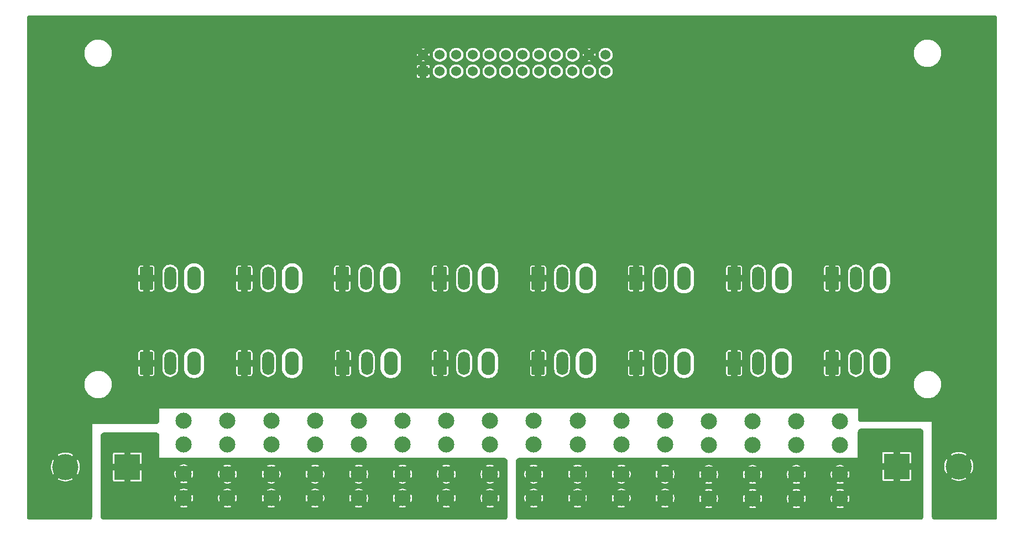
<source format=gbr>
%TF.GenerationSoftware,KiCad,Pcbnew,9.0.6*%
%TF.CreationDate,2026-01-16T15:57:08-05:00*%
%TF.ProjectId,PB_16,50425f31-362e-46b6-9963-61645f706362,v4*%
%TF.SameCoordinates,Original*%
%TF.FileFunction,Copper,L2,Bot*%
%TF.FilePolarity,Positive*%
%FSLAX46Y46*%
G04 Gerber Fmt 4.6, Leading zero omitted, Abs format (unit mm)*
G04 Created by KiCad (PCBNEW 9.0.6) date 2026-01-16 15:57:08*
%MOMM*%
%LPD*%
G01*
G04 APERTURE LIST*
G04 Aperture macros list*
%AMRoundRect*
0 Rectangle with rounded corners*
0 $1 Rounding radius*
0 $2 $3 $4 $5 $6 $7 $8 $9 X,Y pos of 4 corners*
0 Add a 4 corners polygon primitive as box body*
4,1,4,$2,$3,$4,$5,$6,$7,$8,$9,$2,$3,0*
0 Add four circle primitives for the rounded corners*
1,1,$1+$1,$2,$3*
1,1,$1+$1,$4,$5*
1,1,$1+$1,$6,$7*
1,1,$1+$1,$8,$9*
0 Add four rect primitives between the rounded corners*
20,1,$1+$1,$2,$3,$4,$5,0*
20,1,$1+$1,$4,$5,$6,$7,0*
20,1,$1+$1,$6,$7,$8,$9,0*
20,1,$1+$1,$8,$9,$2,$3,0*%
G04 Aperture macros list end*
%TA.AperFunction,ComponentPad*%
%ADD10RoundRect,0.291667X-0.758333X-1.508333X0.758333X-1.508333X0.758333X1.508333X-0.758333X1.508333X0*%
%TD*%
%TA.AperFunction,ComponentPad*%
%ADD11O,1.800000X3.600000*%
%TD*%
%TA.AperFunction,ComponentPad*%
%ADD12O,2.100000X3.600000*%
%TD*%
%TA.AperFunction,ComponentPad*%
%ADD13C,2.475000*%
%TD*%
%TA.AperFunction,ComponentPad*%
%ADD14C,1.530000*%
%TD*%
%TA.AperFunction,ComponentPad*%
%ADD15R,1.530000X1.530000*%
%TD*%
%TA.AperFunction,ComponentPad*%
%ADD16R,4.000000X4.000000*%
%TD*%
%TA.AperFunction,ComponentPad*%
%ADD17C,4.000000*%
%TD*%
%TA.AperFunction,ViaPad*%
%ADD18C,0.800000*%
%TD*%
G04 APERTURE END LIST*
D10*
%TO.P,J16,1,Pin_1*%
%TO.N,GND*%
X-7620200Y13700D03*
D11*
%TO.P,J16,2,Pin_2*%
%TO.N,/Output 9-16/DOUT16*%
X-3960200Y13700D03*
D12*
%TO.P,J16,3,Pin_3*%
%TO.N,/Output 9-16/VOUT16*%
X-300200Y13700D03*
%TD*%
D10*
%TO.P,J15,1,Pin_1*%
%TO.N,GND*%
X-7620200Y13013700D03*
D11*
%TO.P,J15,2,Pin_2*%
%TO.N,/Output 9-16/DOUT15*%
X-3960200Y13013700D03*
D12*
%TO.P,J15,3,Pin_3*%
%TO.N,/Output 9-16/VOUT15*%
X-300200Y13013700D03*
%TD*%
D10*
%TO.P,J14,1,Pin_1*%
%TO.N,GND*%
X-22620200Y13700D03*
D11*
%TO.P,J14,2,Pin_2*%
%TO.N,/Output 9-16/DOUT14*%
X-18960200Y13700D03*
D12*
%TO.P,J14,3,Pin_3*%
%TO.N,/Output 9-16/VOUT14*%
X-15300200Y13700D03*
%TD*%
D10*
%TO.P,J13,1,Pin_1*%
%TO.N,GND*%
X-22620200Y13013700D03*
D11*
%TO.P,J13,2,Pin_2*%
%TO.N,/Output 9-16/DOUT13*%
X-18960200Y13013700D03*
D12*
%TO.P,J13,3,Pin_3*%
%TO.N,/Output 9-16/VOUT13*%
X-15300200Y13013700D03*
%TD*%
D10*
%TO.P,J12,1,Pin_1*%
%TO.N,GND*%
X-37620200Y13700D03*
D11*
%TO.P,J12,2,Pin_2*%
%TO.N,/Output 9-16/DOUT12*%
X-33960200Y13700D03*
D12*
%TO.P,J12,3,Pin_3*%
%TO.N,/Output 9-16/VOUT12*%
X-30300200Y13700D03*
%TD*%
D10*
%TO.P,J11,1,Pin_1*%
%TO.N,GND*%
X-37620200Y13013700D03*
D11*
%TO.P,J11,2,Pin_2*%
%TO.N,/Output 9-16/DOUT11*%
X-33960200Y13013700D03*
D12*
%TO.P,J11,3,Pin_3*%
%TO.N,/Output 9-16/VOUT11*%
X-30300200Y13013700D03*
%TD*%
D10*
%TO.P,J10,1,Pin_1*%
%TO.N,GND*%
X-52620200Y13700D03*
D11*
%TO.P,J10,2,Pin_2*%
%TO.N,/Output 9-16/DOUT10*%
X-48960200Y13700D03*
D12*
%TO.P,J10,3,Pin_3*%
%TO.N,/Output 9-16/VOUT10*%
X-45300200Y13700D03*
%TD*%
D10*
%TO.P,J9,1,Pin_1*%
%TO.N,GND*%
X-52620200Y13013700D03*
D11*
%TO.P,J9,2,Pin_2*%
%TO.N,/Output 9-16/DOUT9*%
X-48960200Y13013700D03*
D12*
%TO.P,J9,3,Pin_3*%
%TO.N,/Output 9-16/VOUT9*%
X-45300200Y13013700D03*
%TD*%
D10*
%TO.P,J8,1,Pin_1*%
%TO.N,GND*%
X-67620200Y13700D03*
D11*
%TO.P,J8,2,Pin_2*%
%TO.N,/Output 1-8/DOUT8*%
X-63960200Y13700D03*
D12*
%TO.P,J8,3,Pin_3*%
%TO.N,/Output 1-8/VOUT8*%
X-60300200Y13700D03*
%TD*%
D10*
%TO.P,J7,1,Pin_1*%
%TO.N,GND*%
X-67620200Y13013700D03*
D11*
%TO.P,J7,2,Pin_2*%
%TO.N,/Output 1-8/DOUT7*%
X-63960200Y13013700D03*
D12*
%TO.P,J7,3,Pin_3*%
%TO.N,/Output 1-8/VOUT7*%
X-60300200Y13013700D03*
%TD*%
D10*
%TO.P,J6,1,Pin_1*%
%TO.N,GND*%
X-82505858Y13700D03*
D11*
%TO.P,J6,2,Pin_2*%
%TO.N,/Output 1-8/DOUT6*%
X-78845858Y13700D03*
D12*
%TO.P,J6,3,Pin_3*%
%TO.N,/Output 1-8/VOUT6*%
X-75185858Y13700D03*
%TD*%
D10*
%TO.P,J5,1,Pin_1*%
%TO.N,GND*%
X-82620200Y13013700D03*
D11*
%TO.P,J5,2,Pin_2*%
%TO.N,/Output 1-8/DOUT5*%
X-78960200Y13013700D03*
D12*
%TO.P,J5,3,Pin_3*%
%TO.N,/Output 1-8/VOUT5*%
X-75300200Y13013700D03*
%TD*%
D10*
%TO.P,J4,1,Pin_1*%
%TO.N,GND*%
X-97620200Y13700D03*
D11*
%TO.P,J4,2,Pin_2*%
%TO.N,/Output 1-8/DOUT4*%
X-93960200Y13700D03*
D12*
%TO.P,J4,3,Pin_3*%
%TO.N,/Output 1-8/VOUT4*%
X-90300200Y13700D03*
%TD*%
D10*
%TO.P,J3,1,Pin_1*%
%TO.N,GND*%
X-97620200Y13013700D03*
D11*
%TO.P,J3,2,Pin_2*%
%TO.N,/Output 1-8/DOUT3*%
X-93960200Y13013700D03*
D12*
%TO.P,J3,3,Pin_3*%
%TO.N,/Output 1-8/VOUT3*%
X-90300200Y13013700D03*
%TD*%
D13*
%TO.P,F16,1_1,1*%
%TO.N,VIN2*%
X-6388100Y-20760100D03*
%TO.P,F16,1_2,1*%
X-6388100Y-17060100D03*
%TO.P,F16,2_1,2*%
%TO.N,/Output 9-16/VOUT16*%
X-6388100Y-12560100D03*
%TO.P,F16,2_2,2*%
X-6388100Y-8860100D03*
%TD*%
%TO.P,F15,1_1,1*%
%TO.N,VIN2*%
X-13088538Y-20760100D03*
%TO.P,F15,1_2,1*%
X-13088538Y-17060100D03*
%TO.P,F15,2_1,2*%
%TO.N,/Output 9-16/VOUT15*%
X-13088538Y-12560100D03*
%TO.P,F15,2_2,2*%
X-13088538Y-8860100D03*
%TD*%
%TO.P,F14,1_1,1*%
%TO.N,VIN2*%
X-19788971Y-20760100D03*
%TO.P,F14,1_2,1*%
X-19788971Y-17060100D03*
%TO.P,F14,2_1,2*%
%TO.N,/Output 9-16/VOUT14*%
X-19788971Y-12560100D03*
%TO.P,F14,2_2,2*%
X-19788971Y-8860100D03*
%TD*%
%TO.P,F13,1_1,1*%
%TO.N,VIN2*%
X-26489404Y-20760100D03*
%TO.P,F13,1_2,1*%
X-26489404Y-17060100D03*
%TO.P,F13,2_1,2*%
%TO.N,/Output 9-16/VOUT13*%
X-26489404Y-12560100D03*
%TO.P,F13,2_2,2*%
X-26489404Y-8860100D03*
%TD*%
%TO.P,F12,1_1,1*%
%TO.N,VIN2*%
X-33189837Y-20695100D03*
%TO.P,F12,1_2,1*%
X-33189837Y-16995100D03*
%TO.P,F12,2_1,2*%
%TO.N,/Output 9-16/VOUT12*%
X-33189837Y-12495100D03*
%TO.P,F12,2_2,2*%
X-33189837Y-8795100D03*
%TD*%
%TO.P,F11,1_1,1*%
%TO.N,VIN2*%
X-39890270Y-20695100D03*
%TO.P,F11,1_2,1*%
X-39890270Y-16995100D03*
%TO.P,F11,2_1,2*%
%TO.N,/Output 9-16/VOUT11*%
X-39890270Y-12495100D03*
%TO.P,F11,2_2,2*%
X-39890270Y-8795100D03*
%TD*%
%TO.P,F10,1_1,1*%
%TO.N,VIN2*%
X-46590703Y-20695100D03*
%TO.P,F10,1_2,1*%
X-46590703Y-16995100D03*
%TO.P,F10,2_1,2*%
%TO.N,/Output 9-16/VOUT10*%
X-46590703Y-12495100D03*
%TO.P,F10,2_2,2*%
X-46590703Y-8795100D03*
%TD*%
%TO.P,F9,1_1,1*%
%TO.N,VIN2*%
X-53291136Y-20695100D03*
%TO.P,F9,1_2,1*%
X-53291136Y-16995100D03*
%TO.P,F9,2_1,2*%
%TO.N,/Output 9-16/VOUT9*%
X-53291136Y-12495100D03*
%TO.P,F9,2_2,2*%
X-53291136Y-8795100D03*
%TD*%
%TO.P,F8,1_1,1*%
%TO.N,VIN1*%
X-59991569Y-20695100D03*
%TO.P,F8,1_2,1*%
X-59991569Y-16995100D03*
%TO.P,F8,2_1,2*%
%TO.N,/Output 1-8/VOUT8*%
X-59991569Y-12495100D03*
%TO.P,F8,2_2,2*%
X-59991569Y-8795100D03*
%TD*%
%TO.P,F7,1_1,1*%
%TO.N,VIN1*%
X-66692002Y-20695100D03*
%TO.P,F7,1_2,1*%
X-66692002Y-16995100D03*
%TO.P,F7,2_1,2*%
%TO.N,/Output 1-8/VOUT7*%
X-66692002Y-12495100D03*
%TO.P,F7,2_2,2*%
X-66692002Y-8795100D03*
%TD*%
%TO.P,F6,1_1,1*%
%TO.N,VIN1*%
X-73392435Y-20695100D03*
%TO.P,F6,1_2,1*%
X-73392435Y-16995100D03*
%TO.P,F6,2_1,2*%
%TO.N,/Output 1-8/VOUT6*%
X-73392435Y-12495100D03*
%TO.P,F6,2_2,2*%
X-73392435Y-8795100D03*
%TD*%
%TO.P,F5,1_1,1*%
%TO.N,VIN1*%
X-80092868Y-20695100D03*
%TO.P,F5,1_2,1*%
X-80092868Y-16995100D03*
%TO.P,F5,2_1,2*%
%TO.N,/Output 1-8/VOUT5*%
X-80092868Y-12495100D03*
%TO.P,F5,2_2,2*%
X-80092868Y-8795100D03*
%TD*%
%TO.P,F4,1_1,1*%
%TO.N,VIN1*%
X-86793301Y-20700100D03*
%TO.P,F4,1_2,1*%
X-86793301Y-17000100D03*
%TO.P,F4,2_1,2*%
%TO.N,/Output 1-8/VOUT4*%
X-86793301Y-12500100D03*
%TO.P,F4,2_2,2*%
X-86793301Y-8800100D03*
%TD*%
%TO.P,F3,1_1,1*%
%TO.N,VIN1*%
X-93493734Y-20700100D03*
%TO.P,F3,1_2,1*%
X-93493734Y-17000100D03*
%TO.P,F3,2_1,2*%
%TO.N,/Output 1-8/VOUT3*%
X-93493734Y-12500100D03*
%TO.P,F3,2_2,2*%
X-93493734Y-8800100D03*
%TD*%
%TO.P,F2,1_1,1*%
%TO.N,VIN1*%
X-100194167Y-20700100D03*
%TO.P,F2,1_2,1*%
X-100194167Y-17000100D03*
%TO.P,F2,2_1,2*%
%TO.N,/Output 1-8/VOUT2*%
X-100194167Y-12500100D03*
%TO.P,F2,2_2,2*%
X-100194167Y-8800100D03*
%TD*%
%TO.P,F1,1_1,1*%
%TO.N,VIN1*%
X-106894600Y-20685100D03*
%TO.P,F1,1_2,1*%
X-106894600Y-16985100D03*
%TO.P,F1,2_1,2*%
%TO.N,/Output 1-8/VOUT1*%
X-106894600Y-12485100D03*
%TO.P,F1,2_2,2*%
X-106894600Y-8785100D03*
%TD*%
D14*
%TO.P,J20,24,Pin_24*%
%TO.N,unconnected-(J20-Pin_24-Pad24)*%
X-42281200Y47300700D03*
%TO.P,J20,23,Pin_23*%
%TO.N,unconnected-(J20-Pin_23-Pad23)*%
X-42281200Y44760700D03*
%TO.P,J20,22,Pin_22*%
%TO.N,GND*%
X-44821200Y47300700D03*
%TO.P,J20,21,Pin_21*%
%TO.N,unconnected-(J20-Pin_21-Pad21)*%
X-44821200Y44760700D03*
%TO.P,J20,20,Pin_20*%
%TO.N,OUT32*%
X-47361200Y47300700D03*
%TO.P,J20,19,Pin_19*%
%TO.N,OUT31*%
X-47361200Y44760700D03*
%TO.P,J20,18,Pin_18*%
%TO.N,OUT30*%
X-49901200Y47300700D03*
%TO.P,J20,17,Pin_17*%
%TO.N,OUT29*%
X-49901200Y44760700D03*
%TO.P,J20,16,Pin_16*%
%TO.N,OUT28*%
X-52441200Y47300700D03*
%TO.P,J20,15,Pin_15*%
%TO.N,OUT27*%
X-52441200Y44760700D03*
%TO.P,J20,14,Pin_14*%
%TO.N,OUT26*%
X-54981200Y47300700D03*
%TO.P,J20,13,Pin_13*%
%TO.N,OUT25*%
X-54981200Y44760700D03*
%TO.P,J20,12,Pin_12*%
%TO.N,OUT24*%
X-57521200Y47300700D03*
%TO.P,J20,11,Pin_11*%
%TO.N,OUT23*%
X-57521200Y44760700D03*
%TO.P,J20,10,Pin_10*%
%TO.N,OUT22*%
X-60061200Y47300700D03*
%TO.P,J20,9,Pin_9*%
%TO.N,OUT21*%
X-60061200Y44760700D03*
%TO.P,J20,8,Pin_8*%
%TO.N,OUT20*%
X-62601200Y47300700D03*
%TO.P,J20,7,Pin_7*%
%TO.N,OUT19*%
X-62601200Y44760700D03*
%TO.P,J20,6,Pin_6*%
%TO.N,OUT18*%
X-65141200Y47300700D03*
%TO.P,J20,5,Pin_5*%
%TO.N,OUT17*%
X-65141200Y44760700D03*
%TO.P,J20,4,Pin_4*%
%TO.N,+5V*%
X-67681200Y47300700D03*
%TO.P,J20,3,Pin_3*%
X-67681200Y44760700D03*
%TO.P,J20,2,Pin_2*%
%TO.N,GND*%
X-70221200Y47300700D03*
D15*
%TO.P,J20,1,Pin_1*%
X-70221200Y44760700D03*
%TD*%
D16*
%TO.P,J17,1,P1*%
%TO.N,VIN1*%
X-115516200Y-15914300D03*
D17*
%TO.P,J17,2,P2*%
%TO.N,GND*%
X-125016200Y-15914300D03*
%TD*%
D16*
%TO.P,J18,1,P1*%
%TO.N,VIN2*%
X2283800Y-15814300D03*
D17*
%TO.P,J18,2,P2*%
%TO.N,GND*%
X11783800Y-15814300D03*
%TD*%
D10*
%TO.P,J1,1,Pin_1*%
%TO.N,GND*%
X-112620200Y13013700D03*
D11*
%TO.P,J1,2,Pin_2*%
%TO.N,/Output 1-8/DOUT1*%
X-108960200Y13013700D03*
D12*
%TO.P,J1,3,Pin_3*%
%TO.N,/Output 1-8/VOUT1*%
X-105300200Y13013700D03*
%TD*%
D10*
%TO.P,J2,1,Pin_1*%
%TO.N,GND*%
X-112620200Y13700D03*
D11*
%TO.P,J2,2,Pin_2*%
%TO.N,/Output 1-8/DOUT2*%
X-108960200Y13700D03*
D12*
%TO.P,J2,3,Pin_3*%
%TO.N,/Output 1-8/VOUT2*%
X-105300200Y13700D03*
%TD*%
D18*
%TO.N,GND*%
X-15716200Y31285700D03*
X-15716200Y34385700D03*
X-21516200Y24885700D03*
X-24416200Y25085700D03*
X-10016200Y26685700D03*
X-23991200Y32360700D03*
X-31966200Y32435700D03*
X-91266200Y32460700D03*
X-82966200Y32460700D03*
X-79766200Y25110700D03*
X-82816200Y25235700D03*
X-19016200Y34435700D03*
X-16766200Y31235700D03*
X-16766200Y34435700D03*
X15283800Y9185700D03*
X-17966200Y34435700D03*
X-17916200Y31235700D03*
X-128516200Y9185700D03*
X-19016200Y31235700D03*
X-15666200Y32285700D03*
X-15666200Y33385700D03*
%TD*%
%TA.AperFunction,Conductor*%
%TO.N,VIN1*%
G36*
X-111116013Y-10615378D02*
G01*
X-111097497Y-10617815D01*
X-111009163Y-10629445D01*
X-110977401Y-10637955D01*
X-110885521Y-10676013D01*
X-110857042Y-10692456D01*
X-110778147Y-10752994D01*
X-110754895Y-10776246D01*
X-110694359Y-10855137D01*
X-110677912Y-10883623D01*
X-110639858Y-10975494D01*
X-110631345Y-11007265D01*
X-110617278Y-11114111D01*
X-110616200Y-11130558D01*
X-110616200Y-14514300D01*
X-57832459Y-14514300D01*
X-57816013Y-14515378D01*
X-57797497Y-14517815D01*
X-57709163Y-14529445D01*
X-57677401Y-14537955D01*
X-57585521Y-14576013D01*
X-57557042Y-14592456D01*
X-57478147Y-14652994D01*
X-57454895Y-14676246D01*
X-57394359Y-14755137D01*
X-57377912Y-14783623D01*
X-57339858Y-14875494D01*
X-57331345Y-14907265D01*
X-57317278Y-15014111D01*
X-57316200Y-15030558D01*
X-57316200Y-23498041D01*
X-57317278Y-23514487D01*
X-57317278Y-23514488D01*
X-57331345Y-23621334D01*
X-57339858Y-23653105D01*
X-57377912Y-23744976D01*
X-57394359Y-23773462D01*
X-57454892Y-23852350D01*
X-57478151Y-23875609D01*
X-57557040Y-23936142D01*
X-57585524Y-23952587D01*
X-57649791Y-23979208D01*
X-57698010Y-23988800D01*
X-119234390Y-23988800D01*
X-119282607Y-23979209D01*
X-119346878Y-23952587D01*
X-119375361Y-23936142D01*
X-119386099Y-23927902D01*
X-119454254Y-23875605D01*
X-119477506Y-23852353D01*
X-119538044Y-23773458D01*
X-119554487Y-23744979D01*
X-119592545Y-23653099D01*
X-119601055Y-23621337D01*
X-119615122Y-23514487D01*
X-119616200Y-23498041D01*
X-119616200Y-20571969D01*
X-108332100Y-20571969D01*
X-108332100Y-20798230D01*
X-108296703Y-21021718D01*
X-108226784Y-21236906D01*
X-108202052Y-21285444D01*
X-107713522Y-20796914D01*
X-107687896Y-20925744D01*
X-107625706Y-21075884D01*
X-107535419Y-21211007D01*
X-107420507Y-21325919D01*
X-107285384Y-21416206D01*
X-107135244Y-21478396D01*
X-107006416Y-21504021D01*
X-107494946Y-21992550D01*
X-107446409Y-22017282D01*
X-107231219Y-22087202D01*
X-107007731Y-22122600D01*
X-106781469Y-22122600D01*
X-106557982Y-22087202D01*
X-106342789Y-22017281D01*
X-106294255Y-21992551D01*
X-106294255Y-21992550D01*
X-106782784Y-21504021D01*
X-106653956Y-21478396D01*
X-106503816Y-21416206D01*
X-106368693Y-21325919D01*
X-106253781Y-21211007D01*
X-106163494Y-21075884D01*
X-106101304Y-20925744D01*
X-106075679Y-20796916D01*
X-105587150Y-21285445D01*
X-105587149Y-21285445D01*
X-105562419Y-21236911D01*
X-105492498Y-21021718D01*
X-105457100Y-20798230D01*
X-105457100Y-20586969D01*
X-101631667Y-20586969D01*
X-101631667Y-20813230D01*
X-101596270Y-21036718D01*
X-101526351Y-21251906D01*
X-101501619Y-21300444D01*
X-101013089Y-20811914D01*
X-100987463Y-20940744D01*
X-100925273Y-21090884D01*
X-100834986Y-21226007D01*
X-100720074Y-21340919D01*
X-100584951Y-21431206D01*
X-100434811Y-21493396D01*
X-100305983Y-21519021D01*
X-100794513Y-22007550D01*
X-100745976Y-22032282D01*
X-100530786Y-22102202D01*
X-100307298Y-22137600D01*
X-100081036Y-22137600D01*
X-99857549Y-22102202D01*
X-99642356Y-22032281D01*
X-99593822Y-22007551D01*
X-99593822Y-22007550D01*
X-100082351Y-21519021D01*
X-99953523Y-21493396D01*
X-99803383Y-21431206D01*
X-99668260Y-21340919D01*
X-99553348Y-21226007D01*
X-99463061Y-21090884D01*
X-99400871Y-20940744D01*
X-99375246Y-20811916D01*
X-98886717Y-21300445D01*
X-98886716Y-21300445D01*
X-98861986Y-21251911D01*
X-98792065Y-21036718D01*
X-98756667Y-20813230D01*
X-98756667Y-20586969D01*
X-94931234Y-20586969D01*
X-94931234Y-20813230D01*
X-94895837Y-21036718D01*
X-94825918Y-21251906D01*
X-94801186Y-21300444D01*
X-94312656Y-20811914D01*
X-94287030Y-20940744D01*
X-94224840Y-21090884D01*
X-94134553Y-21226007D01*
X-94019641Y-21340919D01*
X-93884518Y-21431206D01*
X-93734378Y-21493396D01*
X-93605550Y-21519021D01*
X-94094080Y-22007550D01*
X-94045543Y-22032282D01*
X-93830353Y-22102202D01*
X-93606865Y-22137600D01*
X-93380603Y-22137600D01*
X-93157116Y-22102202D01*
X-92941923Y-22032281D01*
X-92893389Y-22007551D01*
X-92893389Y-22007550D01*
X-93381918Y-21519021D01*
X-93253090Y-21493396D01*
X-93102950Y-21431206D01*
X-92967827Y-21340919D01*
X-92852915Y-21226007D01*
X-92762628Y-21090884D01*
X-92700438Y-20940744D01*
X-92674813Y-20811916D01*
X-92186284Y-21300445D01*
X-92186283Y-21300445D01*
X-92161553Y-21251911D01*
X-92091632Y-21036718D01*
X-92056234Y-20813230D01*
X-92056234Y-20586969D01*
X-88230801Y-20586969D01*
X-88230801Y-20813230D01*
X-88195404Y-21036718D01*
X-88125485Y-21251906D01*
X-88100753Y-21300444D01*
X-87612223Y-20811914D01*
X-87586597Y-20940744D01*
X-87524407Y-21090884D01*
X-87434120Y-21226007D01*
X-87319208Y-21340919D01*
X-87184085Y-21431206D01*
X-87033945Y-21493396D01*
X-86905117Y-21519021D01*
X-87393647Y-22007550D01*
X-87345110Y-22032282D01*
X-87129920Y-22102202D01*
X-86906432Y-22137600D01*
X-86680170Y-22137600D01*
X-86456683Y-22102202D01*
X-86241490Y-22032281D01*
X-86192956Y-22007551D01*
X-86192956Y-22007550D01*
X-86681485Y-21519021D01*
X-86552657Y-21493396D01*
X-86402517Y-21431206D01*
X-86267394Y-21340919D01*
X-86152482Y-21226007D01*
X-86062195Y-21090884D01*
X-86000005Y-20940744D01*
X-85974380Y-20811916D01*
X-85485851Y-21300445D01*
X-85485850Y-21300445D01*
X-85461120Y-21251911D01*
X-85391199Y-21036718D01*
X-85355801Y-20813230D01*
X-85355801Y-20586976D01*
X-85355803Y-20586961D01*
X-85356594Y-20581969D01*
X-81530368Y-20581969D01*
X-81530368Y-20808230D01*
X-81494971Y-21031718D01*
X-81425052Y-21246906D01*
X-81400320Y-21295444D01*
X-80911790Y-20806914D01*
X-80886164Y-20935744D01*
X-80823974Y-21085884D01*
X-80733687Y-21221007D01*
X-80618775Y-21335919D01*
X-80483652Y-21426206D01*
X-80333512Y-21488396D01*
X-80204684Y-21514021D01*
X-80693214Y-22002550D01*
X-80644677Y-22027282D01*
X-80429487Y-22097202D01*
X-80205999Y-22132600D01*
X-79979737Y-22132600D01*
X-79756250Y-22097202D01*
X-79541057Y-22027281D01*
X-79492523Y-22002551D01*
X-79492523Y-22002550D01*
X-79981052Y-21514021D01*
X-79852224Y-21488396D01*
X-79702084Y-21426206D01*
X-79566961Y-21335919D01*
X-79452049Y-21221007D01*
X-79361762Y-21085884D01*
X-79299572Y-20935744D01*
X-79273947Y-20806916D01*
X-78785418Y-21295445D01*
X-78785417Y-21295445D01*
X-78760687Y-21246911D01*
X-78690766Y-21031718D01*
X-78655368Y-20808230D01*
X-78655368Y-20581969D01*
X-74829935Y-20581969D01*
X-74829935Y-20808230D01*
X-74794538Y-21031718D01*
X-74724619Y-21246906D01*
X-74699887Y-21295444D01*
X-74211357Y-20806914D01*
X-74185731Y-20935744D01*
X-74123541Y-21085884D01*
X-74033254Y-21221007D01*
X-73918342Y-21335919D01*
X-73783219Y-21426206D01*
X-73633079Y-21488396D01*
X-73504251Y-21514021D01*
X-73992781Y-22002550D01*
X-73944244Y-22027282D01*
X-73729054Y-22097202D01*
X-73505566Y-22132600D01*
X-73279304Y-22132600D01*
X-73055817Y-22097202D01*
X-72840624Y-22027281D01*
X-72792090Y-22002551D01*
X-72792090Y-22002550D01*
X-73280619Y-21514021D01*
X-73151791Y-21488396D01*
X-73001651Y-21426206D01*
X-72866528Y-21335919D01*
X-72751616Y-21221007D01*
X-72661329Y-21085884D01*
X-72599139Y-20935744D01*
X-72573514Y-20806916D01*
X-72084985Y-21295445D01*
X-72084984Y-21295445D01*
X-72060254Y-21246911D01*
X-71990333Y-21031718D01*
X-71954935Y-20808230D01*
X-71954935Y-20581969D01*
X-68129502Y-20581969D01*
X-68129502Y-20808230D01*
X-68094105Y-21031718D01*
X-68024186Y-21246906D01*
X-67999454Y-21295444D01*
X-67510924Y-20806914D01*
X-67485298Y-20935744D01*
X-67423108Y-21085884D01*
X-67332821Y-21221007D01*
X-67217909Y-21335919D01*
X-67082786Y-21426206D01*
X-66932646Y-21488396D01*
X-66803818Y-21514021D01*
X-67292348Y-22002550D01*
X-67243811Y-22027282D01*
X-67028621Y-22097202D01*
X-66805133Y-22132600D01*
X-66578871Y-22132600D01*
X-66355384Y-22097202D01*
X-66140191Y-22027281D01*
X-66091657Y-22002551D01*
X-66091657Y-22002550D01*
X-66580186Y-21514021D01*
X-66451358Y-21488396D01*
X-66301218Y-21426206D01*
X-66166095Y-21335919D01*
X-66051183Y-21221007D01*
X-65960896Y-21085884D01*
X-65898706Y-20935744D01*
X-65873081Y-20806916D01*
X-65384552Y-21295445D01*
X-65384551Y-21295445D01*
X-65359821Y-21246911D01*
X-65289900Y-21031718D01*
X-65254502Y-20808230D01*
X-65254502Y-20581969D01*
X-61429069Y-20581969D01*
X-61429069Y-20808230D01*
X-61393672Y-21031718D01*
X-61323753Y-21246906D01*
X-61299021Y-21295444D01*
X-60810491Y-20806914D01*
X-60784865Y-20935744D01*
X-60722675Y-21085884D01*
X-60632388Y-21221007D01*
X-60517476Y-21335919D01*
X-60382353Y-21426206D01*
X-60232213Y-21488396D01*
X-60103385Y-21514021D01*
X-60591915Y-22002550D01*
X-60543378Y-22027282D01*
X-60328188Y-22097202D01*
X-60104700Y-22132600D01*
X-59878438Y-22132600D01*
X-59654951Y-22097202D01*
X-59439758Y-22027281D01*
X-59391224Y-22002551D01*
X-59391224Y-22002550D01*
X-59879753Y-21514021D01*
X-59750925Y-21488396D01*
X-59600785Y-21426206D01*
X-59465662Y-21335919D01*
X-59350750Y-21221007D01*
X-59260463Y-21085884D01*
X-59198273Y-20935744D01*
X-59172648Y-20806916D01*
X-58684119Y-21295445D01*
X-58684118Y-21295445D01*
X-58659388Y-21246911D01*
X-58589467Y-21031718D01*
X-58554069Y-20808230D01*
X-58554069Y-20581969D01*
X-58589467Y-20358481D01*
X-58659387Y-20143291D01*
X-58659387Y-20143290D01*
X-58684119Y-20094754D01*
X-59172648Y-20583283D01*
X-59198273Y-20454456D01*
X-59260463Y-20304316D01*
X-59350750Y-20169193D01*
X-59465662Y-20054281D01*
X-59600785Y-19963994D01*
X-59750925Y-19901804D01*
X-59879755Y-19876178D01*
X-59391225Y-19387648D01*
X-59439763Y-19362916D01*
X-59654951Y-19292997D01*
X-59878438Y-19257600D01*
X-60104700Y-19257600D01*
X-60328188Y-19292997D01*
X-60543381Y-19362918D01*
X-60591915Y-19387647D01*
X-60591915Y-19387649D01*
X-60103386Y-19876178D01*
X-60232213Y-19901804D01*
X-60382353Y-19963994D01*
X-60517476Y-20054281D01*
X-60632388Y-20169193D01*
X-60722675Y-20304316D01*
X-60784865Y-20454456D01*
X-60810491Y-20583283D01*
X-61299020Y-20094754D01*
X-61299022Y-20094754D01*
X-61323751Y-20143288D01*
X-61393672Y-20358481D01*
X-61429069Y-20581969D01*
X-65254502Y-20581969D01*
X-65289900Y-20358481D01*
X-65359820Y-20143291D01*
X-65359820Y-20143290D01*
X-65384552Y-20094754D01*
X-65873081Y-20583283D01*
X-65898706Y-20454456D01*
X-65960896Y-20304316D01*
X-66051183Y-20169193D01*
X-66166095Y-20054281D01*
X-66301218Y-19963994D01*
X-66451358Y-19901804D01*
X-66580188Y-19876178D01*
X-66091658Y-19387648D01*
X-66140196Y-19362916D01*
X-66355384Y-19292997D01*
X-66578871Y-19257600D01*
X-66805133Y-19257600D01*
X-67028621Y-19292997D01*
X-67243814Y-19362918D01*
X-67292348Y-19387647D01*
X-67292348Y-19387649D01*
X-66803819Y-19876178D01*
X-66932646Y-19901804D01*
X-67082786Y-19963994D01*
X-67217909Y-20054281D01*
X-67332821Y-20169193D01*
X-67423108Y-20304316D01*
X-67485298Y-20454456D01*
X-67510924Y-20583283D01*
X-67999453Y-20094754D01*
X-67999455Y-20094754D01*
X-68024184Y-20143288D01*
X-68094105Y-20358481D01*
X-68129502Y-20581969D01*
X-71954935Y-20581969D01*
X-71990333Y-20358481D01*
X-72060253Y-20143291D01*
X-72060253Y-20143290D01*
X-72084985Y-20094754D01*
X-72573514Y-20583283D01*
X-72599139Y-20454456D01*
X-72661329Y-20304316D01*
X-72751616Y-20169193D01*
X-72866528Y-20054281D01*
X-73001651Y-19963994D01*
X-73151791Y-19901804D01*
X-73280621Y-19876178D01*
X-72792091Y-19387648D01*
X-72840629Y-19362916D01*
X-73055817Y-19292997D01*
X-73279304Y-19257600D01*
X-73505566Y-19257600D01*
X-73729054Y-19292997D01*
X-73944247Y-19362918D01*
X-73992781Y-19387647D01*
X-73992781Y-19387649D01*
X-73504252Y-19876178D01*
X-73633079Y-19901804D01*
X-73783219Y-19963994D01*
X-73918342Y-20054281D01*
X-74033254Y-20169193D01*
X-74123541Y-20304316D01*
X-74185731Y-20454456D01*
X-74211357Y-20583283D01*
X-74699886Y-20094754D01*
X-74699888Y-20094754D01*
X-74724617Y-20143288D01*
X-74794538Y-20358481D01*
X-74829935Y-20581969D01*
X-78655368Y-20581969D01*
X-78690766Y-20358481D01*
X-78760686Y-20143291D01*
X-78760686Y-20143290D01*
X-78785418Y-20094754D01*
X-79273947Y-20583283D01*
X-79299572Y-20454456D01*
X-79361762Y-20304316D01*
X-79452049Y-20169193D01*
X-79566961Y-20054281D01*
X-79702084Y-19963994D01*
X-79852224Y-19901804D01*
X-79981054Y-19876178D01*
X-79492524Y-19387648D01*
X-79541062Y-19362916D01*
X-79756250Y-19292997D01*
X-79979737Y-19257600D01*
X-80205999Y-19257600D01*
X-80429487Y-19292997D01*
X-80644680Y-19362918D01*
X-80693214Y-19387647D01*
X-80693214Y-19387649D01*
X-80204685Y-19876178D01*
X-80333512Y-19901804D01*
X-80483652Y-19963994D01*
X-80618775Y-20054281D01*
X-80733687Y-20169193D01*
X-80823974Y-20304316D01*
X-80886164Y-20454456D01*
X-80911790Y-20583283D01*
X-81400319Y-20094754D01*
X-81400321Y-20094754D01*
X-81425050Y-20143288D01*
X-81494971Y-20358481D01*
X-81530368Y-20581969D01*
X-85356594Y-20581969D01*
X-85391199Y-20363481D01*
X-85461119Y-20148291D01*
X-85461119Y-20148290D01*
X-85485851Y-20099754D01*
X-85974380Y-20588283D01*
X-86000005Y-20459456D01*
X-86062195Y-20309316D01*
X-86152482Y-20174193D01*
X-86267394Y-20059281D01*
X-86402517Y-19968994D01*
X-86552657Y-19906804D01*
X-86681487Y-19881178D01*
X-86192957Y-19392648D01*
X-86241495Y-19367916D01*
X-86456683Y-19297997D01*
X-86680170Y-19262600D01*
X-86906432Y-19262600D01*
X-87129920Y-19297997D01*
X-87345113Y-19367918D01*
X-87393647Y-19392647D01*
X-87393647Y-19392649D01*
X-86905118Y-19881178D01*
X-87033945Y-19906804D01*
X-87184085Y-19968994D01*
X-87319208Y-20059281D01*
X-87434120Y-20174193D01*
X-87524407Y-20309316D01*
X-87586597Y-20459456D01*
X-87612223Y-20588283D01*
X-88100752Y-20099754D01*
X-88100754Y-20099754D01*
X-88125483Y-20148288D01*
X-88195404Y-20363481D01*
X-88230801Y-20586969D01*
X-92056234Y-20586969D01*
X-92091632Y-20363481D01*
X-92161552Y-20148291D01*
X-92161552Y-20148290D01*
X-92186284Y-20099754D01*
X-92674813Y-20588283D01*
X-92700438Y-20459456D01*
X-92762628Y-20309316D01*
X-92852915Y-20174193D01*
X-92967827Y-20059281D01*
X-93102950Y-19968994D01*
X-93253090Y-19906804D01*
X-93381920Y-19881178D01*
X-92893390Y-19392648D01*
X-92941928Y-19367916D01*
X-93157116Y-19297997D01*
X-93380603Y-19262600D01*
X-93606865Y-19262600D01*
X-93830353Y-19297997D01*
X-94045546Y-19367918D01*
X-94094080Y-19392647D01*
X-94094080Y-19392649D01*
X-93605551Y-19881178D01*
X-93734378Y-19906804D01*
X-93884518Y-19968994D01*
X-94019641Y-20059281D01*
X-94134553Y-20174193D01*
X-94224840Y-20309316D01*
X-94287030Y-20459456D01*
X-94312656Y-20588283D01*
X-94801185Y-20099754D01*
X-94801187Y-20099754D01*
X-94825916Y-20148288D01*
X-94895837Y-20363481D01*
X-94931234Y-20586969D01*
X-98756667Y-20586969D01*
X-98792065Y-20363481D01*
X-98861985Y-20148291D01*
X-98861985Y-20148290D01*
X-98886717Y-20099754D01*
X-99375246Y-20588283D01*
X-99400871Y-20459456D01*
X-99463061Y-20309316D01*
X-99553348Y-20174193D01*
X-99668260Y-20059281D01*
X-99803383Y-19968994D01*
X-99953523Y-19906804D01*
X-100082353Y-19881178D01*
X-99593823Y-19392648D01*
X-99642361Y-19367916D01*
X-99857549Y-19297997D01*
X-100081036Y-19262600D01*
X-100307298Y-19262600D01*
X-100530786Y-19297997D01*
X-100745979Y-19367918D01*
X-100794513Y-19392647D01*
X-100794513Y-19392649D01*
X-100305984Y-19881178D01*
X-100434811Y-19906804D01*
X-100584951Y-19968994D01*
X-100720074Y-20059281D01*
X-100834986Y-20174193D01*
X-100925273Y-20309316D01*
X-100987463Y-20459456D01*
X-101013089Y-20588283D01*
X-101501618Y-20099754D01*
X-101501620Y-20099754D01*
X-101526349Y-20148288D01*
X-101596270Y-20363481D01*
X-101631667Y-20586969D01*
X-105457100Y-20586969D01*
X-105457100Y-20571969D01*
X-105492498Y-20348481D01*
X-105562418Y-20133291D01*
X-105562418Y-20133290D01*
X-105587150Y-20084754D01*
X-106075679Y-20573283D01*
X-106101304Y-20444456D01*
X-106163494Y-20294316D01*
X-106253781Y-20159193D01*
X-106368693Y-20044281D01*
X-106503816Y-19953994D01*
X-106653956Y-19891804D01*
X-106782786Y-19866178D01*
X-106294256Y-19377648D01*
X-106342794Y-19352916D01*
X-106557982Y-19282997D01*
X-106781469Y-19247600D01*
X-107007731Y-19247600D01*
X-107231219Y-19282997D01*
X-107446412Y-19352918D01*
X-107494946Y-19377647D01*
X-107494946Y-19377649D01*
X-107006417Y-19866178D01*
X-107135244Y-19891804D01*
X-107285384Y-19953994D01*
X-107420507Y-20044281D01*
X-107535419Y-20159193D01*
X-107625706Y-20294316D01*
X-107687896Y-20444456D01*
X-107713522Y-20573283D01*
X-108202051Y-20084754D01*
X-108202053Y-20084754D01*
X-108226782Y-20133288D01*
X-108296703Y-20348481D01*
X-108332100Y-20571969D01*
X-119616200Y-20571969D01*
X-119616200Y-13894598D01*
X-117716200Y-13894598D01*
X-117716200Y-15414300D01*
X-116204397Y-15414300D01*
X-116269460Y-15511674D01*
X-116333535Y-15666364D01*
X-116366200Y-15830582D01*
X-116366200Y-15998018D01*
X-116333535Y-16162236D01*
X-116269460Y-16316926D01*
X-116204397Y-16414300D01*
X-117716200Y-16414300D01*
X-117716200Y-17934001D01*
X-117704596Y-17992336D01*
X-117660393Y-18058492D01*
X-117594237Y-18102695D01*
X-117535902Y-18114299D01*
X-117535897Y-18114300D01*
X-116016200Y-18114300D01*
X-116016200Y-16602497D01*
X-115918826Y-16667560D01*
X-115764136Y-16731635D01*
X-115599918Y-16764300D01*
X-115432482Y-16764300D01*
X-115268264Y-16731635D01*
X-115113574Y-16667560D01*
X-115016200Y-16602497D01*
X-115016200Y-18114300D01*
X-113496503Y-18114300D01*
X-113496499Y-18114299D01*
X-113438164Y-18102695D01*
X-113372008Y-18058492D01*
X-113327805Y-17992336D01*
X-113316201Y-17934001D01*
X-113316200Y-17933996D01*
X-113316200Y-16871969D01*
X-108332100Y-16871969D01*
X-108332100Y-17098230D01*
X-108296703Y-17321718D01*
X-108226784Y-17536906D01*
X-108202052Y-17585444D01*
X-107713522Y-17096914D01*
X-107687896Y-17225744D01*
X-107625706Y-17375884D01*
X-107535419Y-17511007D01*
X-107420507Y-17625919D01*
X-107285384Y-17716206D01*
X-107135244Y-17778396D01*
X-107006416Y-17804021D01*
X-107494946Y-18292550D01*
X-107446409Y-18317282D01*
X-107231219Y-18387202D01*
X-107007731Y-18422600D01*
X-106781469Y-18422600D01*
X-106557982Y-18387202D01*
X-106342789Y-18317281D01*
X-106294255Y-18292551D01*
X-106294255Y-18292550D01*
X-106782784Y-17804021D01*
X-106653956Y-17778396D01*
X-106503816Y-17716206D01*
X-106368693Y-17625919D01*
X-106253781Y-17511007D01*
X-106163494Y-17375884D01*
X-106101304Y-17225744D01*
X-106075679Y-17096916D01*
X-105587150Y-17585445D01*
X-105587149Y-17585445D01*
X-105562419Y-17536911D01*
X-105492498Y-17321718D01*
X-105457100Y-17098230D01*
X-105457100Y-16886969D01*
X-101631667Y-16886969D01*
X-101631667Y-17113230D01*
X-101596270Y-17336718D01*
X-101526351Y-17551906D01*
X-101501619Y-17600444D01*
X-101013089Y-17111914D01*
X-100987463Y-17240744D01*
X-100925273Y-17390884D01*
X-100834986Y-17526007D01*
X-100720074Y-17640919D01*
X-100584951Y-17731206D01*
X-100434811Y-17793396D01*
X-100305983Y-17819021D01*
X-100794513Y-18307550D01*
X-100745976Y-18332282D01*
X-100530786Y-18402202D01*
X-100307298Y-18437600D01*
X-100081036Y-18437600D01*
X-99857549Y-18402202D01*
X-99642356Y-18332281D01*
X-99593822Y-18307551D01*
X-99593822Y-18307550D01*
X-100082351Y-17819021D01*
X-99953523Y-17793396D01*
X-99803383Y-17731206D01*
X-99668260Y-17640919D01*
X-99553348Y-17526007D01*
X-99463061Y-17390884D01*
X-99400871Y-17240744D01*
X-99375246Y-17111916D01*
X-98886717Y-17600445D01*
X-98886716Y-17600445D01*
X-98861986Y-17551911D01*
X-98792065Y-17336718D01*
X-98756667Y-17113230D01*
X-98756667Y-16886969D01*
X-94931234Y-16886969D01*
X-94931234Y-17113230D01*
X-94895837Y-17336718D01*
X-94825918Y-17551906D01*
X-94801186Y-17600444D01*
X-94312656Y-17111914D01*
X-94287030Y-17240744D01*
X-94224840Y-17390884D01*
X-94134553Y-17526007D01*
X-94019641Y-17640919D01*
X-93884518Y-17731206D01*
X-93734378Y-17793396D01*
X-93605550Y-17819021D01*
X-94094080Y-18307550D01*
X-94045543Y-18332282D01*
X-93830353Y-18402202D01*
X-93606865Y-18437600D01*
X-93380603Y-18437600D01*
X-93157116Y-18402202D01*
X-92941923Y-18332281D01*
X-92893389Y-18307551D01*
X-92893389Y-18307550D01*
X-93381918Y-17819021D01*
X-93253090Y-17793396D01*
X-93102950Y-17731206D01*
X-92967827Y-17640919D01*
X-92852915Y-17526007D01*
X-92762628Y-17390884D01*
X-92700438Y-17240744D01*
X-92674813Y-17111916D01*
X-92186284Y-17600445D01*
X-92186283Y-17600445D01*
X-92161553Y-17551911D01*
X-92091632Y-17336718D01*
X-92056234Y-17113230D01*
X-92056234Y-16886969D01*
X-88230801Y-16886969D01*
X-88230801Y-17113230D01*
X-88195404Y-17336718D01*
X-88125485Y-17551906D01*
X-88100753Y-17600444D01*
X-87612223Y-17111914D01*
X-87586597Y-17240744D01*
X-87524407Y-17390884D01*
X-87434120Y-17526007D01*
X-87319208Y-17640919D01*
X-87184085Y-17731206D01*
X-87033945Y-17793396D01*
X-86905117Y-17819021D01*
X-87393647Y-18307550D01*
X-87345110Y-18332282D01*
X-87129920Y-18402202D01*
X-86906432Y-18437600D01*
X-86680170Y-18437600D01*
X-86456683Y-18402202D01*
X-86241490Y-18332281D01*
X-86192956Y-18307551D01*
X-86192956Y-18307550D01*
X-86681485Y-17819021D01*
X-86552657Y-17793396D01*
X-86402517Y-17731206D01*
X-86267394Y-17640919D01*
X-86152482Y-17526007D01*
X-86062195Y-17390884D01*
X-86000005Y-17240744D01*
X-85974380Y-17111916D01*
X-85485851Y-17600445D01*
X-85485850Y-17600445D01*
X-85461120Y-17551911D01*
X-85391199Y-17336718D01*
X-85355801Y-17113230D01*
X-85355801Y-16886976D01*
X-85355803Y-16886961D01*
X-85356594Y-16881969D01*
X-81530368Y-16881969D01*
X-81530368Y-17108230D01*
X-81494971Y-17331718D01*
X-81425052Y-17546906D01*
X-81400320Y-17595444D01*
X-80911790Y-17106914D01*
X-80886164Y-17235744D01*
X-80823974Y-17385884D01*
X-80733687Y-17521007D01*
X-80618775Y-17635919D01*
X-80483652Y-17726206D01*
X-80333512Y-17788396D01*
X-80204684Y-17814021D01*
X-80693214Y-18302550D01*
X-80644677Y-18327282D01*
X-80429487Y-18397202D01*
X-80205999Y-18432600D01*
X-79979737Y-18432600D01*
X-79756250Y-18397202D01*
X-79541057Y-18327281D01*
X-79492523Y-18302551D01*
X-79492523Y-18302550D01*
X-79981052Y-17814021D01*
X-79852224Y-17788396D01*
X-79702084Y-17726206D01*
X-79566961Y-17635919D01*
X-79452049Y-17521007D01*
X-79361762Y-17385884D01*
X-79299572Y-17235744D01*
X-79273947Y-17106916D01*
X-78785418Y-17595445D01*
X-78785417Y-17595445D01*
X-78760687Y-17546911D01*
X-78690766Y-17331718D01*
X-78655368Y-17108230D01*
X-78655368Y-16881969D01*
X-74829935Y-16881969D01*
X-74829935Y-17108230D01*
X-74794538Y-17331718D01*
X-74724619Y-17546906D01*
X-74699887Y-17595444D01*
X-74211357Y-17106914D01*
X-74185731Y-17235744D01*
X-74123541Y-17385884D01*
X-74033254Y-17521007D01*
X-73918342Y-17635919D01*
X-73783219Y-17726206D01*
X-73633079Y-17788396D01*
X-73504251Y-17814021D01*
X-73992781Y-18302550D01*
X-73944244Y-18327282D01*
X-73729054Y-18397202D01*
X-73505566Y-18432600D01*
X-73279304Y-18432600D01*
X-73055817Y-18397202D01*
X-72840624Y-18327281D01*
X-72792090Y-18302551D01*
X-72792090Y-18302550D01*
X-73280619Y-17814021D01*
X-73151791Y-17788396D01*
X-73001651Y-17726206D01*
X-72866528Y-17635919D01*
X-72751616Y-17521007D01*
X-72661329Y-17385884D01*
X-72599139Y-17235744D01*
X-72573514Y-17106916D01*
X-72084985Y-17595445D01*
X-72084984Y-17595445D01*
X-72060254Y-17546911D01*
X-71990333Y-17331718D01*
X-71954935Y-17108230D01*
X-71954935Y-16881969D01*
X-68129502Y-16881969D01*
X-68129502Y-17108230D01*
X-68094105Y-17331718D01*
X-68024186Y-17546906D01*
X-67999454Y-17595444D01*
X-67510924Y-17106914D01*
X-67485298Y-17235744D01*
X-67423108Y-17385884D01*
X-67332821Y-17521007D01*
X-67217909Y-17635919D01*
X-67082786Y-17726206D01*
X-66932646Y-17788396D01*
X-66803818Y-17814021D01*
X-67292348Y-18302550D01*
X-67243811Y-18327282D01*
X-67028621Y-18397202D01*
X-66805133Y-18432600D01*
X-66578871Y-18432600D01*
X-66355384Y-18397202D01*
X-66140191Y-18327281D01*
X-66091657Y-18302551D01*
X-66091657Y-18302550D01*
X-66580186Y-17814021D01*
X-66451358Y-17788396D01*
X-66301218Y-17726206D01*
X-66166095Y-17635919D01*
X-66051183Y-17521007D01*
X-65960896Y-17385884D01*
X-65898706Y-17235744D01*
X-65873081Y-17106916D01*
X-65384552Y-17595445D01*
X-65384551Y-17595445D01*
X-65359821Y-17546911D01*
X-65289900Y-17331718D01*
X-65254502Y-17108230D01*
X-65254502Y-16881969D01*
X-61429069Y-16881969D01*
X-61429069Y-17108230D01*
X-61393672Y-17331718D01*
X-61323753Y-17546906D01*
X-61299021Y-17595444D01*
X-60810491Y-17106914D01*
X-60784865Y-17235744D01*
X-60722675Y-17385884D01*
X-60632388Y-17521007D01*
X-60517476Y-17635919D01*
X-60382353Y-17726206D01*
X-60232213Y-17788396D01*
X-60103385Y-17814021D01*
X-60591915Y-18302550D01*
X-60543378Y-18327282D01*
X-60328188Y-18397202D01*
X-60104700Y-18432600D01*
X-59878438Y-18432600D01*
X-59654951Y-18397202D01*
X-59439758Y-18327281D01*
X-59391224Y-18302551D01*
X-59391224Y-18302550D01*
X-59879753Y-17814021D01*
X-59750925Y-17788396D01*
X-59600785Y-17726206D01*
X-59465662Y-17635919D01*
X-59350750Y-17521007D01*
X-59260463Y-17385884D01*
X-59198273Y-17235744D01*
X-59172648Y-17106916D01*
X-58684119Y-17595445D01*
X-58684118Y-17595445D01*
X-58659388Y-17546911D01*
X-58589467Y-17331718D01*
X-58554069Y-17108230D01*
X-58554069Y-16881969D01*
X-58589467Y-16658481D01*
X-58659387Y-16443291D01*
X-58659387Y-16443290D01*
X-58684119Y-16394754D01*
X-59172648Y-16883283D01*
X-59198273Y-16754456D01*
X-59260463Y-16604316D01*
X-59350750Y-16469193D01*
X-59465662Y-16354281D01*
X-59600785Y-16263994D01*
X-59750925Y-16201804D01*
X-59879755Y-16176178D01*
X-59391225Y-15687648D01*
X-59439763Y-15662916D01*
X-59654951Y-15592997D01*
X-59878438Y-15557600D01*
X-60104700Y-15557600D01*
X-60328188Y-15592997D01*
X-60543381Y-15662918D01*
X-60591915Y-15687647D01*
X-60591915Y-15687649D01*
X-60103386Y-16176178D01*
X-60232213Y-16201804D01*
X-60382353Y-16263994D01*
X-60517476Y-16354281D01*
X-60632388Y-16469193D01*
X-60722675Y-16604316D01*
X-60784865Y-16754456D01*
X-60810491Y-16883283D01*
X-61299020Y-16394754D01*
X-61299022Y-16394754D01*
X-61323751Y-16443288D01*
X-61393672Y-16658481D01*
X-61429069Y-16881969D01*
X-65254502Y-16881969D01*
X-65289900Y-16658481D01*
X-65359820Y-16443291D01*
X-65359820Y-16443290D01*
X-65384552Y-16394754D01*
X-65873081Y-16883283D01*
X-65898706Y-16754456D01*
X-65960896Y-16604316D01*
X-66051183Y-16469193D01*
X-66166095Y-16354281D01*
X-66301218Y-16263994D01*
X-66451358Y-16201804D01*
X-66580188Y-16176178D01*
X-66091658Y-15687648D01*
X-66140196Y-15662916D01*
X-66355384Y-15592997D01*
X-66578871Y-15557600D01*
X-66805133Y-15557600D01*
X-67028621Y-15592997D01*
X-67243814Y-15662918D01*
X-67292348Y-15687647D01*
X-67292348Y-15687649D01*
X-66803819Y-16176178D01*
X-66932646Y-16201804D01*
X-67082786Y-16263994D01*
X-67217909Y-16354281D01*
X-67332821Y-16469193D01*
X-67423108Y-16604316D01*
X-67485298Y-16754456D01*
X-67510924Y-16883283D01*
X-67999453Y-16394754D01*
X-67999455Y-16394754D01*
X-68024184Y-16443288D01*
X-68094105Y-16658481D01*
X-68129502Y-16881969D01*
X-71954935Y-16881969D01*
X-71990333Y-16658481D01*
X-72060253Y-16443291D01*
X-72060253Y-16443290D01*
X-72084985Y-16394754D01*
X-72573514Y-16883283D01*
X-72599139Y-16754456D01*
X-72661329Y-16604316D01*
X-72751616Y-16469193D01*
X-72866528Y-16354281D01*
X-73001651Y-16263994D01*
X-73151791Y-16201804D01*
X-73280621Y-16176178D01*
X-72792091Y-15687648D01*
X-72840629Y-15662916D01*
X-73055817Y-15592997D01*
X-73279304Y-15557600D01*
X-73505566Y-15557600D01*
X-73729054Y-15592997D01*
X-73944247Y-15662918D01*
X-73992781Y-15687647D01*
X-73992781Y-15687649D01*
X-73504252Y-16176178D01*
X-73633079Y-16201804D01*
X-73783219Y-16263994D01*
X-73918342Y-16354281D01*
X-74033254Y-16469193D01*
X-74123541Y-16604316D01*
X-74185731Y-16754456D01*
X-74211357Y-16883283D01*
X-74699886Y-16394754D01*
X-74699888Y-16394754D01*
X-74724617Y-16443288D01*
X-74794538Y-16658481D01*
X-74829935Y-16881969D01*
X-78655368Y-16881969D01*
X-78690766Y-16658481D01*
X-78760686Y-16443291D01*
X-78760686Y-16443290D01*
X-78785418Y-16394754D01*
X-79273947Y-16883283D01*
X-79299572Y-16754456D01*
X-79361762Y-16604316D01*
X-79452049Y-16469193D01*
X-79566961Y-16354281D01*
X-79702084Y-16263994D01*
X-79852224Y-16201804D01*
X-79981054Y-16176178D01*
X-79492524Y-15687648D01*
X-79541062Y-15662916D01*
X-79756250Y-15592997D01*
X-79979737Y-15557600D01*
X-80205999Y-15557600D01*
X-80429487Y-15592997D01*
X-80644680Y-15662918D01*
X-80693214Y-15687647D01*
X-80693214Y-15687649D01*
X-80204685Y-16176178D01*
X-80333512Y-16201804D01*
X-80483652Y-16263994D01*
X-80618775Y-16354281D01*
X-80733687Y-16469193D01*
X-80823974Y-16604316D01*
X-80886164Y-16754456D01*
X-80911790Y-16883283D01*
X-81400319Y-16394754D01*
X-81400321Y-16394754D01*
X-81425050Y-16443288D01*
X-81494971Y-16658481D01*
X-81530368Y-16881969D01*
X-85356594Y-16881969D01*
X-85391199Y-16663481D01*
X-85461119Y-16448291D01*
X-85461119Y-16448290D01*
X-85485851Y-16399754D01*
X-85974380Y-16888283D01*
X-86000005Y-16759456D01*
X-86062195Y-16609316D01*
X-86152482Y-16474193D01*
X-86267394Y-16359281D01*
X-86402517Y-16268994D01*
X-86552657Y-16206804D01*
X-86681487Y-16181178D01*
X-86192957Y-15692648D01*
X-86241495Y-15667916D01*
X-86456683Y-15597997D01*
X-86680170Y-15562600D01*
X-86906432Y-15562600D01*
X-87129920Y-15597997D01*
X-87345113Y-15667918D01*
X-87393647Y-15692647D01*
X-87393647Y-15692649D01*
X-86905118Y-16181178D01*
X-87033945Y-16206804D01*
X-87184085Y-16268994D01*
X-87319208Y-16359281D01*
X-87434120Y-16474193D01*
X-87524407Y-16609316D01*
X-87586597Y-16759456D01*
X-87612223Y-16888283D01*
X-88100752Y-16399754D01*
X-88100754Y-16399754D01*
X-88125483Y-16448288D01*
X-88195404Y-16663481D01*
X-88230801Y-16886969D01*
X-92056234Y-16886969D01*
X-92091632Y-16663481D01*
X-92161552Y-16448291D01*
X-92161552Y-16448290D01*
X-92186284Y-16399754D01*
X-92674813Y-16888283D01*
X-92700438Y-16759456D01*
X-92762628Y-16609316D01*
X-92852915Y-16474193D01*
X-92967827Y-16359281D01*
X-93102950Y-16268994D01*
X-93253090Y-16206804D01*
X-93381920Y-16181178D01*
X-92893390Y-15692648D01*
X-92941928Y-15667916D01*
X-93157116Y-15597997D01*
X-93380603Y-15562600D01*
X-93606865Y-15562600D01*
X-93830353Y-15597997D01*
X-94045546Y-15667918D01*
X-94094080Y-15692647D01*
X-94094080Y-15692649D01*
X-93605551Y-16181178D01*
X-93734378Y-16206804D01*
X-93884518Y-16268994D01*
X-94019641Y-16359281D01*
X-94134553Y-16474193D01*
X-94224840Y-16609316D01*
X-94287030Y-16759456D01*
X-94312656Y-16888283D01*
X-94801185Y-16399754D01*
X-94801187Y-16399754D01*
X-94825916Y-16448288D01*
X-94895837Y-16663481D01*
X-94931234Y-16886969D01*
X-98756667Y-16886969D01*
X-98792065Y-16663481D01*
X-98861985Y-16448291D01*
X-98861985Y-16448290D01*
X-98886717Y-16399754D01*
X-99375246Y-16888283D01*
X-99400871Y-16759456D01*
X-99463061Y-16609316D01*
X-99553348Y-16474193D01*
X-99668260Y-16359281D01*
X-99803383Y-16268994D01*
X-99953523Y-16206804D01*
X-100082353Y-16181178D01*
X-99593823Y-15692648D01*
X-99642361Y-15667916D01*
X-99857549Y-15597997D01*
X-100081036Y-15562600D01*
X-100307298Y-15562600D01*
X-100530786Y-15597997D01*
X-100745979Y-15667918D01*
X-100794513Y-15692647D01*
X-100794513Y-15692649D01*
X-100305984Y-16181178D01*
X-100434811Y-16206804D01*
X-100584951Y-16268994D01*
X-100720074Y-16359281D01*
X-100834986Y-16474193D01*
X-100925273Y-16609316D01*
X-100987463Y-16759456D01*
X-101013089Y-16888283D01*
X-101501618Y-16399754D01*
X-101501620Y-16399754D01*
X-101526349Y-16448288D01*
X-101596270Y-16663481D01*
X-101631667Y-16886969D01*
X-105457100Y-16886969D01*
X-105457100Y-16871969D01*
X-105492498Y-16648481D01*
X-105562418Y-16433291D01*
X-105562418Y-16433290D01*
X-105587150Y-16384754D01*
X-106075679Y-16873283D01*
X-106101304Y-16744456D01*
X-106163494Y-16594316D01*
X-106253781Y-16459193D01*
X-106368693Y-16344281D01*
X-106503816Y-16253994D01*
X-106653956Y-16191804D01*
X-106782786Y-16166178D01*
X-106294256Y-15677648D01*
X-106342794Y-15652916D01*
X-106557982Y-15582997D01*
X-106781469Y-15547600D01*
X-107007731Y-15547600D01*
X-107231219Y-15582997D01*
X-107446412Y-15652918D01*
X-107494946Y-15677647D01*
X-107494946Y-15677649D01*
X-107006417Y-16166178D01*
X-107135244Y-16191804D01*
X-107285384Y-16253994D01*
X-107420507Y-16344281D01*
X-107535419Y-16459193D01*
X-107625706Y-16594316D01*
X-107687896Y-16744456D01*
X-107713522Y-16873283D01*
X-108202051Y-16384754D01*
X-108202053Y-16384754D01*
X-108226782Y-16433288D01*
X-108296703Y-16648481D01*
X-108332100Y-16871969D01*
X-113316200Y-16871969D01*
X-113316200Y-16414300D01*
X-114828003Y-16414300D01*
X-114762940Y-16316926D01*
X-114698865Y-16162236D01*
X-114666200Y-15998018D01*
X-114666200Y-15830582D01*
X-114698865Y-15666364D01*
X-114762940Y-15511674D01*
X-114828003Y-15414300D01*
X-113316200Y-15414300D01*
X-113316200Y-13894603D01*
X-113316201Y-13894598D01*
X-113327805Y-13836263D01*
X-113372008Y-13770107D01*
X-113438164Y-13725904D01*
X-113496499Y-13714300D01*
X-115016200Y-13714300D01*
X-115016200Y-15226102D01*
X-115113574Y-15161040D01*
X-115268264Y-15096965D01*
X-115432482Y-15064300D01*
X-115599918Y-15064300D01*
X-115764136Y-15096965D01*
X-115918826Y-15161040D01*
X-116016200Y-15226102D01*
X-116016200Y-13714300D01*
X-117535902Y-13714300D01*
X-117594237Y-13725904D01*
X-117660393Y-13770107D01*
X-117704596Y-13836263D01*
X-117716200Y-13894598D01*
X-119616200Y-13894598D01*
X-119616200Y-11130558D01*
X-119615122Y-11114112D01*
X-119614969Y-11112949D01*
X-119601055Y-11007258D01*
X-119592546Y-10975502D01*
X-119554486Y-10883616D01*
X-119538047Y-10855144D01*
X-119477502Y-10776241D01*
X-119454259Y-10752998D01*
X-119375356Y-10692453D01*
X-119346884Y-10676014D01*
X-119254998Y-10637954D01*
X-119223240Y-10629445D01*
X-119132317Y-10617475D01*
X-119116387Y-10615378D01*
X-119099941Y-10614300D01*
X-111132459Y-10614300D01*
X-111116013Y-10615378D01*
G37*
%TD.AperFunction*%
%TD*%
%TA.AperFunction,Conductor*%
%TO.N,VIN2*%
G36*
X3122602Y-10012937D02*
G01*
X5867762Y-10014084D01*
X5884187Y-10015167D01*
X5991009Y-10029272D01*
X6022770Y-10037794D01*
X6114602Y-10075866D01*
X6143075Y-10092316D01*
X6221930Y-10152854D01*
X6245177Y-10176111D01*
X6305682Y-10254990D01*
X6322121Y-10283472D01*
X6360154Y-10375320D01*
X6368663Y-10407083D01*
X6382723Y-10513905D01*
X6383800Y-10530347D01*
X6383800Y-23498041D01*
X6382722Y-23514488D01*
X6368655Y-23621334D01*
X6360142Y-23653105D01*
X6322088Y-23744976D01*
X6305641Y-23773462D01*
X6245108Y-23852350D01*
X6221849Y-23875609D01*
X6142960Y-23936142D01*
X6114476Y-23952587D01*
X6050209Y-23979208D01*
X6001990Y-23988800D01*
X-55634390Y-23988800D01*
X-55642700Y-23987147D01*
X-55647859Y-23988078D01*
X-55682606Y-23979209D01*
X-55746878Y-23952587D01*
X-55775361Y-23936142D01*
X-55786099Y-23927902D01*
X-55854254Y-23875605D01*
X-55877506Y-23852353D01*
X-55938044Y-23773458D01*
X-55954487Y-23744979D01*
X-55992545Y-23653099D01*
X-56001055Y-23621337D01*
X-56015122Y-23514487D01*
X-56016200Y-23498041D01*
X-56016200Y-20581969D01*
X-54728636Y-20581969D01*
X-54728636Y-20808230D01*
X-54693239Y-21031718D01*
X-54623320Y-21246906D01*
X-54598588Y-21295444D01*
X-54110058Y-20806914D01*
X-54084432Y-20935744D01*
X-54022242Y-21085884D01*
X-53931955Y-21221007D01*
X-53817043Y-21335919D01*
X-53681920Y-21426206D01*
X-53531780Y-21488396D01*
X-53402952Y-21514021D01*
X-53891482Y-22002550D01*
X-53842945Y-22027282D01*
X-53627755Y-22097202D01*
X-53404267Y-22132600D01*
X-53178005Y-22132600D01*
X-52954518Y-22097202D01*
X-52739325Y-22027281D01*
X-52690791Y-22002551D01*
X-52690791Y-22002550D01*
X-53179320Y-21514021D01*
X-53050492Y-21488396D01*
X-52900352Y-21426206D01*
X-52765229Y-21335919D01*
X-52650317Y-21221007D01*
X-52560030Y-21085884D01*
X-52497840Y-20935744D01*
X-52472215Y-20806916D01*
X-51983686Y-21295445D01*
X-51983685Y-21295445D01*
X-51958955Y-21246911D01*
X-51889034Y-21031718D01*
X-51853636Y-20808230D01*
X-51853636Y-20581969D01*
X-48028203Y-20581969D01*
X-48028203Y-20808230D01*
X-47992806Y-21031718D01*
X-47922887Y-21246906D01*
X-47898155Y-21295444D01*
X-47409625Y-20806914D01*
X-47383999Y-20935744D01*
X-47321809Y-21085884D01*
X-47231522Y-21221007D01*
X-47116610Y-21335919D01*
X-46981487Y-21426206D01*
X-46831347Y-21488396D01*
X-46702519Y-21514021D01*
X-47191049Y-22002550D01*
X-47142512Y-22027282D01*
X-46927322Y-22097202D01*
X-46703834Y-22132600D01*
X-46477572Y-22132600D01*
X-46254085Y-22097202D01*
X-46038892Y-22027281D01*
X-45990358Y-22002551D01*
X-45990358Y-22002550D01*
X-46478887Y-21514021D01*
X-46350059Y-21488396D01*
X-46199919Y-21426206D01*
X-46064796Y-21335919D01*
X-45949884Y-21221007D01*
X-45859597Y-21085884D01*
X-45797407Y-20935744D01*
X-45771782Y-20806916D01*
X-45283253Y-21295445D01*
X-45283252Y-21295445D01*
X-45258522Y-21246911D01*
X-45188601Y-21031718D01*
X-45153203Y-20808230D01*
X-45153203Y-20581969D01*
X-41327770Y-20581969D01*
X-41327770Y-20808230D01*
X-41292373Y-21031718D01*
X-41222454Y-21246906D01*
X-41197722Y-21295444D01*
X-40709192Y-20806914D01*
X-40683566Y-20935744D01*
X-40621376Y-21085884D01*
X-40531089Y-21221007D01*
X-40416177Y-21335919D01*
X-40281054Y-21426206D01*
X-40130914Y-21488396D01*
X-40002086Y-21514021D01*
X-40490616Y-22002550D01*
X-40442079Y-22027282D01*
X-40226889Y-22097202D01*
X-40003401Y-22132600D01*
X-39777139Y-22132600D01*
X-39553652Y-22097202D01*
X-39338459Y-22027281D01*
X-39289925Y-22002551D01*
X-39289925Y-22002550D01*
X-39778454Y-21514021D01*
X-39649626Y-21488396D01*
X-39499486Y-21426206D01*
X-39364363Y-21335919D01*
X-39249451Y-21221007D01*
X-39159164Y-21085884D01*
X-39096974Y-20935744D01*
X-39071349Y-20806916D01*
X-38582820Y-21295445D01*
X-38582819Y-21295445D01*
X-38558089Y-21246911D01*
X-38488168Y-21031718D01*
X-38452770Y-20808230D01*
X-38452770Y-20581969D01*
X-34627337Y-20581969D01*
X-34627337Y-20808230D01*
X-34591940Y-21031718D01*
X-34522021Y-21246906D01*
X-34497289Y-21295444D01*
X-34008759Y-20806914D01*
X-33983133Y-20935744D01*
X-33920943Y-21085884D01*
X-33830656Y-21221007D01*
X-33715744Y-21335919D01*
X-33580621Y-21426206D01*
X-33430481Y-21488396D01*
X-33301653Y-21514021D01*
X-33790183Y-22002550D01*
X-33741646Y-22027282D01*
X-33526456Y-22097202D01*
X-33302968Y-22132600D01*
X-33076706Y-22132600D01*
X-32853219Y-22097202D01*
X-32638026Y-22027281D01*
X-32589492Y-22002551D01*
X-32589492Y-22002550D01*
X-33078021Y-21514021D01*
X-32949193Y-21488396D01*
X-32799053Y-21426206D01*
X-32663930Y-21335919D01*
X-32549018Y-21221007D01*
X-32458731Y-21085884D01*
X-32396541Y-20935744D01*
X-32370916Y-20806916D01*
X-31882387Y-21295445D01*
X-31882386Y-21295445D01*
X-31857656Y-21246911D01*
X-31787735Y-21031718D01*
X-31752337Y-20808230D01*
X-31752337Y-20646969D01*
X-27926904Y-20646969D01*
X-27926904Y-20873230D01*
X-27891507Y-21096718D01*
X-27821588Y-21311906D01*
X-27796856Y-21360444D01*
X-27308326Y-20871914D01*
X-27282700Y-21000744D01*
X-27220510Y-21150884D01*
X-27130223Y-21286007D01*
X-27015311Y-21400919D01*
X-26880188Y-21491206D01*
X-26730048Y-21553396D01*
X-26601220Y-21579021D01*
X-27089750Y-22067550D01*
X-27041213Y-22092282D01*
X-26826023Y-22162202D01*
X-26602535Y-22197600D01*
X-26376273Y-22197600D01*
X-26152786Y-22162202D01*
X-25937593Y-22092281D01*
X-25889059Y-22067551D01*
X-25889059Y-22067550D01*
X-26377588Y-21579021D01*
X-26248760Y-21553396D01*
X-26098620Y-21491206D01*
X-25963497Y-21400919D01*
X-25848585Y-21286007D01*
X-25758298Y-21150884D01*
X-25696108Y-21000744D01*
X-25670483Y-20871916D01*
X-25181954Y-21360445D01*
X-25181953Y-21360445D01*
X-25157223Y-21311911D01*
X-25087302Y-21096718D01*
X-25051904Y-20873230D01*
X-25051904Y-20646969D01*
X-21226471Y-20646969D01*
X-21226471Y-20873230D01*
X-21191074Y-21096718D01*
X-21121155Y-21311906D01*
X-21096423Y-21360444D01*
X-20607893Y-20871914D01*
X-20582267Y-21000744D01*
X-20520077Y-21150884D01*
X-20429790Y-21286007D01*
X-20314878Y-21400919D01*
X-20179755Y-21491206D01*
X-20029615Y-21553396D01*
X-19900787Y-21579021D01*
X-20389317Y-22067550D01*
X-20340780Y-22092282D01*
X-20125590Y-22162202D01*
X-19902102Y-22197600D01*
X-19675840Y-22197600D01*
X-19452353Y-22162202D01*
X-19237160Y-22092281D01*
X-19188626Y-22067551D01*
X-19188626Y-22067550D01*
X-19677155Y-21579021D01*
X-19548327Y-21553396D01*
X-19398187Y-21491206D01*
X-19263064Y-21400919D01*
X-19148152Y-21286007D01*
X-19057865Y-21150884D01*
X-18995675Y-21000744D01*
X-18970050Y-20871916D01*
X-18481521Y-21360445D01*
X-18481520Y-21360445D01*
X-18456790Y-21311911D01*
X-18386869Y-21096718D01*
X-18351471Y-20873230D01*
X-18351471Y-20646969D01*
X-14526038Y-20646969D01*
X-14526038Y-20873230D01*
X-14490641Y-21096718D01*
X-14420722Y-21311906D01*
X-14395990Y-21360444D01*
X-13907460Y-20871914D01*
X-13881834Y-21000744D01*
X-13819644Y-21150884D01*
X-13729357Y-21286007D01*
X-13614445Y-21400919D01*
X-13479322Y-21491206D01*
X-13329182Y-21553396D01*
X-13200354Y-21579021D01*
X-13688884Y-22067550D01*
X-13640347Y-22092282D01*
X-13425157Y-22162202D01*
X-13201669Y-22197600D01*
X-12975407Y-22197600D01*
X-12751920Y-22162202D01*
X-12536727Y-22092281D01*
X-12488193Y-22067551D01*
X-12488193Y-22067550D01*
X-12976722Y-21579021D01*
X-12847894Y-21553396D01*
X-12697754Y-21491206D01*
X-12562631Y-21400919D01*
X-12447719Y-21286007D01*
X-12357432Y-21150884D01*
X-12295242Y-21000744D01*
X-12269617Y-20871916D01*
X-11781088Y-21360445D01*
X-11781087Y-21360445D01*
X-11756357Y-21311911D01*
X-11686436Y-21096718D01*
X-11651038Y-20873230D01*
X-11651038Y-20646969D01*
X-7825600Y-20646969D01*
X-7825600Y-20873230D01*
X-7790203Y-21096718D01*
X-7720284Y-21311906D01*
X-7695552Y-21360444D01*
X-7207022Y-20871914D01*
X-7181396Y-21000744D01*
X-7119206Y-21150884D01*
X-7028919Y-21286007D01*
X-6914007Y-21400919D01*
X-6778884Y-21491206D01*
X-6628744Y-21553396D01*
X-6499916Y-21579021D01*
X-6988446Y-22067550D01*
X-6939909Y-22092282D01*
X-6724719Y-22162202D01*
X-6501231Y-22197600D01*
X-6274969Y-22197600D01*
X-6051482Y-22162202D01*
X-5836289Y-22092281D01*
X-5787755Y-22067551D01*
X-5787755Y-22067550D01*
X-6276284Y-21579021D01*
X-6147456Y-21553396D01*
X-5997316Y-21491206D01*
X-5862193Y-21400919D01*
X-5747281Y-21286007D01*
X-5656994Y-21150884D01*
X-5594804Y-21000744D01*
X-5569179Y-20871916D01*
X-5080650Y-21360445D01*
X-5080649Y-21360445D01*
X-5055919Y-21311911D01*
X-4985998Y-21096718D01*
X-4950600Y-20873230D01*
X-4950600Y-20646969D01*
X-4985998Y-20423481D01*
X-5055918Y-20208291D01*
X-5055918Y-20208290D01*
X-5080650Y-20159754D01*
X-5569179Y-20648283D01*
X-5594804Y-20519456D01*
X-5656994Y-20369316D01*
X-5747281Y-20234193D01*
X-5862193Y-20119281D01*
X-5997316Y-20028994D01*
X-6147456Y-19966804D01*
X-6276286Y-19941178D01*
X-5787756Y-19452648D01*
X-5836294Y-19427916D01*
X-6051482Y-19357997D01*
X-6274969Y-19322600D01*
X-6501231Y-19322600D01*
X-6724719Y-19357997D01*
X-6939912Y-19427918D01*
X-6988446Y-19452647D01*
X-6988446Y-19452649D01*
X-6499917Y-19941178D01*
X-6628744Y-19966804D01*
X-6778884Y-20028994D01*
X-6914007Y-20119281D01*
X-7028919Y-20234193D01*
X-7119206Y-20369316D01*
X-7181396Y-20519456D01*
X-7207022Y-20648283D01*
X-7695551Y-20159754D01*
X-7695553Y-20159754D01*
X-7720282Y-20208288D01*
X-7790203Y-20423481D01*
X-7825600Y-20646969D01*
X-11651038Y-20646969D01*
X-11686436Y-20423481D01*
X-11756356Y-20208291D01*
X-11756356Y-20208290D01*
X-11781088Y-20159754D01*
X-12269617Y-20648283D01*
X-12295242Y-20519456D01*
X-12357432Y-20369316D01*
X-12447719Y-20234193D01*
X-12562631Y-20119281D01*
X-12697754Y-20028994D01*
X-12847894Y-19966804D01*
X-12976724Y-19941178D01*
X-12488194Y-19452648D01*
X-12536732Y-19427916D01*
X-12751920Y-19357997D01*
X-12975407Y-19322600D01*
X-13201669Y-19322600D01*
X-13425157Y-19357997D01*
X-13640350Y-19427918D01*
X-13688884Y-19452647D01*
X-13688884Y-19452649D01*
X-13200355Y-19941178D01*
X-13329182Y-19966804D01*
X-13479322Y-20028994D01*
X-13614445Y-20119281D01*
X-13729357Y-20234193D01*
X-13819644Y-20369316D01*
X-13881834Y-20519456D01*
X-13907460Y-20648283D01*
X-14395989Y-20159754D01*
X-14395991Y-20159754D01*
X-14420720Y-20208288D01*
X-14490641Y-20423481D01*
X-14526038Y-20646969D01*
X-18351471Y-20646969D01*
X-18386869Y-20423481D01*
X-18456789Y-20208291D01*
X-18456789Y-20208290D01*
X-18481521Y-20159754D01*
X-18970050Y-20648283D01*
X-18995675Y-20519456D01*
X-19057865Y-20369316D01*
X-19148152Y-20234193D01*
X-19263064Y-20119281D01*
X-19398187Y-20028994D01*
X-19548327Y-19966804D01*
X-19677157Y-19941178D01*
X-19188627Y-19452648D01*
X-19237165Y-19427916D01*
X-19452353Y-19357997D01*
X-19675840Y-19322600D01*
X-19902102Y-19322600D01*
X-20125590Y-19357997D01*
X-20340783Y-19427918D01*
X-20389317Y-19452647D01*
X-20389317Y-19452649D01*
X-19900788Y-19941178D01*
X-20029615Y-19966804D01*
X-20179755Y-20028994D01*
X-20314878Y-20119281D01*
X-20429790Y-20234193D01*
X-20520077Y-20369316D01*
X-20582267Y-20519456D01*
X-20607893Y-20648283D01*
X-21096422Y-20159754D01*
X-21096424Y-20159754D01*
X-21121153Y-20208288D01*
X-21191074Y-20423481D01*
X-21226471Y-20646969D01*
X-25051904Y-20646969D01*
X-25087302Y-20423481D01*
X-25157222Y-20208291D01*
X-25157222Y-20208290D01*
X-25181954Y-20159754D01*
X-25670483Y-20648283D01*
X-25696108Y-20519456D01*
X-25758298Y-20369316D01*
X-25848585Y-20234193D01*
X-25963497Y-20119281D01*
X-26098620Y-20028994D01*
X-26248760Y-19966804D01*
X-26377590Y-19941178D01*
X-25889060Y-19452648D01*
X-25937598Y-19427916D01*
X-26152786Y-19357997D01*
X-26376273Y-19322600D01*
X-26602535Y-19322600D01*
X-26826023Y-19357997D01*
X-27041216Y-19427918D01*
X-27089750Y-19452647D01*
X-27089750Y-19452649D01*
X-26601221Y-19941178D01*
X-26730048Y-19966804D01*
X-26880188Y-20028994D01*
X-27015311Y-20119281D01*
X-27130223Y-20234193D01*
X-27220510Y-20369316D01*
X-27282700Y-20519456D01*
X-27308326Y-20648283D01*
X-27796855Y-20159754D01*
X-27796857Y-20159754D01*
X-27821586Y-20208288D01*
X-27891507Y-20423481D01*
X-27926904Y-20646969D01*
X-31752337Y-20646969D01*
X-31752337Y-20581969D01*
X-31787735Y-20358481D01*
X-31857655Y-20143291D01*
X-31857655Y-20143290D01*
X-31882387Y-20094754D01*
X-32370916Y-20583283D01*
X-32396541Y-20454456D01*
X-32458731Y-20304316D01*
X-32549018Y-20169193D01*
X-32663930Y-20054281D01*
X-32799053Y-19963994D01*
X-32949193Y-19901804D01*
X-33078022Y-19876178D01*
X-32609096Y-19407252D01*
X-32589492Y-19387648D01*
X-32638031Y-19362916D01*
X-32853219Y-19292997D01*
X-33076706Y-19257600D01*
X-33302968Y-19257600D01*
X-33526456Y-19292997D01*
X-33741649Y-19362918D01*
X-33790183Y-19387647D01*
X-33790183Y-19387649D01*
X-33301654Y-19876178D01*
X-33430481Y-19901804D01*
X-33580621Y-19963994D01*
X-33715744Y-20054281D01*
X-33830656Y-20169193D01*
X-33920943Y-20304316D01*
X-33983133Y-20454456D01*
X-34008759Y-20583283D01*
X-34497288Y-20094754D01*
X-34497290Y-20094754D01*
X-34522019Y-20143288D01*
X-34591940Y-20358481D01*
X-34627337Y-20581969D01*
X-38452770Y-20581969D01*
X-38488168Y-20358481D01*
X-38558088Y-20143291D01*
X-38558088Y-20143290D01*
X-38582820Y-20094754D01*
X-39071349Y-20583283D01*
X-39096974Y-20454456D01*
X-39159164Y-20304316D01*
X-39249451Y-20169193D01*
X-39364363Y-20054281D01*
X-39499486Y-19963994D01*
X-39649626Y-19901804D01*
X-39778456Y-19876178D01*
X-39289926Y-19387648D01*
X-39338464Y-19362916D01*
X-39553652Y-19292997D01*
X-39777139Y-19257600D01*
X-40003401Y-19257600D01*
X-40226889Y-19292997D01*
X-40442082Y-19362918D01*
X-40490616Y-19387647D01*
X-40490616Y-19387649D01*
X-40002087Y-19876178D01*
X-40130914Y-19901804D01*
X-40281054Y-19963994D01*
X-40416177Y-20054281D01*
X-40531089Y-20169193D01*
X-40621376Y-20304316D01*
X-40683566Y-20454456D01*
X-40709192Y-20583283D01*
X-41197721Y-20094754D01*
X-41197723Y-20094754D01*
X-41222452Y-20143288D01*
X-41292373Y-20358481D01*
X-41327770Y-20581969D01*
X-45153203Y-20581969D01*
X-45188601Y-20358481D01*
X-45258521Y-20143291D01*
X-45258521Y-20143290D01*
X-45283253Y-20094754D01*
X-45771782Y-20583283D01*
X-45797407Y-20454456D01*
X-45859597Y-20304316D01*
X-45949884Y-20169193D01*
X-46064796Y-20054281D01*
X-46199919Y-19963994D01*
X-46350059Y-19901804D01*
X-46478889Y-19876178D01*
X-45990359Y-19387648D01*
X-46038897Y-19362916D01*
X-46254085Y-19292997D01*
X-46477572Y-19257600D01*
X-46703834Y-19257600D01*
X-46927322Y-19292997D01*
X-47142515Y-19362918D01*
X-47191049Y-19387647D01*
X-47191049Y-19387649D01*
X-46702520Y-19876178D01*
X-46831347Y-19901804D01*
X-46981487Y-19963994D01*
X-47116610Y-20054281D01*
X-47231522Y-20169193D01*
X-47321809Y-20304316D01*
X-47383999Y-20454456D01*
X-47409625Y-20583283D01*
X-47898154Y-20094754D01*
X-47898156Y-20094754D01*
X-47922885Y-20143288D01*
X-47992806Y-20358481D01*
X-48028203Y-20581969D01*
X-51853636Y-20581969D01*
X-51889034Y-20358481D01*
X-51958954Y-20143291D01*
X-51958954Y-20143290D01*
X-51983686Y-20094754D01*
X-52472215Y-20583283D01*
X-52497840Y-20454456D01*
X-52560030Y-20304316D01*
X-52650317Y-20169193D01*
X-52765229Y-20054281D01*
X-52900352Y-19963994D01*
X-53050492Y-19901804D01*
X-53179322Y-19876178D01*
X-52690792Y-19387648D01*
X-52739330Y-19362916D01*
X-52954518Y-19292997D01*
X-53178005Y-19257600D01*
X-53404267Y-19257600D01*
X-53627755Y-19292997D01*
X-53842948Y-19362918D01*
X-53891482Y-19387647D01*
X-53891482Y-19387649D01*
X-53402953Y-19876178D01*
X-53531780Y-19901804D01*
X-53681920Y-19963994D01*
X-53817043Y-20054281D01*
X-53931955Y-20169193D01*
X-54022242Y-20304316D01*
X-54084432Y-20454456D01*
X-54110058Y-20583283D01*
X-54598587Y-20094754D01*
X-54598589Y-20094754D01*
X-54623318Y-20143288D01*
X-54693239Y-20358481D01*
X-54728636Y-20581969D01*
X-56016200Y-20581969D01*
X-56016200Y-16881969D01*
X-54728636Y-16881969D01*
X-54728636Y-17108230D01*
X-54693239Y-17331718D01*
X-54623320Y-17546906D01*
X-54598588Y-17595444D01*
X-54110058Y-17106914D01*
X-54084432Y-17235744D01*
X-54022242Y-17385884D01*
X-53931955Y-17521007D01*
X-53817043Y-17635919D01*
X-53681920Y-17726206D01*
X-53531780Y-17788396D01*
X-53402952Y-17814021D01*
X-53891482Y-18302550D01*
X-53842945Y-18327282D01*
X-53627755Y-18397202D01*
X-53404267Y-18432600D01*
X-53178005Y-18432600D01*
X-52954518Y-18397202D01*
X-52739325Y-18327281D01*
X-52690791Y-18302551D01*
X-52690791Y-18302550D01*
X-53179320Y-17814021D01*
X-53050492Y-17788396D01*
X-52900352Y-17726206D01*
X-52765229Y-17635919D01*
X-52650317Y-17521007D01*
X-52560030Y-17385884D01*
X-52497840Y-17235744D01*
X-52472215Y-17106916D01*
X-51983686Y-17595445D01*
X-51983685Y-17595445D01*
X-51958955Y-17546911D01*
X-51889034Y-17331718D01*
X-51853636Y-17108230D01*
X-51853636Y-16881969D01*
X-48028203Y-16881969D01*
X-48028203Y-17108230D01*
X-47992806Y-17331718D01*
X-47922887Y-17546906D01*
X-47898155Y-17595444D01*
X-47409625Y-17106914D01*
X-47383999Y-17235744D01*
X-47321809Y-17385884D01*
X-47231522Y-17521007D01*
X-47116610Y-17635919D01*
X-46981487Y-17726206D01*
X-46831347Y-17788396D01*
X-46702519Y-17814021D01*
X-47191049Y-18302550D01*
X-47142512Y-18327282D01*
X-46927322Y-18397202D01*
X-46703834Y-18432600D01*
X-46477572Y-18432600D01*
X-46254085Y-18397202D01*
X-46038892Y-18327281D01*
X-45990358Y-18302551D01*
X-45990358Y-18302550D01*
X-46478887Y-17814021D01*
X-46350059Y-17788396D01*
X-46199919Y-17726206D01*
X-46064796Y-17635919D01*
X-45949884Y-17521007D01*
X-45859597Y-17385884D01*
X-45797407Y-17235744D01*
X-45771782Y-17106916D01*
X-45283253Y-17595445D01*
X-45283252Y-17595445D01*
X-45258522Y-17546911D01*
X-45188601Y-17331718D01*
X-45153203Y-17108230D01*
X-45153203Y-16881969D01*
X-41327770Y-16881969D01*
X-41327770Y-17108230D01*
X-41292373Y-17331718D01*
X-41222454Y-17546906D01*
X-41197722Y-17595444D01*
X-40709192Y-17106914D01*
X-40683566Y-17235744D01*
X-40621376Y-17385884D01*
X-40531089Y-17521007D01*
X-40416177Y-17635919D01*
X-40281054Y-17726206D01*
X-40130914Y-17788396D01*
X-40002086Y-17814021D01*
X-40490616Y-18302550D01*
X-40442079Y-18327282D01*
X-40226889Y-18397202D01*
X-40003401Y-18432600D01*
X-39777139Y-18432600D01*
X-39553652Y-18397202D01*
X-39338459Y-18327281D01*
X-39289925Y-18302551D01*
X-39289925Y-18302550D01*
X-39778454Y-17814021D01*
X-39649626Y-17788396D01*
X-39499486Y-17726206D01*
X-39364363Y-17635919D01*
X-39249451Y-17521007D01*
X-39159164Y-17385884D01*
X-39096974Y-17235744D01*
X-39071349Y-17106916D01*
X-38582820Y-17595445D01*
X-38582819Y-17595445D01*
X-38558089Y-17546911D01*
X-38488168Y-17331718D01*
X-38452770Y-17108230D01*
X-38452770Y-16881969D01*
X-34627337Y-16881969D01*
X-34627337Y-17108230D01*
X-34591940Y-17331718D01*
X-34522021Y-17546906D01*
X-34497289Y-17595444D01*
X-34008759Y-17106914D01*
X-33983133Y-17235744D01*
X-33920943Y-17385884D01*
X-33830656Y-17521007D01*
X-33715744Y-17635919D01*
X-33580621Y-17726206D01*
X-33430481Y-17788396D01*
X-33301653Y-17814021D01*
X-33790183Y-18302550D01*
X-33741646Y-18327282D01*
X-33526456Y-18397202D01*
X-33302968Y-18432600D01*
X-33076706Y-18432600D01*
X-32853219Y-18397202D01*
X-32638026Y-18327281D01*
X-32589492Y-18302551D01*
X-32589492Y-18302550D01*
X-33078021Y-17814021D01*
X-32949193Y-17788396D01*
X-32799053Y-17726206D01*
X-32663930Y-17635919D01*
X-32549018Y-17521007D01*
X-32458731Y-17385884D01*
X-32396541Y-17235744D01*
X-32370916Y-17106916D01*
X-31882387Y-17595445D01*
X-31882386Y-17595445D01*
X-31857656Y-17546911D01*
X-31787735Y-17331718D01*
X-31752337Y-17108230D01*
X-31752337Y-16946969D01*
X-27926904Y-16946969D01*
X-27926904Y-17173230D01*
X-27891507Y-17396718D01*
X-27821588Y-17611906D01*
X-27796856Y-17660444D01*
X-27308326Y-17171914D01*
X-27282700Y-17300744D01*
X-27220510Y-17450884D01*
X-27130223Y-17586007D01*
X-27015311Y-17700919D01*
X-26880188Y-17791206D01*
X-26730048Y-17853396D01*
X-26601220Y-17879021D01*
X-27089750Y-18367550D01*
X-27041213Y-18392282D01*
X-26826023Y-18462202D01*
X-26602535Y-18497600D01*
X-26376273Y-18497600D01*
X-26152786Y-18462202D01*
X-25937593Y-18392281D01*
X-25889059Y-18367551D01*
X-25889059Y-18367550D01*
X-26377588Y-17879021D01*
X-26248760Y-17853396D01*
X-26098620Y-17791206D01*
X-25963497Y-17700919D01*
X-25848585Y-17586007D01*
X-25758298Y-17450884D01*
X-25696108Y-17300744D01*
X-25670483Y-17171916D01*
X-25181954Y-17660445D01*
X-25181953Y-17660445D01*
X-25157223Y-17611911D01*
X-25087302Y-17396718D01*
X-25051904Y-17173230D01*
X-25051904Y-16946969D01*
X-21226471Y-16946969D01*
X-21226471Y-17173230D01*
X-21191074Y-17396718D01*
X-21121155Y-17611906D01*
X-21096423Y-17660444D01*
X-20607893Y-17171914D01*
X-20582267Y-17300744D01*
X-20520077Y-17450884D01*
X-20429790Y-17586007D01*
X-20314878Y-17700919D01*
X-20179755Y-17791206D01*
X-20029615Y-17853396D01*
X-19900787Y-17879021D01*
X-20389317Y-18367550D01*
X-20340780Y-18392282D01*
X-20125590Y-18462202D01*
X-19902102Y-18497600D01*
X-19675840Y-18497600D01*
X-19452353Y-18462202D01*
X-19237160Y-18392281D01*
X-19188626Y-18367551D01*
X-19188626Y-18367550D01*
X-19677155Y-17879021D01*
X-19548327Y-17853396D01*
X-19398187Y-17791206D01*
X-19263064Y-17700919D01*
X-19148152Y-17586007D01*
X-19057865Y-17450884D01*
X-18995675Y-17300744D01*
X-18970050Y-17171916D01*
X-18481521Y-17660445D01*
X-18481520Y-17660445D01*
X-18456790Y-17611911D01*
X-18386869Y-17396718D01*
X-18351471Y-17173230D01*
X-18351471Y-16946969D01*
X-14526038Y-16946969D01*
X-14526038Y-17173230D01*
X-14490641Y-17396718D01*
X-14420722Y-17611906D01*
X-14395990Y-17660444D01*
X-13907460Y-17171914D01*
X-13881834Y-17300744D01*
X-13819644Y-17450884D01*
X-13729357Y-17586007D01*
X-13614445Y-17700919D01*
X-13479322Y-17791206D01*
X-13329182Y-17853396D01*
X-13200354Y-17879021D01*
X-13688884Y-18367550D01*
X-13640347Y-18392282D01*
X-13425157Y-18462202D01*
X-13201669Y-18497600D01*
X-12975407Y-18497600D01*
X-12751920Y-18462202D01*
X-12536727Y-18392281D01*
X-12488193Y-18367551D01*
X-12488193Y-18367550D01*
X-12976722Y-17879021D01*
X-12847894Y-17853396D01*
X-12697754Y-17791206D01*
X-12562631Y-17700919D01*
X-12447719Y-17586007D01*
X-12357432Y-17450884D01*
X-12295242Y-17300744D01*
X-12269617Y-17171916D01*
X-11781088Y-17660445D01*
X-11781087Y-17660445D01*
X-11756357Y-17611911D01*
X-11686436Y-17396718D01*
X-11651038Y-17173230D01*
X-11651038Y-16946969D01*
X-7825600Y-16946969D01*
X-7825600Y-17173230D01*
X-7790203Y-17396718D01*
X-7720284Y-17611906D01*
X-7695552Y-17660444D01*
X-7207022Y-17171914D01*
X-7181396Y-17300744D01*
X-7119206Y-17450884D01*
X-7028919Y-17586007D01*
X-6914007Y-17700919D01*
X-6778884Y-17791206D01*
X-6628744Y-17853396D01*
X-6499916Y-17879021D01*
X-6988446Y-18367550D01*
X-6939909Y-18392282D01*
X-6724719Y-18462202D01*
X-6501231Y-18497600D01*
X-6274969Y-18497600D01*
X-6051482Y-18462202D01*
X-5836289Y-18392281D01*
X-5787755Y-18367551D01*
X-5787755Y-18367550D01*
X-6276284Y-17879021D01*
X-6147456Y-17853396D01*
X-5997316Y-17791206D01*
X-5862193Y-17700919D01*
X-5747281Y-17586007D01*
X-5656994Y-17450884D01*
X-5594804Y-17300744D01*
X-5569179Y-17171916D01*
X-5080650Y-17660445D01*
X-5080649Y-17660445D01*
X-5055919Y-17611911D01*
X-4985998Y-17396718D01*
X-4950600Y-17173230D01*
X-4950600Y-16946969D01*
X-4985998Y-16723481D01*
X-5055918Y-16508291D01*
X-5055918Y-16508290D01*
X-5080650Y-16459754D01*
X-5569179Y-16948283D01*
X-5594804Y-16819456D01*
X-5656994Y-16669316D01*
X-5747281Y-16534193D01*
X-5862193Y-16419281D01*
X-5997316Y-16328994D01*
X-6147456Y-16266804D01*
X-6276285Y-16241178D01*
X-6208134Y-16173028D01*
X-6208120Y-16173014D01*
X-5787756Y-15752648D01*
X-5836294Y-15727916D01*
X-6051482Y-15657997D01*
X-6274969Y-15622600D01*
X-6501231Y-15622600D01*
X-6724719Y-15657997D01*
X-6939912Y-15727918D01*
X-6988446Y-15752647D01*
X-6988446Y-15752649D01*
X-6499917Y-16241178D01*
X-6628744Y-16266804D01*
X-6778884Y-16328994D01*
X-6914007Y-16419281D01*
X-7028919Y-16534193D01*
X-7119206Y-16669316D01*
X-7181396Y-16819456D01*
X-7207022Y-16948283D01*
X-7695551Y-16459754D01*
X-7695553Y-16459754D01*
X-7720282Y-16508288D01*
X-7790203Y-16723481D01*
X-7825600Y-16946969D01*
X-11651038Y-16946969D01*
X-11686436Y-16723481D01*
X-11756356Y-16508291D01*
X-11756356Y-16508290D01*
X-11781088Y-16459754D01*
X-12269617Y-16948283D01*
X-12295242Y-16819456D01*
X-12357432Y-16669316D01*
X-12447719Y-16534193D01*
X-12562631Y-16419281D01*
X-12697754Y-16328994D01*
X-12847894Y-16266804D01*
X-12976724Y-16241178D01*
X-12488194Y-15752648D01*
X-12536732Y-15727916D01*
X-12751920Y-15657997D01*
X-12975407Y-15622600D01*
X-13201669Y-15622600D01*
X-13425157Y-15657997D01*
X-13640350Y-15727918D01*
X-13688884Y-15752647D01*
X-13688884Y-15752649D01*
X-13200355Y-16241178D01*
X-13329182Y-16266804D01*
X-13479322Y-16328994D01*
X-13614445Y-16419281D01*
X-13729357Y-16534193D01*
X-13819644Y-16669316D01*
X-13881834Y-16819456D01*
X-13907460Y-16948283D01*
X-14395989Y-16459754D01*
X-14395991Y-16459754D01*
X-14420720Y-16508288D01*
X-14490641Y-16723481D01*
X-14526038Y-16946969D01*
X-18351471Y-16946969D01*
X-18386869Y-16723481D01*
X-18456789Y-16508291D01*
X-18456789Y-16508290D01*
X-18481521Y-16459754D01*
X-18970050Y-16948283D01*
X-18995675Y-16819456D01*
X-19057865Y-16669316D01*
X-19148152Y-16534193D01*
X-19263064Y-16419281D01*
X-19398187Y-16328994D01*
X-19548327Y-16266804D01*
X-19677157Y-16241178D01*
X-19188627Y-15752648D01*
X-19237165Y-15727916D01*
X-19452353Y-15657997D01*
X-19675840Y-15622600D01*
X-19902102Y-15622600D01*
X-20125590Y-15657997D01*
X-20340783Y-15727918D01*
X-20389317Y-15752647D01*
X-20389317Y-15752649D01*
X-19900788Y-16241178D01*
X-20029615Y-16266804D01*
X-20179755Y-16328994D01*
X-20314878Y-16419281D01*
X-20429790Y-16534193D01*
X-20520077Y-16669316D01*
X-20582267Y-16819456D01*
X-20607893Y-16948283D01*
X-21096422Y-16459754D01*
X-21096424Y-16459754D01*
X-21121153Y-16508288D01*
X-21191074Y-16723481D01*
X-21226471Y-16946969D01*
X-25051904Y-16946969D01*
X-25087302Y-16723481D01*
X-25157222Y-16508291D01*
X-25157222Y-16508290D01*
X-25181954Y-16459754D01*
X-25670483Y-16948283D01*
X-25696108Y-16819456D01*
X-25758298Y-16669316D01*
X-25848585Y-16534193D01*
X-25963497Y-16419281D01*
X-26098620Y-16328994D01*
X-26248760Y-16266804D01*
X-26377590Y-16241178D01*
X-25889060Y-15752648D01*
X-25937598Y-15727916D01*
X-26152786Y-15657997D01*
X-26376273Y-15622600D01*
X-26602535Y-15622600D01*
X-26826023Y-15657997D01*
X-27041216Y-15727918D01*
X-27089750Y-15752647D01*
X-27089750Y-15752649D01*
X-26601221Y-16241178D01*
X-26730048Y-16266804D01*
X-26880188Y-16328994D01*
X-27015311Y-16419281D01*
X-27130223Y-16534193D01*
X-27220510Y-16669316D01*
X-27282700Y-16819456D01*
X-27308326Y-16948283D01*
X-27796855Y-16459754D01*
X-27796857Y-16459754D01*
X-27821586Y-16508288D01*
X-27891507Y-16723481D01*
X-27926904Y-16946969D01*
X-31752337Y-16946969D01*
X-31752337Y-16881969D01*
X-31787735Y-16658481D01*
X-31857655Y-16443291D01*
X-31857655Y-16443290D01*
X-31882387Y-16394754D01*
X-32370916Y-16883283D01*
X-32396541Y-16754456D01*
X-32458731Y-16604316D01*
X-32549018Y-16469193D01*
X-32663930Y-16354281D01*
X-32799053Y-16263994D01*
X-32949193Y-16201804D01*
X-33078022Y-16176178D01*
X-32609096Y-15707252D01*
X-32589492Y-15687648D01*
X-32638031Y-15662916D01*
X-32853219Y-15592997D01*
X-33076706Y-15557600D01*
X-33302968Y-15557600D01*
X-33526456Y-15592997D01*
X-33741649Y-15662918D01*
X-33790183Y-15687647D01*
X-33790183Y-15687649D01*
X-33301654Y-16176178D01*
X-33430481Y-16201804D01*
X-33580621Y-16263994D01*
X-33715744Y-16354281D01*
X-33830656Y-16469193D01*
X-33920943Y-16604316D01*
X-33983133Y-16754456D01*
X-34008759Y-16883283D01*
X-34497288Y-16394754D01*
X-34497290Y-16394754D01*
X-34522019Y-16443288D01*
X-34591940Y-16658481D01*
X-34627337Y-16881969D01*
X-38452770Y-16881969D01*
X-38488168Y-16658481D01*
X-38558088Y-16443291D01*
X-38558088Y-16443290D01*
X-38582820Y-16394754D01*
X-39071349Y-16883283D01*
X-39096974Y-16754456D01*
X-39159164Y-16604316D01*
X-39249451Y-16469193D01*
X-39364363Y-16354281D01*
X-39499486Y-16263994D01*
X-39649626Y-16201804D01*
X-39778456Y-16176178D01*
X-39289926Y-15687648D01*
X-39338464Y-15662916D01*
X-39553652Y-15592997D01*
X-39777139Y-15557600D01*
X-40003401Y-15557600D01*
X-40226889Y-15592997D01*
X-40442082Y-15662918D01*
X-40490616Y-15687647D01*
X-40490616Y-15687649D01*
X-40002087Y-16176178D01*
X-40130914Y-16201804D01*
X-40281054Y-16263994D01*
X-40416177Y-16354281D01*
X-40531089Y-16469193D01*
X-40621376Y-16604316D01*
X-40683566Y-16754456D01*
X-40709192Y-16883283D01*
X-41197721Y-16394754D01*
X-41197723Y-16394754D01*
X-41222452Y-16443288D01*
X-41292373Y-16658481D01*
X-41327770Y-16881969D01*
X-45153203Y-16881969D01*
X-45188601Y-16658481D01*
X-45258521Y-16443291D01*
X-45258521Y-16443290D01*
X-45283253Y-16394754D01*
X-45771782Y-16883283D01*
X-45797407Y-16754456D01*
X-45859597Y-16604316D01*
X-45949884Y-16469193D01*
X-46064796Y-16354281D01*
X-46199919Y-16263994D01*
X-46350059Y-16201804D01*
X-46478889Y-16176178D01*
X-45990359Y-15687648D01*
X-46038897Y-15662916D01*
X-46254085Y-15592997D01*
X-46477572Y-15557600D01*
X-46703834Y-15557600D01*
X-46927322Y-15592997D01*
X-47142515Y-15662918D01*
X-47191049Y-15687647D01*
X-47191049Y-15687649D01*
X-46702520Y-16176178D01*
X-46831347Y-16201804D01*
X-46981487Y-16263994D01*
X-47116610Y-16354281D01*
X-47231522Y-16469193D01*
X-47321809Y-16604316D01*
X-47383999Y-16754456D01*
X-47409625Y-16883283D01*
X-47898154Y-16394754D01*
X-47898156Y-16394754D01*
X-47922885Y-16443288D01*
X-47992806Y-16658481D01*
X-48028203Y-16881969D01*
X-51853636Y-16881969D01*
X-51889034Y-16658481D01*
X-51958954Y-16443291D01*
X-51958954Y-16443290D01*
X-51983686Y-16394754D01*
X-52472215Y-16883283D01*
X-52497840Y-16754456D01*
X-52560030Y-16604316D01*
X-52650317Y-16469193D01*
X-52765229Y-16354281D01*
X-52900352Y-16263994D01*
X-53050492Y-16201804D01*
X-53179322Y-16176178D01*
X-52690792Y-15687648D01*
X-52739330Y-15662916D01*
X-52954518Y-15592997D01*
X-53178005Y-15557600D01*
X-53404267Y-15557600D01*
X-53627755Y-15592997D01*
X-53842948Y-15662918D01*
X-53891482Y-15687647D01*
X-53891482Y-15687649D01*
X-53402953Y-16176178D01*
X-53531780Y-16201804D01*
X-53681920Y-16263994D01*
X-53817043Y-16354281D01*
X-53931955Y-16469193D01*
X-54022242Y-16604316D01*
X-54084432Y-16754456D01*
X-54110058Y-16883283D01*
X-54598587Y-16394754D01*
X-54598589Y-16394754D01*
X-54623318Y-16443288D01*
X-54693239Y-16658481D01*
X-54728636Y-16881969D01*
X-56016200Y-16881969D01*
X-56016200Y-15030558D01*
X-56015122Y-15014112D01*
X-56014969Y-15012949D01*
X-56001055Y-14907260D01*
X-55992546Y-14875502D01*
X-55954486Y-14783616D01*
X-55938047Y-14755144D01*
X-55877502Y-14676241D01*
X-55854259Y-14652998D01*
X-55775356Y-14592453D01*
X-55746884Y-14576014D01*
X-55654998Y-14537954D01*
X-55623240Y-14529445D01*
X-55532317Y-14517475D01*
X-55516387Y-14515378D01*
X-55499941Y-14514300D01*
X-3669600Y-14514300D01*
X-3669600Y-13794598D01*
X83800Y-13794598D01*
X83800Y-15314300D01*
X1595603Y-15314300D01*
X1530540Y-15411674D01*
X1466465Y-15566364D01*
X1433800Y-15730582D01*
X1433800Y-15898018D01*
X1466465Y-16062236D01*
X1530540Y-16216926D01*
X1595603Y-16314300D01*
X83800Y-16314300D01*
X83800Y-17834001D01*
X95404Y-17892336D01*
X139607Y-17958492D01*
X205763Y-18002695D01*
X264098Y-18014299D01*
X264103Y-18014300D01*
X1783800Y-18014300D01*
X1783800Y-16502497D01*
X1881174Y-16567560D01*
X2035864Y-16631635D01*
X2200082Y-16664300D01*
X2367518Y-16664300D01*
X2531736Y-16631635D01*
X2686426Y-16567560D01*
X2783800Y-16502497D01*
X2783800Y-18014300D01*
X4303497Y-18014300D01*
X4303501Y-18014299D01*
X4361836Y-18002695D01*
X4427992Y-17958492D01*
X4472195Y-17892336D01*
X4483799Y-17834001D01*
X4483800Y-17833996D01*
X4483800Y-16314300D01*
X2971997Y-16314300D01*
X3037060Y-16216926D01*
X3101135Y-16062236D01*
X3133800Y-15898018D01*
X3133800Y-15730582D01*
X3101135Y-15566364D01*
X3037060Y-15411674D01*
X2971997Y-15314300D01*
X4483800Y-15314300D01*
X4483800Y-13794603D01*
X4483799Y-13794598D01*
X4472195Y-13736263D01*
X4427992Y-13670107D01*
X4361836Y-13625904D01*
X4303501Y-13614300D01*
X2783800Y-13614300D01*
X2783800Y-15126102D01*
X2686426Y-15061040D01*
X2531736Y-14996965D01*
X2367518Y-14964300D01*
X2200082Y-14964300D01*
X2035864Y-14996965D01*
X1881174Y-15061040D01*
X1783800Y-15126102D01*
X1783800Y-13614300D01*
X264098Y-13614300D01*
X205763Y-13625904D01*
X139607Y-13670107D01*
X95404Y-13736263D01*
X83800Y-13794598D01*
X-3669600Y-13794598D01*
X-3669600Y-10526569D01*
X-3668523Y-10510133D01*
X-3654447Y-10403241D01*
X-3645931Y-10371472D01*
X-3607858Y-10279581D01*
X-3591407Y-10251093D01*
X-3530833Y-10172181D01*
X-3507576Y-10148934D01*
X-3428637Y-10088393D01*
X-3400152Y-10071958D01*
X-3308237Y-10033919D01*
X-3276458Y-10025416D01*
X-3169577Y-10011386D01*
X-3153139Y-10010315D01*
X3122602Y-10012937D01*
G37*
%TD.AperFunction*%
%TD*%
%TA.AperFunction,Conductor*%
%TO.N,GND*%
G36*
X17349540Y53350609D02*
G01*
X17413826Y53323979D01*
X17442309Y53307532D01*
X17521202Y53246988D01*
X17544459Y53223728D01*
X17604995Y53144826D01*
X17621438Y53116340D01*
X17648713Y53050476D01*
X17658300Y53002271D01*
X17658300Y-23608511D01*
X17656645Y-23616826D01*
X17657577Y-23621992D01*
X17648704Y-23656740D01*
X17612131Y-23745011D01*
X17595684Y-23773493D01*
X17535148Y-23852373D01*
X17511890Y-23875628D01*
X17433004Y-23936153D01*
X17404521Y-23952597D01*
X17360869Y-23970677D01*
X17340266Y-23979210D01*
X17292052Y-23988800D01*
X8055610Y-23988800D01*
X8047300Y-23987147D01*
X8042141Y-23988078D01*
X8007394Y-23979209D01*
X7943122Y-23952587D01*
X7914639Y-23936142D01*
X7903901Y-23927902D01*
X7835746Y-23875605D01*
X7812494Y-23852353D01*
X7751956Y-23773458D01*
X7735513Y-23744979D01*
X7697455Y-23653099D01*
X7688945Y-23621337D01*
X7674878Y-23514487D01*
X7673800Y-23498041D01*
X7673800Y-15670101D01*
X9583800Y-15670101D01*
X9583800Y-15958498D01*
X9621441Y-16244412D01*
X9696084Y-16522983D01*
X9806448Y-16789424D01*
X9806453Y-16789435D01*
X9914469Y-16976523D01*
X9914470Y-16976523D01*
X10943617Y-15947375D01*
X10966465Y-16062236D01*
X11030540Y-16216926D01*
X11123562Y-16356144D01*
X11241956Y-16474538D01*
X11381174Y-16567560D01*
X11535864Y-16631635D01*
X11650722Y-16654481D01*
X10621574Y-17683629D01*
X10621574Y-17683630D01*
X10808664Y-17791646D01*
X10808675Y-17791651D01*
X11075116Y-17902015D01*
X11353687Y-17976658D01*
X11639601Y-18014299D01*
X11639611Y-18014300D01*
X11927989Y-18014300D01*
X11927998Y-18014299D01*
X12213912Y-17976658D01*
X12492483Y-17902015D01*
X12758924Y-17791651D01*
X12758935Y-17791646D01*
X12946024Y-17683630D01*
X11916876Y-16654481D01*
X12031736Y-16631635D01*
X12186426Y-16567560D01*
X12325644Y-16474538D01*
X12444038Y-16356144D01*
X12537060Y-16216926D01*
X12601135Y-16062236D01*
X12623982Y-15947376D01*
X13653130Y-16976524D01*
X13761146Y-16789435D01*
X13761151Y-16789424D01*
X13871515Y-16522983D01*
X13946158Y-16244412D01*
X13983799Y-15958498D01*
X13983800Y-15958489D01*
X13983800Y-15670111D01*
X13983799Y-15670101D01*
X13946158Y-15384187D01*
X13871515Y-15105616D01*
X13761151Y-14839175D01*
X13761146Y-14839164D01*
X13653129Y-14652074D01*
X12623981Y-15681222D01*
X12601135Y-15566364D01*
X12537060Y-15411674D01*
X12444038Y-15272456D01*
X12325644Y-15154062D01*
X12186426Y-15061040D01*
X12031736Y-14996965D01*
X11916876Y-14974118D01*
X12946023Y-13944970D01*
X12946023Y-13944969D01*
X12758935Y-13836953D01*
X12758924Y-13836948D01*
X12492483Y-13726584D01*
X12213912Y-13651941D01*
X11927998Y-13614300D01*
X11639601Y-13614300D01*
X11353687Y-13651941D01*
X11075116Y-13726584D01*
X10808678Y-13836946D01*
X10808673Y-13836949D01*
X10621574Y-13944969D01*
X11650723Y-14974118D01*
X11535864Y-14996965D01*
X11381174Y-15061040D01*
X11241956Y-15154062D01*
X11123562Y-15272456D01*
X11030540Y-15411674D01*
X10966465Y-15566364D01*
X10943618Y-15681223D01*
X9914469Y-14652074D01*
X9806449Y-14839173D01*
X9806446Y-14839178D01*
X9696084Y-15105616D01*
X9621441Y-15384187D01*
X9583800Y-15670101D01*
X7673800Y-15670101D01*
X7673800Y-9015598D01*
X7673799Y-9015598D01*
X7165260Y-9016136D01*
X7165261Y-9016137D01*
X2014000Y-9021598D01*
X-3128998Y-9027049D01*
X-3145457Y-9025987D01*
X-3252388Y-9012015D01*
X-3284189Y-9003524D01*
X-3376149Y-8965518D01*
X-3404664Y-8949082D01*
X-3483643Y-8888558D01*
X-3506931Y-8865295D01*
X-3567541Y-8786378D01*
X-3584008Y-8757880D01*
X-3622114Y-8665954D01*
X-3630635Y-8634173D01*
X-3644721Y-8527248D01*
X-3645800Y-8510792D01*
X-3645800Y-6944798D01*
X-4153800Y-6944798D01*
X-110118800Y-6944798D01*
X-110626200Y-6944798D01*
X-110626799Y-7452198D01*
X-110628392Y-8799947D01*
X-110629488Y-8816379D01*
X-110643659Y-8923129D01*
X-110652197Y-8954870D01*
X-110690304Y-9046637D01*
X-110706760Y-9075087D01*
X-110767302Y-9153875D01*
X-110790558Y-9177103D01*
X-110869420Y-9237554D01*
X-110897891Y-9253977D01*
X-110989702Y-9291974D01*
X-111021450Y-9300474D01*
X-111128220Y-9314521D01*
X-111144655Y-9315598D01*
X-120926200Y-9315598D01*
X-120926200Y-23498041D01*
X-120927278Y-23514487D01*
X-120927278Y-23514488D01*
X-120941345Y-23621334D01*
X-120949858Y-23653105D01*
X-120987912Y-23744976D01*
X-121004359Y-23773462D01*
X-121064892Y-23852350D01*
X-121088151Y-23875609D01*
X-121167040Y-23936142D01*
X-121195524Y-23952587D01*
X-121259791Y-23979208D01*
X-121308010Y-23988800D01*
X-130534390Y-23988800D01*
X-130582607Y-23979209D01*
X-130646878Y-23952587D01*
X-130675361Y-23936142D01*
X-130686099Y-23927902D01*
X-130754254Y-23875605D01*
X-130777506Y-23852353D01*
X-130838044Y-23773458D01*
X-130854488Y-23744979D01*
X-130881110Y-23680705D01*
X-130890700Y-23632489D01*
X-130890700Y-15770101D01*
X-127216200Y-15770101D01*
X-127216200Y-16058498D01*
X-127178559Y-16344412D01*
X-127103916Y-16622983D01*
X-126993552Y-16889424D01*
X-126993547Y-16889435D01*
X-126885531Y-17076523D01*
X-126885530Y-17076523D01*
X-125856383Y-16047375D01*
X-125833535Y-16162236D01*
X-125769460Y-16316926D01*
X-125676438Y-16456144D01*
X-125558044Y-16574538D01*
X-125418826Y-16667560D01*
X-125264136Y-16731635D01*
X-125149278Y-16754481D01*
X-126178426Y-17783629D01*
X-126178426Y-17783630D01*
X-125991336Y-17891646D01*
X-125991325Y-17891651D01*
X-125724884Y-18002015D01*
X-125446313Y-18076658D01*
X-125160399Y-18114299D01*
X-125160389Y-18114300D01*
X-124872011Y-18114300D01*
X-124872002Y-18114299D01*
X-124586088Y-18076658D01*
X-124307517Y-18002015D01*
X-124041076Y-17891651D01*
X-124041065Y-17891646D01*
X-123853976Y-17783630D01*
X-124883124Y-16754481D01*
X-124768264Y-16731635D01*
X-124613574Y-16667560D01*
X-124474356Y-16574538D01*
X-124355962Y-16456144D01*
X-124262940Y-16316926D01*
X-124198865Y-16162236D01*
X-124176018Y-16047376D01*
X-123146870Y-17076524D01*
X-123038854Y-16889435D01*
X-123038849Y-16889424D01*
X-122928485Y-16622983D01*
X-122853842Y-16344412D01*
X-122816201Y-16058498D01*
X-122816200Y-16058489D01*
X-122816200Y-15770111D01*
X-122816201Y-15770101D01*
X-122853842Y-15484187D01*
X-122928485Y-15205616D01*
X-123038849Y-14939175D01*
X-123038854Y-14939164D01*
X-123146871Y-14752074D01*
X-124176019Y-15781222D01*
X-124198865Y-15666364D01*
X-124262940Y-15511674D01*
X-124355962Y-15372456D01*
X-124474356Y-15254062D01*
X-124613574Y-15161040D01*
X-124768264Y-15096965D01*
X-124883124Y-15074118D01*
X-123853977Y-14044970D01*
X-123853977Y-14044969D01*
X-124041065Y-13936953D01*
X-124041076Y-13936948D01*
X-124307517Y-13826584D01*
X-124586088Y-13751941D01*
X-124872002Y-13714300D01*
X-125160399Y-13714300D01*
X-125446313Y-13751941D01*
X-125724884Y-13826584D01*
X-125991322Y-13936946D01*
X-125991327Y-13936949D01*
X-126178426Y-14044969D01*
X-125149277Y-15074118D01*
X-125264136Y-15096965D01*
X-125418826Y-15161040D01*
X-125558044Y-15254062D01*
X-125676438Y-15372456D01*
X-125769460Y-15511674D01*
X-125833535Y-15666364D01*
X-125856382Y-15781223D01*
X-126885531Y-14752074D01*
X-126993551Y-14939173D01*
X-126993554Y-14939178D01*
X-127103916Y-15205616D01*
X-127178559Y-15484187D01*
X-127216200Y-15770101D01*
X-130890700Y-15770101D01*
X-130890700Y-3125423D01*
X-122090100Y-3125423D01*
X-122090100Y-3400776D01*
X-122054162Y-3673759D01*
X-121982895Y-3939731D01*
X-121877523Y-4194122D01*
X-121877517Y-4194133D01*
X-121739852Y-4432575D01*
X-121572228Y-4651028D01*
X-121572219Y-4651038D01*
X-121377539Y-4845718D01*
X-121377529Y-4845727D01*
X-121159076Y-5013351D01*
X-120920634Y-5151016D01*
X-120920623Y-5151022D01*
X-120920621Y-5151023D01*
X-120666232Y-5256395D01*
X-120400266Y-5327660D01*
X-120400262Y-5327660D01*
X-120400260Y-5327661D01*
X-120329904Y-5336923D01*
X-120127274Y-5363600D01*
X-120127267Y-5363600D01*
X-119851933Y-5363600D01*
X-119851926Y-5363600D01*
X-119605209Y-5331119D01*
X-119578941Y-5327661D01*
X-119578941Y-5327660D01*
X-119578934Y-5327660D01*
X-119312968Y-5256395D01*
X-119058579Y-5151023D01*
X-118820121Y-5013349D01*
X-118601672Y-4845728D01*
X-118406972Y-4651028D01*
X-118239351Y-4432579D01*
X-118101677Y-4194121D01*
X-117996305Y-3939732D01*
X-117925040Y-3673766D01*
X-117889100Y-3400774D01*
X-117889100Y-3125426D01*
X-117889100Y-3125423D01*
X4909900Y-3125423D01*
X4909900Y-3400776D01*
X4945838Y-3673759D01*
X5017105Y-3939731D01*
X5122477Y-4194122D01*
X5122483Y-4194133D01*
X5260148Y-4432575D01*
X5427772Y-4651028D01*
X5427781Y-4651038D01*
X5622461Y-4845718D01*
X5622471Y-4845727D01*
X5840924Y-5013351D01*
X6079366Y-5151016D01*
X6079377Y-5151022D01*
X6079379Y-5151023D01*
X6333768Y-5256395D01*
X6599734Y-5327660D01*
X6599738Y-5327660D01*
X6599740Y-5327661D01*
X6670096Y-5336923D01*
X6872726Y-5363600D01*
X6872733Y-5363600D01*
X7148067Y-5363600D01*
X7148074Y-5363600D01*
X7394791Y-5331119D01*
X7421059Y-5327661D01*
X7421059Y-5327660D01*
X7421066Y-5327660D01*
X7687032Y-5256395D01*
X7941421Y-5151023D01*
X8179879Y-5013349D01*
X8398328Y-4845728D01*
X8593028Y-4651028D01*
X8760649Y-4432579D01*
X8898323Y-4194121D01*
X9003695Y-3939732D01*
X9074960Y-3673766D01*
X9110900Y-3400774D01*
X9110900Y-3125426D01*
X9074960Y-2852434D01*
X9003695Y-2586468D01*
X8898323Y-2332079D01*
X8898322Y-2332077D01*
X8898316Y-2332066D01*
X8760651Y-2093624D01*
X8736694Y-2062403D01*
X8593028Y-1875172D01*
X8593027Y-1875171D01*
X8593018Y-1875161D01*
X8398338Y-1680481D01*
X8398328Y-1680472D01*
X8179875Y-1512848D01*
X7941433Y-1375183D01*
X7941422Y-1375177D01*
X7814226Y-1322491D01*
X7687032Y-1269805D01*
X7421066Y-1198540D01*
X7421059Y-1198538D01*
X7148076Y-1162600D01*
X7148074Y-1162600D01*
X6872726Y-1162600D01*
X6872723Y-1162600D01*
X6599740Y-1198538D01*
X6333768Y-1269805D01*
X6079377Y-1375177D01*
X6079366Y-1375183D01*
X5840924Y-1512848D01*
X5622471Y-1680472D01*
X5622461Y-1680481D01*
X5427781Y-1875161D01*
X5427772Y-1875171D01*
X5260148Y-2093624D01*
X5122483Y-2332066D01*
X5122477Y-2332077D01*
X5017105Y-2586468D01*
X4945838Y-2852440D01*
X4909900Y-3125423D01*
X-117889100Y-3125423D01*
X-117925040Y-2852434D01*
X-117996305Y-2586468D01*
X-118101677Y-2332079D01*
X-118101678Y-2332077D01*
X-118101684Y-2332066D01*
X-118239349Y-2093624D01*
X-118263306Y-2062403D01*
X-118406972Y-1875172D01*
X-118406973Y-1875171D01*
X-118406982Y-1875161D01*
X-118601662Y-1680481D01*
X-118601672Y-1680472D01*
X-118782589Y-1541650D01*
X-113870199Y-1541650D01*
X-113870198Y-1541671D01*
X-113863905Y-1600214D01*
X-113814494Y-1732691D01*
X-113729770Y-1845869D01*
X-113616592Y-1930593D01*
X-113484118Y-1980003D01*
X-113425561Y-1986299D01*
X-113120200Y-1986299D01*
X-112120200Y-1986299D01*
X-111814849Y-1986299D01*
X-111814829Y-1986297D01*
X-111756286Y-1980004D01*
X-111623809Y-1930593D01*
X-111510631Y-1845869D01*
X-111425907Y-1732691D01*
X-111376497Y-1600217D01*
X-111370201Y-1541666D01*
X-111370200Y-1541654D01*
X-111370200Y-486300D01*
X-112120200Y-486300D01*
X-112120200Y-1986299D01*
X-113120200Y-1986299D01*
X-113120200Y-486300D01*
X-113870199Y-486300D01*
X-113870199Y-1541650D01*
X-118782589Y-1541650D01*
X-118820125Y-1512848D01*
X-119058567Y-1375183D01*
X-119058578Y-1375177D01*
X-119185774Y-1322491D01*
X-119312968Y-1269805D01*
X-119578934Y-1198540D01*
X-119578941Y-1198538D01*
X-119851924Y-1162600D01*
X-119851926Y-1162600D01*
X-120127274Y-1162600D01*
X-120127277Y-1162600D01*
X-120400260Y-1198538D01*
X-120666232Y-1269805D01*
X-120920623Y-1375177D01*
X-120920634Y-1375183D01*
X-121159076Y-1512848D01*
X-121377529Y-1680472D01*
X-121377539Y-1680481D01*
X-121572219Y-1875161D01*
X-121572228Y-1875171D01*
X-121739852Y-2093624D01*
X-121877517Y-2332066D01*
X-121877523Y-2332077D01*
X-121982895Y-2586468D01*
X-122054162Y-2852440D01*
X-122090100Y-3125423D01*
X-130890700Y-3125423D01*
X-130890700Y92691D01*
X-113345200Y92691D01*
X-113345200Y-65291D01*
X-113304311Y-217891D01*
X-113225319Y-354708D01*
X-113113608Y-466419D01*
X-112976791Y-545411D01*
X-112824191Y-586300D01*
X-112416209Y-586300D01*
X-112263609Y-545411D01*
X-112126792Y-466419D01*
X-112015081Y-354708D01*
X-111936089Y-217891D01*
X-111895200Y-65291D01*
X-111895200Y92691D01*
X-111936089Y245291D01*
X-112015081Y382108D01*
X-112126792Y493819D01*
X-112161227Y513700D01*
X-112120200Y513700D01*
X-111370201Y513700D01*
X-111370201Y1008181D01*
X-110160700Y1008181D01*
X-110160700Y-980781D01*
X-110141916Y-1099380D01*
X-110131139Y-1167423D01*
X-110072749Y-1347128D01*
X-110072748Y-1347131D01*
X-110072747Y-1347132D01*
X-109988311Y-1512848D01*
X-109986958Y-1515502D01*
X-109875889Y-1668375D01*
X-109742276Y-1801988D01*
X-109742273Y-1801990D01*
X-109589399Y-1913060D01*
X-109421032Y-1998847D01*
X-109241318Y-2057240D01*
X-109054681Y-2086800D01*
X-109054678Y-2086800D01*
X-108865722Y-2086800D01*
X-108865719Y-2086800D01*
X-108679082Y-2057240D01*
X-108499368Y-1998847D01*
X-108331001Y-1913060D01*
X-108178127Y-1801990D01*
X-108044510Y-1668373D01*
X-107933440Y-1515499D01*
X-107847653Y-1347132D01*
X-107789260Y-1167418D01*
X-107759700Y-980781D01*
X-107759700Y885727D01*
X-106850700Y885727D01*
X-106850700Y-858327D01*
X-106812521Y-1099376D01*
X-106812520Y-1099380D01*
X-106780302Y-1198538D01*
X-106737104Y-1331485D01*
X-106626306Y-1548939D01*
X-106482855Y-1746383D01*
X-106482853Y-1746385D01*
X-106482851Y-1746388D01*
X-106310289Y-1918950D01*
X-106310286Y-1918952D01*
X-106310283Y-1918955D01*
X-106112839Y-2062406D01*
X-105895385Y-2173204D01*
X-105663276Y-2248621D01*
X-105422227Y-2286800D01*
X-105422224Y-2286800D01*
X-105178176Y-2286800D01*
X-105178173Y-2286800D01*
X-104937124Y-2248621D01*
X-104705015Y-2173204D01*
X-104487561Y-2062406D01*
X-104290117Y-1918955D01*
X-104117545Y-1746383D01*
X-103974094Y-1548939D01*
X-103970380Y-1541650D01*
X-98870199Y-1541650D01*
X-98870198Y-1541671D01*
X-98863905Y-1600214D01*
X-98814494Y-1732691D01*
X-98729770Y-1845869D01*
X-98616592Y-1930593D01*
X-98484118Y-1980003D01*
X-98425561Y-1986299D01*
X-98120200Y-1986299D01*
X-97120200Y-1986299D01*
X-96814849Y-1986299D01*
X-96814829Y-1986297D01*
X-96756286Y-1980004D01*
X-96623809Y-1930593D01*
X-96510631Y-1845869D01*
X-96425907Y-1732691D01*
X-96376497Y-1600217D01*
X-96370201Y-1541666D01*
X-96370200Y-1541654D01*
X-96370200Y-486300D01*
X-97120200Y-486300D01*
X-97120200Y-1986299D01*
X-98120200Y-1986299D01*
X-98120200Y-486300D01*
X-98870199Y-486300D01*
X-98870199Y-1541650D01*
X-103970380Y-1541650D01*
X-103863296Y-1331485D01*
X-103787879Y-1099376D01*
X-103749700Y-858327D01*
X-103749700Y92691D01*
X-98345200Y92691D01*
X-98345200Y-65291D01*
X-98304311Y-217891D01*
X-98225319Y-354708D01*
X-98113608Y-466419D01*
X-97976791Y-545411D01*
X-97824191Y-586300D01*
X-97416209Y-586300D01*
X-97263609Y-545411D01*
X-97126792Y-466419D01*
X-97015081Y-354708D01*
X-96936089Y-217891D01*
X-96895200Y-65291D01*
X-96895200Y92691D01*
X-96936089Y245291D01*
X-97015081Y382108D01*
X-97126792Y493819D01*
X-97161227Y513700D01*
X-97120200Y513700D01*
X-96370201Y513700D01*
X-96370201Y1008181D01*
X-95160700Y1008181D01*
X-95160700Y-980781D01*
X-95141916Y-1099380D01*
X-95131139Y-1167423D01*
X-95072749Y-1347128D01*
X-95072748Y-1347131D01*
X-95072747Y-1347132D01*
X-94988311Y-1512848D01*
X-94986958Y-1515502D01*
X-94875889Y-1668375D01*
X-94742276Y-1801988D01*
X-94742273Y-1801990D01*
X-94589399Y-1913060D01*
X-94421032Y-1998847D01*
X-94241318Y-2057240D01*
X-94054681Y-2086800D01*
X-94054678Y-2086800D01*
X-93865722Y-2086800D01*
X-93865719Y-2086800D01*
X-93679082Y-2057240D01*
X-93499368Y-1998847D01*
X-93331001Y-1913060D01*
X-93178127Y-1801990D01*
X-93044510Y-1668373D01*
X-92933440Y-1515499D01*
X-92847653Y-1347132D01*
X-92789260Y-1167418D01*
X-92759700Y-980781D01*
X-92759700Y885727D01*
X-91850700Y885727D01*
X-91850700Y-858327D01*
X-91812521Y-1099376D01*
X-91812520Y-1099380D01*
X-91780302Y-1198538D01*
X-91737104Y-1331485D01*
X-91626306Y-1548939D01*
X-91482855Y-1746383D01*
X-91482853Y-1746385D01*
X-91482851Y-1746388D01*
X-91310289Y-1918950D01*
X-91310286Y-1918952D01*
X-91310283Y-1918955D01*
X-91112839Y-2062406D01*
X-90895385Y-2173204D01*
X-90663276Y-2248621D01*
X-90422227Y-2286800D01*
X-90422224Y-2286800D01*
X-90178176Y-2286800D01*
X-90178173Y-2286800D01*
X-89937124Y-2248621D01*
X-89705015Y-2173204D01*
X-89487561Y-2062406D01*
X-89290117Y-1918955D01*
X-89117545Y-1746383D01*
X-88974094Y-1548939D01*
X-88970380Y-1541650D01*
X-83755857Y-1541650D01*
X-83755856Y-1541671D01*
X-83749563Y-1600214D01*
X-83700152Y-1732691D01*
X-83615428Y-1845869D01*
X-83502250Y-1930593D01*
X-83369776Y-1980003D01*
X-83311219Y-1986299D01*
X-83005858Y-1986299D01*
X-82005858Y-1986299D01*
X-81700507Y-1986299D01*
X-81700487Y-1986297D01*
X-81641944Y-1980004D01*
X-81509467Y-1930593D01*
X-81396289Y-1845869D01*
X-81311565Y-1732691D01*
X-81262155Y-1600217D01*
X-81255859Y-1541666D01*
X-81255858Y-1541654D01*
X-81255858Y-486300D01*
X-82005858Y-486300D01*
X-82005858Y-1986299D01*
X-83005858Y-1986299D01*
X-83005858Y-486300D01*
X-83755857Y-486300D01*
X-83755857Y-1541650D01*
X-88970380Y-1541650D01*
X-88863296Y-1331485D01*
X-88787879Y-1099376D01*
X-88749700Y-858327D01*
X-88749700Y92691D01*
X-83230858Y92691D01*
X-83230858Y-65291D01*
X-83189969Y-217891D01*
X-83110977Y-354708D01*
X-82999266Y-466419D01*
X-82862449Y-545411D01*
X-82709849Y-586300D01*
X-82301867Y-586300D01*
X-82149267Y-545411D01*
X-82012450Y-466419D01*
X-81900739Y-354708D01*
X-81821747Y-217891D01*
X-81780858Y-65291D01*
X-81780858Y92691D01*
X-81821747Y245291D01*
X-81900739Y382108D01*
X-82012450Y493819D01*
X-82046885Y513700D01*
X-82005858Y513700D01*
X-81255859Y513700D01*
X-81255859Y1008181D01*
X-80046358Y1008181D01*
X-80046358Y-980781D01*
X-80027574Y-1099380D01*
X-80016797Y-1167423D01*
X-79958407Y-1347128D01*
X-79958406Y-1347131D01*
X-79958405Y-1347132D01*
X-79873969Y-1512848D01*
X-79872616Y-1515502D01*
X-79761547Y-1668375D01*
X-79627934Y-1801988D01*
X-79627931Y-1801990D01*
X-79475057Y-1913060D01*
X-79306690Y-1998847D01*
X-79126976Y-2057240D01*
X-78940339Y-2086800D01*
X-78940336Y-2086800D01*
X-78751380Y-2086800D01*
X-78751377Y-2086800D01*
X-78564740Y-2057240D01*
X-78385026Y-1998847D01*
X-78216659Y-1913060D01*
X-78063785Y-1801990D01*
X-77930168Y-1668373D01*
X-77819098Y-1515499D01*
X-77733311Y-1347132D01*
X-77674918Y-1167418D01*
X-77645358Y-980781D01*
X-77645358Y885727D01*
X-76736358Y885727D01*
X-76736358Y-858327D01*
X-76698179Y-1099376D01*
X-76698178Y-1099380D01*
X-76665960Y-1198538D01*
X-76622762Y-1331485D01*
X-76511964Y-1548939D01*
X-76368513Y-1746383D01*
X-76368511Y-1746385D01*
X-76368509Y-1746388D01*
X-76195947Y-1918950D01*
X-76195944Y-1918952D01*
X-76195941Y-1918955D01*
X-75998497Y-2062406D01*
X-75781043Y-2173204D01*
X-75548934Y-2248621D01*
X-75307885Y-2286800D01*
X-75307882Y-2286800D01*
X-75063834Y-2286800D01*
X-75063831Y-2286800D01*
X-74822782Y-2248621D01*
X-74590673Y-2173204D01*
X-74373219Y-2062406D01*
X-74175775Y-1918955D01*
X-74003203Y-1746383D01*
X-73859752Y-1548939D01*
X-73856038Y-1541650D01*
X-68870199Y-1541650D01*
X-68870198Y-1541671D01*
X-68863905Y-1600214D01*
X-68814494Y-1732691D01*
X-68729770Y-1845869D01*
X-68616592Y-1930593D01*
X-68484118Y-1980003D01*
X-68425561Y-1986299D01*
X-68120200Y-1986299D01*
X-67120200Y-1986299D01*
X-66814849Y-1986299D01*
X-66814829Y-1986297D01*
X-66756286Y-1980004D01*
X-66623809Y-1930593D01*
X-66510631Y-1845869D01*
X-66425907Y-1732691D01*
X-66376497Y-1600217D01*
X-66370201Y-1541666D01*
X-66370200Y-1541654D01*
X-66370200Y-486300D01*
X-67120200Y-486300D01*
X-67120200Y-1986299D01*
X-68120200Y-1986299D01*
X-68120200Y-486300D01*
X-68870199Y-486300D01*
X-68870199Y-1541650D01*
X-73856038Y-1541650D01*
X-73748954Y-1331485D01*
X-73673537Y-1099376D01*
X-73635358Y-858327D01*
X-73635358Y92691D01*
X-68345200Y92691D01*
X-68345200Y-65291D01*
X-68304311Y-217891D01*
X-68225319Y-354708D01*
X-68113608Y-466419D01*
X-67976791Y-545411D01*
X-67824191Y-586300D01*
X-67416209Y-586300D01*
X-67263609Y-545411D01*
X-67126792Y-466419D01*
X-67015081Y-354708D01*
X-66936089Y-217891D01*
X-66895200Y-65291D01*
X-66895200Y92691D01*
X-66936089Y245291D01*
X-67015081Y382108D01*
X-67126792Y493819D01*
X-67161227Y513700D01*
X-67120200Y513700D01*
X-66370201Y513700D01*
X-66370201Y1008181D01*
X-65160700Y1008181D01*
X-65160700Y-980781D01*
X-65141916Y-1099380D01*
X-65131139Y-1167423D01*
X-65072749Y-1347128D01*
X-65072748Y-1347131D01*
X-65072747Y-1347132D01*
X-64988311Y-1512848D01*
X-64986958Y-1515502D01*
X-64875889Y-1668375D01*
X-64742276Y-1801988D01*
X-64742273Y-1801990D01*
X-64589399Y-1913060D01*
X-64421032Y-1998847D01*
X-64241318Y-2057240D01*
X-64054681Y-2086800D01*
X-64054678Y-2086800D01*
X-63865722Y-2086800D01*
X-63865719Y-2086800D01*
X-63679082Y-2057240D01*
X-63499368Y-1998847D01*
X-63331001Y-1913060D01*
X-63178127Y-1801990D01*
X-63044510Y-1668373D01*
X-62933440Y-1515499D01*
X-62847653Y-1347132D01*
X-62789260Y-1167418D01*
X-62759700Y-980781D01*
X-62759700Y885727D01*
X-61850700Y885727D01*
X-61850700Y-858327D01*
X-61812521Y-1099376D01*
X-61812520Y-1099380D01*
X-61780302Y-1198538D01*
X-61737104Y-1331485D01*
X-61626306Y-1548939D01*
X-61482855Y-1746383D01*
X-61482853Y-1746385D01*
X-61482851Y-1746388D01*
X-61310289Y-1918950D01*
X-61310286Y-1918952D01*
X-61310283Y-1918955D01*
X-61112839Y-2062406D01*
X-60895385Y-2173204D01*
X-60663276Y-2248621D01*
X-60422227Y-2286800D01*
X-60422224Y-2286800D01*
X-60178176Y-2286800D01*
X-60178173Y-2286800D01*
X-59937124Y-2248621D01*
X-59705015Y-2173204D01*
X-59487561Y-2062406D01*
X-59290117Y-1918955D01*
X-59117545Y-1746383D01*
X-58974094Y-1548939D01*
X-58970380Y-1541650D01*
X-53870199Y-1541650D01*
X-53870198Y-1541671D01*
X-53863905Y-1600214D01*
X-53814494Y-1732691D01*
X-53729770Y-1845869D01*
X-53616592Y-1930593D01*
X-53484118Y-1980003D01*
X-53425561Y-1986299D01*
X-53120200Y-1986299D01*
X-52120200Y-1986299D01*
X-51814849Y-1986299D01*
X-51814829Y-1986297D01*
X-51756286Y-1980004D01*
X-51623809Y-1930593D01*
X-51510631Y-1845869D01*
X-51425907Y-1732691D01*
X-51376497Y-1600217D01*
X-51370201Y-1541666D01*
X-51370200Y-1541654D01*
X-51370200Y-486300D01*
X-52120200Y-486300D01*
X-52120200Y-1986299D01*
X-53120200Y-1986299D01*
X-53120200Y-486300D01*
X-53870199Y-486300D01*
X-53870199Y-1541650D01*
X-58970380Y-1541650D01*
X-58863296Y-1331485D01*
X-58787879Y-1099376D01*
X-58749700Y-858327D01*
X-58749700Y92691D01*
X-53345200Y92691D01*
X-53345200Y-65291D01*
X-53304311Y-217891D01*
X-53225319Y-354708D01*
X-53113608Y-466419D01*
X-52976791Y-545411D01*
X-52824191Y-586300D01*
X-52416209Y-586300D01*
X-52263609Y-545411D01*
X-52126792Y-466419D01*
X-52015081Y-354708D01*
X-51936089Y-217891D01*
X-51895200Y-65291D01*
X-51895200Y92691D01*
X-51936089Y245291D01*
X-52015081Y382108D01*
X-52126792Y493819D01*
X-52161227Y513700D01*
X-52120200Y513700D01*
X-51370201Y513700D01*
X-51370201Y1008181D01*
X-50160700Y1008181D01*
X-50160700Y-980781D01*
X-50141916Y-1099380D01*
X-50131139Y-1167423D01*
X-50072749Y-1347128D01*
X-50072748Y-1347131D01*
X-50072747Y-1347132D01*
X-49988311Y-1512848D01*
X-49986958Y-1515502D01*
X-49875889Y-1668375D01*
X-49742276Y-1801988D01*
X-49742273Y-1801990D01*
X-49589399Y-1913060D01*
X-49421032Y-1998847D01*
X-49241318Y-2057240D01*
X-49054681Y-2086800D01*
X-49054678Y-2086800D01*
X-48865722Y-2086800D01*
X-48865719Y-2086800D01*
X-48679082Y-2057240D01*
X-48499368Y-1998847D01*
X-48331001Y-1913060D01*
X-48178127Y-1801990D01*
X-48044510Y-1668373D01*
X-47933440Y-1515499D01*
X-47847653Y-1347132D01*
X-47789260Y-1167418D01*
X-47759700Y-980781D01*
X-47759700Y885727D01*
X-46850700Y885727D01*
X-46850700Y-858327D01*
X-46812521Y-1099376D01*
X-46812520Y-1099380D01*
X-46780302Y-1198538D01*
X-46737104Y-1331485D01*
X-46626306Y-1548939D01*
X-46482855Y-1746383D01*
X-46482853Y-1746385D01*
X-46482851Y-1746388D01*
X-46310289Y-1918950D01*
X-46310286Y-1918952D01*
X-46310283Y-1918955D01*
X-46112839Y-2062406D01*
X-45895385Y-2173204D01*
X-45663276Y-2248621D01*
X-45422227Y-2286800D01*
X-45422224Y-2286800D01*
X-45178176Y-2286800D01*
X-45178173Y-2286800D01*
X-44937124Y-2248621D01*
X-44705015Y-2173204D01*
X-44487561Y-2062406D01*
X-44290117Y-1918955D01*
X-44117545Y-1746383D01*
X-43974094Y-1548939D01*
X-43970380Y-1541650D01*
X-38870199Y-1541650D01*
X-38870198Y-1541671D01*
X-38863905Y-1600214D01*
X-38814494Y-1732691D01*
X-38729770Y-1845869D01*
X-38616592Y-1930593D01*
X-38484118Y-1980003D01*
X-38425561Y-1986299D01*
X-38120200Y-1986299D01*
X-37120200Y-1986299D01*
X-36814849Y-1986299D01*
X-36814829Y-1986297D01*
X-36756286Y-1980004D01*
X-36623809Y-1930593D01*
X-36510631Y-1845869D01*
X-36425907Y-1732691D01*
X-36376497Y-1600217D01*
X-36370201Y-1541666D01*
X-36370200Y-1541654D01*
X-36370200Y-486300D01*
X-37120200Y-486300D01*
X-37120200Y-1986299D01*
X-38120200Y-1986299D01*
X-38120200Y-486300D01*
X-38870199Y-486300D01*
X-38870199Y-1541650D01*
X-43970380Y-1541650D01*
X-43863296Y-1331485D01*
X-43787879Y-1099376D01*
X-43749700Y-858327D01*
X-43749700Y92691D01*
X-38345200Y92691D01*
X-38345200Y-65291D01*
X-38304311Y-217891D01*
X-38225319Y-354708D01*
X-38113608Y-466419D01*
X-37976791Y-545411D01*
X-37824191Y-586300D01*
X-37416209Y-586300D01*
X-37263609Y-545411D01*
X-37126792Y-466419D01*
X-37015081Y-354708D01*
X-36936089Y-217891D01*
X-36895200Y-65291D01*
X-36895200Y92691D01*
X-36936089Y245291D01*
X-37015081Y382108D01*
X-37126792Y493819D01*
X-37161227Y513700D01*
X-37120200Y513700D01*
X-36370201Y513700D01*
X-36370201Y1008181D01*
X-35160700Y1008181D01*
X-35160700Y-980781D01*
X-35141916Y-1099380D01*
X-35131139Y-1167423D01*
X-35072749Y-1347128D01*
X-35072748Y-1347131D01*
X-35072747Y-1347132D01*
X-34988311Y-1512848D01*
X-34986958Y-1515502D01*
X-34875889Y-1668375D01*
X-34742276Y-1801988D01*
X-34742273Y-1801990D01*
X-34589399Y-1913060D01*
X-34421032Y-1998847D01*
X-34241318Y-2057240D01*
X-34054681Y-2086800D01*
X-34054678Y-2086800D01*
X-33865722Y-2086800D01*
X-33865719Y-2086800D01*
X-33679082Y-2057240D01*
X-33499368Y-1998847D01*
X-33331001Y-1913060D01*
X-33178127Y-1801990D01*
X-33044510Y-1668373D01*
X-32933440Y-1515499D01*
X-32847653Y-1347132D01*
X-32789260Y-1167418D01*
X-32759700Y-980781D01*
X-32759700Y885727D01*
X-31850700Y885727D01*
X-31850700Y-858327D01*
X-31812521Y-1099376D01*
X-31812520Y-1099380D01*
X-31780302Y-1198538D01*
X-31737104Y-1331485D01*
X-31626306Y-1548939D01*
X-31482855Y-1746383D01*
X-31482853Y-1746385D01*
X-31482851Y-1746388D01*
X-31310289Y-1918950D01*
X-31310286Y-1918952D01*
X-31310283Y-1918955D01*
X-31112839Y-2062406D01*
X-30895385Y-2173204D01*
X-30663276Y-2248621D01*
X-30422227Y-2286800D01*
X-30422224Y-2286800D01*
X-30178176Y-2286800D01*
X-30178173Y-2286800D01*
X-29937124Y-2248621D01*
X-29705015Y-2173204D01*
X-29487561Y-2062406D01*
X-29290117Y-1918955D01*
X-29117545Y-1746383D01*
X-28974094Y-1548939D01*
X-28970380Y-1541650D01*
X-23870199Y-1541650D01*
X-23870198Y-1541671D01*
X-23863905Y-1600214D01*
X-23814494Y-1732691D01*
X-23729770Y-1845869D01*
X-23616592Y-1930593D01*
X-23484118Y-1980003D01*
X-23425561Y-1986299D01*
X-23120200Y-1986299D01*
X-22120200Y-1986299D01*
X-21814849Y-1986299D01*
X-21814829Y-1986297D01*
X-21756286Y-1980004D01*
X-21623809Y-1930593D01*
X-21510631Y-1845869D01*
X-21425907Y-1732691D01*
X-21376497Y-1600217D01*
X-21370201Y-1541666D01*
X-21370200Y-1541654D01*
X-21370200Y-486300D01*
X-22120200Y-486300D01*
X-22120200Y-1986299D01*
X-23120200Y-1986299D01*
X-23120200Y-486300D01*
X-23870199Y-486300D01*
X-23870199Y-1541650D01*
X-28970380Y-1541650D01*
X-28863296Y-1331485D01*
X-28787879Y-1099376D01*
X-28749700Y-858327D01*
X-28749700Y92691D01*
X-23345200Y92691D01*
X-23345200Y-65291D01*
X-23304311Y-217891D01*
X-23225319Y-354708D01*
X-23113608Y-466419D01*
X-22976791Y-545411D01*
X-22824191Y-586300D01*
X-22416209Y-586300D01*
X-22263609Y-545411D01*
X-22126792Y-466419D01*
X-22015081Y-354708D01*
X-21936089Y-217891D01*
X-21895200Y-65291D01*
X-21895200Y92691D01*
X-21936089Y245291D01*
X-22015081Y382108D01*
X-22126792Y493819D01*
X-22161227Y513700D01*
X-22120200Y513700D01*
X-21370201Y513700D01*
X-21370201Y1008181D01*
X-20160700Y1008181D01*
X-20160700Y-980781D01*
X-20141916Y-1099380D01*
X-20131139Y-1167423D01*
X-20072749Y-1347128D01*
X-20072748Y-1347131D01*
X-20072747Y-1347132D01*
X-19988311Y-1512848D01*
X-19986958Y-1515502D01*
X-19875889Y-1668375D01*
X-19742276Y-1801988D01*
X-19742273Y-1801990D01*
X-19589399Y-1913060D01*
X-19421032Y-1998847D01*
X-19241318Y-2057240D01*
X-19054681Y-2086800D01*
X-19054678Y-2086800D01*
X-18865722Y-2086800D01*
X-18865719Y-2086800D01*
X-18679082Y-2057240D01*
X-18499368Y-1998847D01*
X-18331001Y-1913060D01*
X-18178127Y-1801990D01*
X-18044510Y-1668373D01*
X-17933440Y-1515499D01*
X-17847653Y-1347132D01*
X-17789260Y-1167418D01*
X-17759700Y-980781D01*
X-17759700Y885727D01*
X-16850700Y885727D01*
X-16850700Y-858327D01*
X-16812521Y-1099376D01*
X-16812520Y-1099380D01*
X-16780302Y-1198538D01*
X-16737104Y-1331485D01*
X-16626306Y-1548939D01*
X-16482855Y-1746383D01*
X-16482853Y-1746385D01*
X-16482851Y-1746388D01*
X-16310289Y-1918950D01*
X-16310286Y-1918952D01*
X-16310283Y-1918955D01*
X-16112839Y-2062406D01*
X-15895385Y-2173204D01*
X-15663276Y-2248621D01*
X-15422227Y-2286800D01*
X-15422224Y-2286800D01*
X-15178176Y-2286800D01*
X-15178173Y-2286800D01*
X-14937124Y-2248621D01*
X-14705015Y-2173204D01*
X-14487561Y-2062406D01*
X-14290117Y-1918955D01*
X-14117545Y-1746383D01*
X-13974094Y-1548939D01*
X-13970380Y-1541650D01*
X-8870199Y-1541650D01*
X-8870198Y-1541671D01*
X-8863905Y-1600214D01*
X-8814494Y-1732691D01*
X-8729770Y-1845869D01*
X-8616592Y-1930593D01*
X-8484118Y-1980003D01*
X-8425561Y-1986299D01*
X-8120200Y-1986299D01*
X-7120200Y-1986299D01*
X-6814849Y-1986299D01*
X-6814829Y-1986297D01*
X-6756286Y-1980004D01*
X-6623809Y-1930593D01*
X-6510631Y-1845869D01*
X-6425907Y-1732691D01*
X-6376497Y-1600217D01*
X-6370201Y-1541666D01*
X-6370200Y-1541654D01*
X-6370200Y-486300D01*
X-7120200Y-486300D01*
X-7120200Y-1986299D01*
X-8120200Y-1986299D01*
X-8120200Y-486300D01*
X-8870199Y-486300D01*
X-8870199Y-1541650D01*
X-13970380Y-1541650D01*
X-13863296Y-1331485D01*
X-13787879Y-1099376D01*
X-13749700Y-858327D01*
X-13749700Y92691D01*
X-8345200Y92691D01*
X-8345200Y-65291D01*
X-8304311Y-217891D01*
X-8225319Y-354708D01*
X-8113608Y-466419D01*
X-7976791Y-545411D01*
X-7824191Y-586300D01*
X-7416209Y-586300D01*
X-7263609Y-545411D01*
X-7126792Y-466419D01*
X-7015081Y-354708D01*
X-6936089Y-217891D01*
X-6895200Y-65291D01*
X-6895200Y92691D01*
X-6936089Y245291D01*
X-7015081Y382108D01*
X-7126792Y493819D01*
X-7161227Y513700D01*
X-7120200Y513700D01*
X-6370201Y513700D01*
X-6370201Y1008181D01*
X-5160700Y1008181D01*
X-5160700Y-980781D01*
X-5141916Y-1099380D01*
X-5131139Y-1167423D01*
X-5072749Y-1347128D01*
X-5072748Y-1347131D01*
X-5072747Y-1347132D01*
X-4988311Y-1512848D01*
X-4986958Y-1515502D01*
X-4875889Y-1668375D01*
X-4742276Y-1801988D01*
X-4742273Y-1801990D01*
X-4589399Y-1913060D01*
X-4421032Y-1998847D01*
X-4241318Y-2057240D01*
X-4054681Y-2086800D01*
X-4054678Y-2086800D01*
X-3865722Y-2086800D01*
X-3865719Y-2086800D01*
X-3679082Y-2057240D01*
X-3499368Y-1998847D01*
X-3331001Y-1913060D01*
X-3178127Y-1801990D01*
X-3044510Y-1668373D01*
X-2933440Y-1515499D01*
X-2847653Y-1347132D01*
X-2789260Y-1167418D01*
X-2759700Y-980781D01*
X-2759700Y885727D01*
X-1850700Y885727D01*
X-1850700Y-858327D01*
X-1812521Y-1099376D01*
X-1812520Y-1099380D01*
X-1780302Y-1198538D01*
X-1737104Y-1331485D01*
X-1626306Y-1548939D01*
X-1482855Y-1746383D01*
X-1482853Y-1746385D01*
X-1482851Y-1746388D01*
X-1310289Y-1918950D01*
X-1310286Y-1918952D01*
X-1310283Y-1918955D01*
X-1112839Y-2062406D01*
X-895385Y-2173204D01*
X-663276Y-2248621D01*
X-422227Y-2286800D01*
X-422224Y-2286800D01*
X-178176Y-2286800D01*
X-178173Y-2286800D01*
X62876Y-2248621D01*
X294985Y-2173204D01*
X512439Y-2062406D01*
X709883Y-1918955D01*
X882455Y-1746383D01*
X1025906Y-1548939D01*
X1136704Y-1331485D01*
X1212121Y-1099376D01*
X1250300Y-858327D01*
X1250300Y885727D01*
X1212121Y1126776D01*
X1136704Y1358885D01*
X1025906Y1576339D01*
X882455Y1773783D01*
X882452Y1773786D01*
X882450Y1773789D01*
X709888Y1946351D01*
X709885Y1946353D01*
X709883Y1946355D01*
X519551Y2084639D01*
X512442Y2089804D01*
X512441Y2089805D01*
X512439Y2089806D01*
X294985Y2200604D01*
X294982Y2200605D01*
X294980Y2200606D01*
X62880Y2276020D01*
X62878Y2276021D01*
X62876Y2276021D01*
X-178173Y2314200D01*
X-422227Y2314200D01*
X-663276Y2276021D01*
X-663278Y2276021D01*
X-663281Y2276020D01*
X-895381Y2200606D01*
X-895387Y2200603D01*
X-1112843Y2089804D01*
X-1310286Y1946353D01*
X-1310289Y1946351D01*
X-1482851Y1773789D01*
X-1482853Y1773786D01*
X-1626304Y1576343D01*
X-1737103Y1358887D01*
X-1737106Y1358881D01*
X-1812520Y1126781D01*
X-1812521Y1126778D01*
X-1812521Y1126776D01*
X-1850700Y885727D01*
X-2759700Y885727D01*
X-2759700Y1008181D01*
X-2789260Y1194818D01*
X-2847653Y1374532D01*
X-2933440Y1542899D01*
X-3044510Y1695773D01*
X-3044512Y1695776D01*
X-3178125Y1829389D01*
X-3330998Y1940458D01*
X-3330999Y1940459D01*
X-3331001Y1940460D01*
X-3499368Y2026247D01*
X-3499369Y2026248D01*
X-3499372Y2026249D01*
X-3679077Y2084639D01*
X-3679081Y2084640D01*
X-3679082Y2084640D01*
X-3865719Y2114200D01*
X-4054681Y2114200D01*
X-4208713Y2089804D01*
X-4241324Y2084639D01*
X-4421029Y2026249D01*
X-4589403Y1940458D01*
X-4742276Y1829389D01*
X-4875889Y1695776D01*
X-4986958Y1542903D01*
X-5072749Y1374529D01*
X-5131139Y1194824D01*
X-5131140Y1194819D01*
X-5131140Y1194818D01*
X-5160700Y1008181D01*
X-6370201Y1008181D01*
X-6370201Y1569051D01*
X-6370203Y1569072D01*
X-6376496Y1627615D01*
X-6425907Y1760092D01*
X-6510631Y1873270D01*
X-6623809Y1957994D01*
X-6756283Y2007404D01*
X-6814834Y2013700D01*
X-7120200Y2013700D01*
X-7120200Y513700D01*
X-7161227Y513700D01*
X-7263609Y572811D01*
X-7416209Y613700D01*
X-7824191Y613700D01*
X-7976791Y572811D01*
X-8113608Y493819D01*
X-8225319Y382108D01*
X-8304311Y245291D01*
X-8345200Y92691D01*
X-13749700Y92691D01*
X-13749700Y885727D01*
X-13787879Y1126776D01*
X-13863296Y1358885D01*
X-13970389Y1569067D01*
X-8870200Y1569067D01*
X-8870200Y513700D01*
X-8120200Y513700D01*
X-8120200Y2013700D01*
X-8425551Y2013700D01*
X-8425572Y2013698D01*
X-8484115Y2007405D01*
X-8616592Y1957994D01*
X-8729770Y1873270D01*
X-8814494Y1760092D01*
X-8863904Y1627618D01*
X-8870200Y1569067D01*
X-13970389Y1569067D01*
X-13974094Y1576339D01*
X-14117545Y1773783D01*
X-14117548Y1773786D01*
X-14117550Y1773789D01*
X-14290112Y1946351D01*
X-14290115Y1946353D01*
X-14290117Y1946355D01*
X-14480449Y2084639D01*
X-14487558Y2089804D01*
X-14487559Y2089805D01*
X-14487561Y2089806D01*
X-14705015Y2200604D01*
X-14705018Y2200605D01*
X-14705020Y2200606D01*
X-14937120Y2276020D01*
X-14937122Y2276021D01*
X-14937124Y2276021D01*
X-15178173Y2314200D01*
X-15422227Y2314200D01*
X-15663276Y2276021D01*
X-15663278Y2276021D01*
X-15663281Y2276020D01*
X-15895381Y2200606D01*
X-15895387Y2200603D01*
X-16112843Y2089804D01*
X-16310286Y1946353D01*
X-16310289Y1946351D01*
X-16482851Y1773789D01*
X-16482853Y1773786D01*
X-16626304Y1576343D01*
X-16737103Y1358887D01*
X-16737106Y1358881D01*
X-16812520Y1126781D01*
X-16812521Y1126778D01*
X-16812521Y1126776D01*
X-16850700Y885727D01*
X-17759700Y885727D01*
X-17759700Y1008181D01*
X-17789260Y1194818D01*
X-17847653Y1374532D01*
X-17933440Y1542899D01*
X-18044510Y1695773D01*
X-18044512Y1695776D01*
X-18178125Y1829389D01*
X-18330998Y1940458D01*
X-18330999Y1940459D01*
X-18331001Y1940460D01*
X-18499368Y2026247D01*
X-18499369Y2026248D01*
X-18499372Y2026249D01*
X-18679077Y2084639D01*
X-18679081Y2084640D01*
X-18679082Y2084640D01*
X-18865719Y2114200D01*
X-19054681Y2114200D01*
X-19208713Y2089804D01*
X-19241324Y2084639D01*
X-19421029Y2026249D01*
X-19589403Y1940458D01*
X-19742276Y1829389D01*
X-19875889Y1695776D01*
X-19986958Y1542903D01*
X-20072749Y1374529D01*
X-20131139Y1194824D01*
X-20131140Y1194819D01*
X-20131140Y1194818D01*
X-20160700Y1008181D01*
X-21370201Y1008181D01*
X-21370201Y1569051D01*
X-21370203Y1569072D01*
X-21376496Y1627615D01*
X-21425907Y1760092D01*
X-21510631Y1873270D01*
X-21623809Y1957994D01*
X-21756283Y2007404D01*
X-21814834Y2013700D01*
X-22120200Y2013700D01*
X-22120200Y513700D01*
X-22161227Y513700D01*
X-22263609Y572811D01*
X-22416209Y613700D01*
X-22824191Y613700D01*
X-22976791Y572811D01*
X-23113608Y493819D01*
X-23225319Y382108D01*
X-23304311Y245291D01*
X-23345200Y92691D01*
X-28749700Y92691D01*
X-28749700Y885727D01*
X-28787879Y1126776D01*
X-28863296Y1358885D01*
X-28970389Y1569067D01*
X-23870200Y1569067D01*
X-23870200Y513700D01*
X-23120200Y513700D01*
X-23120200Y2013700D01*
X-23425551Y2013700D01*
X-23425572Y2013698D01*
X-23484115Y2007405D01*
X-23616592Y1957994D01*
X-23729770Y1873270D01*
X-23814494Y1760092D01*
X-23863904Y1627618D01*
X-23870200Y1569067D01*
X-28970389Y1569067D01*
X-28974094Y1576339D01*
X-29117545Y1773783D01*
X-29117548Y1773786D01*
X-29117550Y1773789D01*
X-29290112Y1946351D01*
X-29290115Y1946353D01*
X-29290117Y1946355D01*
X-29480449Y2084639D01*
X-29487558Y2089804D01*
X-29487559Y2089805D01*
X-29487561Y2089806D01*
X-29705015Y2200604D01*
X-29705018Y2200605D01*
X-29705020Y2200606D01*
X-29937120Y2276020D01*
X-29937122Y2276021D01*
X-29937124Y2276021D01*
X-30178173Y2314200D01*
X-30422227Y2314200D01*
X-30663276Y2276021D01*
X-30663278Y2276021D01*
X-30663281Y2276020D01*
X-30895381Y2200606D01*
X-30895387Y2200603D01*
X-31112843Y2089804D01*
X-31310286Y1946353D01*
X-31310289Y1946351D01*
X-31482851Y1773789D01*
X-31482853Y1773786D01*
X-31626304Y1576343D01*
X-31737103Y1358887D01*
X-31737106Y1358881D01*
X-31812520Y1126781D01*
X-31812521Y1126778D01*
X-31812521Y1126776D01*
X-31850700Y885727D01*
X-32759700Y885727D01*
X-32759700Y1008181D01*
X-32789260Y1194818D01*
X-32847653Y1374532D01*
X-32933440Y1542899D01*
X-33044510Y1695773D01*
X-33044512Y1695776D01*
X-33178125Y1829389D01*
X-33330998Y1940458D01*
X-33330999Y1940459D01*
X-33331001Y1940460D01*
X-33499368Y2026247D01*
X-33499369Y2026248D01*
X-33499372Y2026249D01*
X-33679077Y2084639D01*
X-33679081Y2084640D01*
X-33679082Y2084640D01*
X-33865719Y2114200D01*
X-34054681Y2114200D01*
X-34208713Y2089804D01*
X-34241324Y2084639D01*
X-34421029Y2026249D01*
X-34589403Y1940458D01*
X-34742276Y1829389D01*
X-34875889Y1695776D01*
X-34986958Y1542903D01*
X-35072749Y1374529D01*
X-35131139Y1194824D01*
X-35131140Y1194819D01*
X-35131140Y1194818D01*
X-35160700Y1008181D01*
X-36370201Y1008181D01*
X-36370201Y1569051D01*
X-36370203Y1569072D01*
X-36376496Y1627615D01*
X-36425907Y1760092D01*
X-36510631Y1873270D01*
X-36623809Y1957994D01*
X-36756283Y2007404D01*
X-36814834Y2013700D01*
X-37120200Y2013700D01*
X-37120200Y513700D01*
X-37161227Y513700D01*
X-37263609Y572811D01*
X-37416209Y613700D01*
X-37824191Y613700D01*
X-37976791Y572811D01*
X-38113608Y493819D01*
X-38225319Y382108D01*
X-38304311Y245291D01*
X-38345200Y92691D01*
X-43749700Y92691D01*
X-43749700Y885727D01*
X-43787879Y1126776D01*
X-43863296Y1358885D01*
X-43970389Y1569067D01*
X-38870200Y1569067D01*
X-38870200Y513700D01*
X-38120200Y513700D01*
X-38120200Y2013700D01*
X-38425551Y2013700D01*
X-38425572Y2013698D01*
X-38484115Y2007405D01*
X-38616592Y1957994D01*
X-38729770Y1873270D01*
X-38814494Y1760092D01*
X-38863904Y1627618D01*
X-38870200Y1569067D01*
X-43970389Y1569067D01*
X-43974094Y1576339D01*
X-44117545Y1773783D01*
X-44117548Y1773786D01*
X-44117550Y1773789D01*
X-44290112Y1946351D01*
X-44290115Y1946353D01*
X-44290117Y1946355D01*
X-44480449Y2084639D01*
X-44487558Y2089804D01*
X-44487559Y2089805D01*
X-44487561Y2089806D01*
X-44705015Y2200604D01*
X-44705018Y2200605D01*
X-44705020Y2200606D01*
X-44937120Y2276020D01*
X-44937122Y2276021D01*
X-44937124Y2276021D01*
X-45178173Y2314200D01*
X-45422227Y2314200D01*
X-45663276Y2276021D01*
X-45663278Y2276021D01*
X-45663281Y2276020D01*
X-45895381Y2200606D01*
X-45895387Y2200603D01*
X-46112843Y2089804D01*
X-46310286Y1946353D01*
X-46310289Y1946351D01*
X-46482851Y1773789D01*
X-46482853Y1773786D01*
X-46626304Y1576343D01*
X-46737103Y1358887D01*
X-46737106Y1358881D01*
X-46812520Y1126781D01*
X-46812521Y1126778D01*
X-46812521Y1126776D01*
X-46850700Y885727D01*
X-47759700Y885727D01*
X-47759700Y1008181D01*
X-47789260Y1194818D01*
X-47847653Y1374532D01*
X-47933440Y1542899D01*
X-48044510Y1695773D01*
X-48044512Y1695776D01*
X-48178125Y1829389D01*
X-48330998Y1940458D01*
X-48330999Y1940459D01*
X-48331001Y1940460D01*
X-48499368Y2026247D01*
X-48499369Y2026248D01*
X-48499372Y2026249D01*
X-48679077Y2084639D01*
X-48679081Y2084640D01*
X-48679082Y2084640D01*
X-48865719Y2114200D01*
X-49054681Y2114200D01*
X-49208713Y2089804D01*
X-49241324Y2084639D01*
X-49421029Y2026249D01*
X-49589403Y1940458D01*
X-49742276Y1829389D01*
X-49875889Y1695776D01*
X-49986958Y1542903D01*
X-50072749Y1374529D01*
X-50131139Y1194824D01*
X-50131140Y1194819D01*
X-50131140Y1194818D01*
X-50160700Y1008181D01*
X-51370201Y1008181D01*
X-51370201Y1569051D01*
X-51370203Y1569072D01*
X-51376496Y1627615D01*
X-51425907Y1760092D01*
X-51510631Y1873270D01*
X-51623809Y1957994D01*
X-51756283Y2007404D01*
X-51814834Y2013700D01*
X-52120200Y2013700D01*
X-52120200Y513700D01*
X-52161227Y513700D01*
X-52263609Y572811D01*
X-52416209Y613700D01*
X-52824191Y613700D01*
X-52976791Y572811D01*
X-53113608Y493819D01*
X-53225319Y382108D01*
X-53304311Y245291D01*
X-53345200Y92691D01*
X-58749700Y92691D01*
X-58749700Y885727D01*
X-58787879Y1126776D01*
X-58863296Y1358885D01*
X-58970389Y1569067D01*
X-53870200Y1569067D01*
X-53870200Y513700D01*
X-53120200Y513700D01*
X-53120200Y2013700D01*
X-53425551Y2013700D01*
X-53425572Y2013698D01*
X-53484115Y2007405D01*
X-53616592Y1957994D01*
X-53729770Y1873270D01*
X-53814494Y1760092D01*
X-53863904Y1627618D01*
X-53870200Y1569067D01*
X-58970389Y1569067D01*
X-58974094Y1576339D01*
X-59117545Y1773783D01*
X-59117548Y1773786D01*
X-59117550Y1773789D01*
X-59290112Y1946351D01*
X-59290115Y1946353D01*
X-59290117Y1946355D01*
X-59480449Y2084639D01*
X-59487558Y2089804D01*
X-59487559Y2089805D01*
X-59487561Y2089806D01*
X-59705015Y2200604D01*
X-59705018Y2200605D01*
X-59705020Y2200606D01*
X-59937120Y2276020D01*
X-59937122Y2276021D01*
X-59937124Y2276021D01*
X-60178173Y2314200D01*
X-60422227Y2314200D01*
X-60663276Y2276021D01*
X-60663278Y2276021D01*
X-60663281Y2276020D01*
X-60895381Y2200606D01*
X-60895387Y2200603D01*
X-61112843Y2089804D01*
X-61310286Y1946353D01*
X-61310289Y1946351D01*
X-61482851Y1773789D01*
X-61482853Y1773786D01*
X-61626304Y1576343D01*
X-61737103Y1358887D01*
X-61737106Y1358881D01*
X-61812520Y1126781D01*
X-61812521Y1126778D01*
X-61812521Y1126776D01*
X-61850700Y885727D01*
X-62759700Y885727D01*
X-62759700Y1008181D01*
X-62789260Y1194818D01*
X-62847653Y1374532D01*
X-62933440Y1542899D01*
X-63044510Y1695773D01*
X-63044512Y1695776D01*
X-63178125Y1829389D01*
X-63330998Y1940458D01*
X-63330999Y1940459D01*
X-63331001Y1940460D01*
X-63499368Y2026247D01*
X-63499369Y2026248D01*
X-63499372Y2026249D01*
X-63679077Y2084639D01*
X-63679081Y2084640D01*
X-63679082Y2084640D01*
X-63865719Y2114200D01*
X-64054681Y2114200D01*
X-64208713Y2089804D01*
X-64241324Y2084639D01*
X-64421029Y2026249D01*
X-64589403Y1940458D01*
X-64742276Y1829389D01*
X-64875889Y1695776D01*
X-64986958Y1542903D01*
X-65072749Y1374529D01*
X-65131139Y1194824D01*
X-65131140Y1194819D01*
X-65131140Y1194818D01*
X-65160700Y1008181D01*
X-66370201Y1008181D01*
X-66370201Y1569051D01*
X-66370203Y1569072D01*
X-66376496Y1627615D01*
X-66425907Y1760092D01*
X-66510631Y1873270D01*
X-66623809Y1957994D01*
X-66756283Y2007404D01*
X-66814834Y2013700D01*
X-67120200Y2013700D01*
X-67120200Y513700D01*
X-67161227Y513700D01*
X-67263609Y572811D01*
X-67416209Y613700D01*
X-67824191Y613700D01*
X-67976791Y572811D01*
X-68113608Y493819D01*
X-68225319Y382108D01*
X-68304311Y245291D01*
X-68345200Y92691D01*
X-73635358Y92691D01*
X-73635358Y885727D01*
X-73673537Y1126776D01*
X-73748954Y1358885D01*
X-73856047Y1569067D01*
X-68870200Y1569067D01*
X-68870200Y513700D01*
X-68120200Y513700D01*
X-68120200Y2013700D01*
X-68425551Y2013700D01*
X-68425572Y2013698D01*
X-68484115Y2007405D01*
X-68616592Y1957994D01*
X-68729770Y1873270D01*
X-68814494Y1760092D01*
X-68863904Y1627618D01*
X-68870200Y1569067D01*
X-73856047Y1569067D01*
X-73859752Y1576339D01*
X-74003203Y1773783D01*
X-74003206Y1773786D01*
X-74003208Y1773789D01*
X-74175770Y1946351D01*
X-74175773Y1946353D01*
X-74175775Y1946355D01*
X-74366107Y2084639D01*
X-74373216Y2089804D01*
X-74373217Y2089805D01*
X-74373219Y2089806D01*
X-74590673Y2200604D01*
X-74590676Y2200605D01*
X-74590678Y2200606D01*
X-74822778Y2276020D01*
X-74822780Y2276021D01*
X-74822782Y2276021D01*
X-75063831Y2314200D01*
X-75307885Y2314200D01*
X-75548934Y2276021D01*
X-75548936Y2276021D01*
X-75548939Y2276020D01*
X-75781039Y2200606D01*
X-75781045Y2200603D01*
X-75998501Y2089804D01*
X-76195944Y1946353D01*
X-76195947Y1946351D01*
X-76368509Y1773789D01*
X-76368511Y1773786D01*
X-76511962Y1576343D01*
X-76622761Y1358887D01*
X-76622764Y1358881D01*
X-76698178Y1126781D01*
X-76698179Y1126778D01*
X-76698179Y1126776D01*
X-76736358Y885727D01*
X-77645358Y885727D01*
X-77645358Y1008181D01*
X-77674918Y1194818D01*
X-77733311Y1374532D01*
X-77819098Y1542899D01*
X-77930168Y1695773D01*
X-77930170Y1695776D01*
X-78063783Y1829389D01*
X-78216656Y1940458D01*
X-78216657Y1940459D01*
X-78216659Y1940460D01*
X-78385026Y2026247D01*
X-78385027Y2026248D01*
X-78385030Y2026249D01*
X-78564735Y2084639D01*
X-78564739Y2084640D01*
X-78564740Y2084640D01*
X-78751377Y2114200D01*
X-78940339Y2114200D01*
X-79094371Y2089804D01*
X-79126982Y2084639D01*
X-79306687Y2026249D01*
X-79475061Y1940458D01*
X-79627934Y1829389D01*
X-79761547Y1695776D01*
X-79872616Y1542903D01*
X-79958407Y1374529D01*
X-80016797Y1194824D01*
X-80016798Y1194819D01*
X-80016798Y1194818D01*
X-80046358Y1008181D01*
X-81255859Y1008181D01*
X-81255859Y1569051D01*
X-81255861Y1569072D01*
X-81262154Y1627615D01*
X-81311565Y1760092D01*
X-81396289Y1873270D01*
X-81509467Y1957994D01*
X-81641941Y2007404D01*
X-81700492Y2013700D01*
X-82005858Y2013700D01*
X-82005858Y513700D01*
X-82046885Y513700D01*
X-82149267Y572811D01*
X-82301867Y613700D01*
X-82709849Y613700D01*
X-82862449Y572811D01*
X-82999266Y493819D01*
X-83110977Y382108D01*
X-83189969Y245291D01*
X-83230858Y92691D01*
X-88749700Y92691D01*
X-88749700Y885727D01*
X-88787879Y1126776D01*
X-88863296Y1358885D01*
X-88970389Y1569067D01*
X-83755858Y1569067D01*
X-83755858Y513700D01*
X-83005858Y513700D01*
X-83005858Y2013700D01*
X-83311209Y2013700D01*
X-83311230Y2013698D01*
X-83369773Y2007405D01*
X-83502250Y1957994D01*
X-83615428Y1873270D01*
X-83700152Y1760092D01*
X-83749562Y1627618D01*
X-83755858Y1569067D01*
X-88970389Y1569067D01*
X-88974094Y1576339D01*
X-89117545Y1773783D01*
X-89117548Y1773786D01*
X-89117550Y1773789D01*
X-89290112Y1946351D01*
X-89290115Y1946353D01*
X-89290117Y1946355D01*
X-89480449Y2084639D01*
X-89487558Y2089804D01*
X-89487559Y2089805D01*
X-89487561Y2089806D01*
X-89705015Y2200604D01*
X-89705018Y2200605D01*
X-89705020Y2200606D01*
X-89937120Y2276020D01*
X-89937122Y2276021D01*
X-89937124Y2276021D01*
X-90178173Y2314200D01*
X-90422227Y2314200D01*
X-90663276Y2276021D01*
X-90663278Y2276021D01*
X-90663281Y2276020D01*
X-90895381Y2200606D01*
X-90895387Y2200603D01*
X-91112843Y2089804D01*
X-91310286Y1946353D01*
X-91310289Y1946351D01*
X-91482851Y1773789D01*
X-91482853Y1773786D01*
X-91626304Y1576343D01*
X-91737103Y1358887D01*
X-91737106Y1358881D01*
X-91812520Y1126781D01*
X-91812521Y1126778D01*
X-91812521Y1126776D01*
X-91850700Y885727D01*
X-92759700Y885727D01*
X-92759700Y1008181D01*
X-92789260Y1194818D01*
X-92847653Y1374532D01*
X-92933440Y1542899D01*
X-93044510Y1695773D01*
X-93044512Y1695776D01*
X-93178125Y1829389D01*
X-93330998Y1940458D01*
X-93330999Y1940459D01*
X-93331001Y1940460D01*
X-93499368Y2026247D01*
X-93499369Y2026248D01*
X-93499372Y2026249D01*
X-93679077Y2084639D01*
X-93679081Y2084640D01*
X-93679082Y2084640D01*
X-93865719Y2114200D01*
X-94054681Y2114200D01*
X-94208713Y2089804D01*
X-94241324Y2084639D01*
X-94421029Y2026249D01*
X-94589403Y1940458D01*
X-94742276Y1829389D01*
X-94875889Y1695776D01*
X-94986958Y1542903D01*
X-95072749Y1374529D01*
X-95131139Y1194824D01*
X-95131140Y1194819D01*
X-95131140Y1194818D01*
X-95160700Y1008181D01*
X-96370201Y1008181D01*
X-96370201Y1569051D01*
X-96370203Y1569072D01*
X-96376496Y1627615D01*
X-96425907Y1760092D01*
X-96510631Y1873270D01*
X-96623809Y1957994D01*
X-96756283Y2007404D01*
X-96814834Y2013700D01*
X-97120200Y2013700D01*
X-97120200Y513700D01*
X-97161227Y513700D01*
X-97263609Y572811D01*
X-97416209Y613700D01*
X-97824191Y613700D01*
X-97976791Y572811D01*
X-98113608Y493819D01*
X-98225319Y382108D01*
X-98304311Y245291D01*
X-98345200Y92691D01*
X-103749700Y92691D01*
X-103749700Y885727D01*
X-103787879Y1126776D01*
X-103863296Y1358885D01*
X-103970389Y1569067D01*
X-98870200Y1569067D01*
X-98870200Y513700D01*
X-98120200Y513700D01*
X-98120200Y2013700D01*
X-98425551Y2013700D01*
X-98425572Y2013698D01*
X-98484115Y2007405D01*
X-98616592Y1957994D01*
X-98729770Y1873270D01*
X-98814494Y1760092D01*
X-98863904Y1627618D01*
X-98870200Y1569067D01*
X-103970389Y1569067D01*
X-103974094Y1576339D01*
X-104117545Y1773783D01*
X-104117548Y1773786D01*
X-104117550Y1773789D01*
X-104290112Y1946351D01*
X-104290115Y1946353D01*
X-104290117Y1946355D01*
X-104480449Y2084639D01*
X-104487558Y2089804D01*
X-104487559Y2089805D01*
X-104487561Y2089806D01*
X-104705015Y2200604D01*
X-104705018Y2200605D01*
X-104705020Y2200606D01*
X-104937120Y2276020D01*
X-104937122Y2276021D01*
X-104937124Y2276021D01*
X-105178173Y2314200D01*
X-105422227Y2314200D01*
X-105663276Y2276021D01*
X-105663278Y2276021D01*
X-105663281Y2276020D01*
X-105895381Y2200606D01*
X-105895387Y2200603D01*
X-106112843Y2089804D01*
X-106310286Y1946353D01*
X-106310289Y1946351D01*
X-106482851Y1773789D01*
X-106482853Y1773786D01*
X-106626304Y1576343D01*
X-106737103Y1358887D01*
X-106737106Y1358881D01*
X-106812520Y1126781D01*
X-106812521Y1126778D01*
X-106812521Y1126776D01*
X-106850700Y885727D01*
X-107759700Y885727D01*
X-107759700Y1008181D01*
X-107789260Y1194818D01*
X-107847653Y1374532D01*
X-107933440Y1542899D01*
X-108044510Y1695773D01*
X-108044512Y1695776D01*
X-108178125Y1829389D01*
X-108330998Y1940458D01*
X-108330999Y1940459D01*
X-108331001Y1940460D01*
X-108499368Y2026247D01*
X-108499369Y2026248D01*
X-108499372Y2026249D01*
X-108679077Y2084639D01*
X-108679081Y2084640D01*
X-108679082Y2084640D01*
X-108865719Y2114200D01*
X-109054681Y2114200D01*
X-109208713Y2089804D01*
X-109241324Y2084639D01*
X-109421029Y2026249D01*
X-109589403Y1940458D01*
X-109742276Y1829389D01*
X-109875889Y1695776D01*
X-109986958Y1542903D01*
X-110072749Y1374529D01*
X-110131139Y1194824D01*
X-110131140Y1194819D01*
X-110131140Y1194818D01*
X-110160700Y1008181D01*
X-111370201Y1008181D01*
X-111370201Y1569051D01*
X-111370203Y1569072D01*
X-111376496Y1627615D01*
X-111425907Y1760092D01*
X-111510631Y1873270D01*
X-111623809Y1957994D01*
X-111756283Y2007404D01*
X-111814834Y2013700D01*
X-112120200Y2013700D01*
X-112120200Y513700D01*
X-112161227Y513700D01*
X-112263609Y572811D01*
X-112416209Y613700D01*
X-112824191Y613700D01*
X-112976791Y572811D01*
X-113113608Y493819D01*
X-113225319Y382108D01*
X-113304311Y245291D01*
X-113345200Y92691D01*
X-130890700Y92691D01*
X-130890700Y1569067D01*
X-113870200Y1569067D01*
X-113870200Y513700D01*
X-113120200Y513700D01*
X-113120200Y2013700D01*
X-113425551Y2013700D01*
X-113425572Y2013698D01*
X-113484115Y2007405D01*
X-113616592Y1957994D01*
X-113729770Y1873270D01*
X-113814494Y1760092D01*
X-113863904Y1627618D01*
X-113870200Y1569067D01*
X-130890700Y1569067D01*
X-130890700Y11458350D01*
X-113870199Y11458350D01*
X-113870198Y11458329D01*
X-113863905Y11399786D01*
X-113814494Y11267309D01*
X-113729770Y11154131D01*
X-113616592Y11069407D01*
X-113484118Y11019997D01*
X-113425561Y11013701D01*
X-113120200Y11013701D01*
X-112120200Y11013701D01*
X-111814849Y11013701D01*
X-111814829Y11013703D01*
X-111756286Y11019996D01*
X-111623809Y11069407D01*
X-111510631Y11154131D01*
X-111425907Y11267309D01*
X-111376497Y11399783D01*
X-111370201Y11458334D01*
X-111370200Y11458346D01*
X-111370200Y12513700D01*
X-112120200Y12513700D01*
X-112120200Y11013701D01*
X-113120200Y11013701D01*
X-113120200Y12513700D01*
X-113870199Y12513700D01*
X-113870199Y11458350D01*
X-130890700Y11458350D01*
X-130890700Y13092691D01*
X-113345200Y13092691D01*
X-113345200Y12934709D01*
X-113304311Y12782109D01*
X-113225319Y12645292D01*
X-113113608Y12533581D01*
X-112976791Y12454589D01*
X-112824191Y12413700D01*
X-112416209Y12413700D01*
X-112263609Y12454589D01*
X-112126792Y12533581D01*
X-112015081Y12645292D01*
X-111936089Y12782109D01*
X-111895200Y12934709D01*
X-111895200Y13092691D01*
X-111936089Y13245291D01*
X-112015081Y13382108D01*
X-112126792Y13493819D01*
X-112161227Y13513700D01*
X-112120200Y13513700D01*
X-111370201Y13513700D01*
X-111370201Y14008181D01*
X-110160700Y14008181D01*
X-110160700Y12019219D01*
X-110141916Y11900620D01*
X-110131139Y11832577D01*
X-110072749Y11652872D01*
X-109986958Y11484498D01*
X-109875889Y11331625D01*
X-109742276Y11198012D01*
X-109742273Y11198010D01*
X-109589399Y11086940D01*
X-109421032Y11001153D01*
X-109241318Y10942760D01*
X-109054681Y10913200D01*
X-109054678Y10913200D01*
X-108865722Y10913200D01*
X-108865719Y10913200D01*
X-108679082Y10942760D01*
X-108499368Y11001153D01*
X-108331001Y11086940D01*
X-108178127Y11198010D01*
X-108044510Y11331627D01*
X-107933440Y11484501D01*
X-107847653Y11652868D01*
X-107789260Y11832582D01*
X-107759700Y12019219D01*
X-107759700Y13885727D01*
X-106850700Y13885727D01*
X-106850700Y12141673D01*
X-106812521Y11900624D01*
X-106737104Y11668515D01*
X-106626306Y11451061D01*
X-106482855Y11253617D01*
X-106482853Y11253615D01*
X-106482851Y11253612D01*
X-106310289Y11081050D01*
X-106310286Y11081048D01*
X-106310283Y11081045D01*
X-106112839Y10937594D01*
X-105895385Y10826796D01*
X-105663276Y10751379D01*
X-105422227Y10713200D01*
X-105422224Y10713200D01*
X-105178176Y10713200D01*
X-105178173Y10713200D01*
X-104937124Y10751379D01*
X-104705015Y10826796D01*
X-104487561Y10937594D01*
X-104290117Y11081045D01*
X-104117545Y11253617D01*
X-103974094Y11451061D01*
X-103970380Y11458350D01*
X-98870199Y11458350D01*
X-98870198Y11458329D01*
X-98863905Y11399786D01*
X-98814494Y11267309D01*
X-98729770Y11154131D01*
X-98616592Y11069407D01*
X-98484118Y11019997D01*
X-98425561Y11013701D01*
X-98120200Y11013701D01*
X-97120200Y11013701D01*
X-96814849Y11013701D01*
X-96814829Y11013703D01*
X-96756286Y11019996D01*
X-96623809Y11069407D01*
X-96510631Y11154131D01*
X-96425907Y11267309D01*
X-96376497Y11399783D01*
X-96370201Y11458334D01*
X-96370200Y11458346D01*
X-96370200Y12513700D01*
X-97120200Y12513700D01*
X-97120200Y11013701D01*
X-98120200Y11013701D01*
X-98120200Y12513700D01*
X-98870199Y12513700D01*
X-98870199Y11458350D01*
X-103970380Y11458350D01*
X-103863296Y11668515D01*
X-103787879Y11900624D01*
X-103749700Y12141673D01*
X-103749700Y13092691D01*
X-98345200Y13092691D01*
X-98345200Y12934709D01*
X-98304311Y12782109D01*
X-98225319Y12645292D01*
X-98113608Y12533581D01*
X-97976791Y12454589D01*
X-97824191Y12413700D01*
X-97416209Y12413700D01*
X-97263609Y12454589D01*
X-97126792Y12533581D01*
X-97015081Y12645292D01*
X-96936089Y12782109D01*
X-96895200Y12934709D01*
X-96895200Y13092691D01*
X-96936089Y13245291D01*
X-97015081Y13382108D01*
X-97126792Y13493819D01*
X-97161227Y13513700D01*
X-97120200Y13513700D01*
X-96370201Y13513700D01*
X-96370201Y14008181D01*
X-95160700Y14008181D01*
X-95160700Y12019219D01*
X-95141916Y11900620D01*
X-95131139Y11832577D01*
X-95072749Y11652872D01*
X-94986958Y11484498D01*
X-94875889Y11331625D01*
X-94742276Y11198012D01*
X-94742273Y11198010D01*
X-94589399Y11086940D01*
X-94421032Y11001153D01*
X-94241318Y10942760D01*
X-94054681Y10913200D01*
X-94054678Y10913200D01*
X-93865722Y10913200D01*
X-93865719Y10913200D01*
X-93679082Y10942760D01*
X-93499368Y11001153D01*
X-93331001Y11086940D01*
X-93178127Y11198010D01*
X-93044510Y11331627D01*
X-92933440Y11484501D01*
X-92847653Y11652868D01*
X-92789260Y11832582D01*
X-92759700Y12019219D01*
X-92759700Y13885727D01*
X-91850700Y13885727D01*
X-91850700Y12141673D01*
X-91812521Y11900624D01*
X-91737104Y11668515D01*
X-91626306Y11451061D01*
X-91482855Y11253617D01*
X-91482853Y11253615D01*
X-91482851Y11253612D01*
X-91310289Y11081050D01*
X-91310286Y11081048D01*
X-91310283Y11081045D01*
X-91112839Y10937594D01*
X-90895385Y10826796D01*
X-90663276Y10751379D01*
X-90422227Y10713200D01*
X-90422224Y10713200D01*
X-90178176Y10713200D01*
X-90178173Y10713200D01*
X-89937124Y10751379D01*
X-89705015Y10826796D01*
X-89487561Y10937594D01*
X-89290117Y11081045D01*
X-89117545Y11253617D01*
X-88974094Y11451061D01*
X-88970380Y11458350D01*
X-83870199Y11458350D01*
X-83870198Y11458329D01*
X-83863905Y11399786D01*
X-83814494Y11267309D01*
X-83729770Y11154131D01*
X-83616592Y11069407D01*
X-83484118Y11019997D01*
X-83425561Y11013701D01*
X-83120200Y11013701D01*
X-82120200Y11013701D01*
X-81814849Y11013701D01*
X-81814829Y11013703D01*
X-81756286Y11019996D01*
X-81623809Y11069407D01*
X-81510631Y11154131D01*
X-81425907Y11267309D01*
X-81376497Y11399783D01*
X-81370201Y11458334D01*
X-81370200Y11458346D01*
X-81370200Y12513700D01*
X-82120200Y12513700D01*
X-82120200Y11013701D01*
X-83120200Y11013701D01*
X-83120200Y12513700D01*
X-83870199Y12513700D01*
X-83870199Y11458350D01*
X-88970380Y11458350D01*
X-88863296Y11668515D01*
X-88787879Y11900624D01*
X-88749700Y12141673D01*
X-88749700Y13092691D01*
X-83345200Y13092691D01*
X-83345200Y12934709D01*
X-83304311Y12782109D01*
X-83225319Y12645292D01*
X-83113608Y12533581D01*
X-82976791Y12454589D01*
X-82824191Y12413700D01*
X-82416209Y12413700D01*
X-82263609Y12454589D01*
X-82126792Y12533581D01*
X-82015081Y12645292D01*
X-81936089Y12782109D01*
X-81895200Y12934709D01*
X-81895200Y13092691D01*
X-81936089Y13245291D01*
X-82015081Y13382108D01*
X-82126792Y13493819D01*
X-82161227Y13513700D01*
X-82120200Y13513700D01*
X-81370201Y13513700D01*
X-81370201Y14008181D01*
X-80160700Y14008181D01*
X-80160700Y12019219D01*
X-80141916Y11900620D01*
X-80131139Y11832577D01*
X-80072749Y11652872D01*
X-79986958Y11484498D01*
X-79875889Y11331625D01*
X-79742276Y11198012D01*
X-79742273Y11198010D01*
X-79589399Y11086940D01*
X-79421032Y11001153D01*
X-79241318Y10942760D01*
X-79054681Y10913200D01*
X-79054678Y10913200D01*
X-78865722Y10913200D01*
X-78865719Y10913200D01*
X-78679082Y10942760D01*
X-78499368Y11001153D01*
X-78331001Y11086940D01*
X-78178127Y11198010D01*
X-78044510Y11331627D01*
X-77933440Y11484501D01*
X-77847653Y11652868D01*
X-77789260Y11832582D01*
X-77759700Y12019219D01*
X-77759700Y13885727D01*
X-76850700Y13885727D01*
X-76850700Y12141673D01*
X-76812521Y11900624D01*
X-76737104Y11668515D01*
X-76626306Y11451061D01*
X-76482855Y11253617D01*
X-76482853Y11253615D01*
X-76482851Y11253612D01*
X-76310289Y11081050D01*
X-76310286Y11081048D01*
X-76310283Y11081045D01*
X-76112839Y10937594D01*
X-75895385Y10826796D01*
X-75663276Y10751379D01*
X-75422227Y10713200D01*
X-75422224Y10713200D01*
X-75178176Y10713200D01*
X-75178173Y10713200D01*
X-74937124Y10751379D01*
X-74705015Y10826796D01*
X-74487561Y10937594D01*
X-74290117Y11081045D01*
X-74117545Y11253617D01*
X-73974094Y11451061D01*
X-73970380Y11458350D01*
X-68870199Y11458350D01*
X-68870198Y11458329D01*
X-68863905Y11399786D01*
X-68814494Y11267309D01*
X-68729770Y11154131D01*
X-68616592Y11069407D01*
X-68484118Y11019997D01*
X-68425561Y11013701D01*
X-68120200Y11013701D01*
X-67120200Y11013701D01*
X-66814849Y11013701D01*
X-66814829Y11013703D01*
X-66756286Y11019996D01*
X-66623809Y11069407D01*
X-66510631Y11154131D01*
X-66425907Y11267309D01*
X-66376497Y11399783D01*
X-66370201Y11458334D01*
X-66370200Y11458346D01*
X-66370200Y12513700D01*
X-67120200Y12513700D01*
X-67120200Y11013701D01*
X-68120200Y11013701D01*
X-68120200Y12513700D01*
X-68870199Y12513700D01*
X-68870199Y11458350D01*
X-73970380Y11458350D01*
X-73863296Y11668515D01*
X-73787879Y11900624D01*
X-73749700Y12141673D01*
X-73749700Y13092691D01*
X-68345200Y13092691D01*
X-68345200Y12934709D01*
X-68304311Y12782109D01*
X-68225319Y12645292D01*
X-68113608Y12533581D01*
X-67976791Y12454589D01*
X-67824191Y12413700D01*
X-67416209Y12413700D01*
X-67263609Y12454589D01*
X-67126792Y12533581D01*
X-67015081Y12645292D01*
X-66936089Y12782109D01*
X-66895200Y12934709D01*
X-66895200Y13092691D01*
X-66936089Y13245291D01*
X-67015081Y13382108D01*
X-67126792Y13493819D01*
X-67161227Y13513700D01*
X-67120200Y13513700D01*
X-66370201Y13513700D01*
X-66370201Y14008181D01*
X-65160700Y14008181D01*
X-65160700Y12019219D01*
X-65141916Y11900620D01*
X-65131139Y11832577D01*
X-65072749Y11652872D01*
X-64986958Y11484498D01*
X-64875889Y11331625D01*
X-64742276Y11198012D01*
X-64742273Y11198010D01*
X-64589399Y11086940D01*
X-64421032Y11001153D01*
X-64241318Y10942760D01*
X-64054681Y10913200D01*
X-64054678Y10913200D01*
X-63865722Y10913200D01*
X-63865719Y10913200D01*
X-63679082Y10942760D01*
X-63499368Y11001153D01*
X-63331001Y11086940D01*
X-63178127Y11198010D01*
X-63044510Y11331627D01*
X-62933440Y11484501D01*
X-62847653Y11652868D01*
X-62789260Y11832582D01*
X-62759700Y12019219D01*
X-62759700Y13885727D01*
X-61850700Y13885727D01*
X-61850700Y12141673D01*
X-61812521Y11900624D01*
X-61737104Y11668515D01*
X-61626306Y11451061D01*
X-61482855Y11253617D01*
X-61482853Y11253615D01*
X-61482851Y11253612D01*
X-61310289Y11081050D01*
X-61310286Y11081048D01*
X-61310283Y11081045D01*
X-61112839Y10937594D01*
X-60895385Y10826796D01*
X-60663276Y10751379D01*
X-60422227Y10713200D01*
X-60422224Y10713200D01*
X-60178176Y10713200D01*
X-60178173Y10713200D01*
X-59937124Y10751379D01*
X-59705015Y10826796D01*
X-59487561Y10937594D01*
X-59290117Y11081045D01*
X-59117545Y11253617D01*
X-58974094Y11451061D01*
X-58970380Y11458350D01*
X-53870199Y11458350D01*
X-53870198Y11458329D01*
X-53863905Y11399786D01*
X-53814494Y11267309D01*
X-53729770Y11154131D01*
X-53616592Y11069407D01*
X-53484118Y11019997D01*
X-53425561Y11013701D01*
X-53120200Y11013701D01*
X-52120200Y11013701D01*
X-51814849Y11013701D01*
X-51814829Y11013703D01*
X-51756286Y11019996D01*
X-51623809Y11069407D01*
X-51510631Y11154131D01*
X-51425907Y11267309D01*
X-51376497Y11399783D01*
X-51370201Y11458334D01*
X-51370200Y11458346D01*
X-51370200Y12513700D01*
X-52120200Y12513700D01*
X-52120200Y11013701D01*
X-53120200Y11013701D01*
X-53120200Y12513700D01*
X-53870199Y12513700D01*
X-53870199Y11458350D01*
X-58970380Y11458350D01*
X-58863296Y11668515D01*
X-58787879Y11900624D01*
X-58749700Y12141673D01*
X-58749700Y13092691D01*
X-53345200Y13092691D01*
X-53345200Y12934709D01*
X-53304311Y12782109D01*
X-53225319Y12645292D01*
X-53113608Y12533581D01*
X-52976791Y12454589D01*
X-52824191Y12413700D01*
X-52416209Y12413700D01*
X-52263609Y12454589D01*
X-52126792Y12533581D01*
X-52015081Y12645292D01*
X-51936089Y12782109D01*
X-51895200Y12934709D01*
X-51895200Y13092691D01*
X-51936089Y13245291D01*
X-52015081Y13382108D01*
X-52126792Y13493819D01*
X-52161227Y13513700D01*
X-52120200Y13513700D01*
X-51370201Y13513700D01*
X-51370201Y14008181D01*
X-50160700Y14008181D01*
X-50160700Y12019219D01*
X-50141916Y11900620D01*
X-50131139Y11832577D01*
X-50072749Y11652872D01*
X-49986958Y11484498D01*
X-49875889Y11331625D01*
X-49742276Y11198012D01*
X-49742273Y11198010D01*
X-49589399Y11086940D01*
X-49421032Y11001153D01*
X-49241318Y10942760D01*
X-49054681Y10913200D01*
X-49054678Y10913200D01*
X-48865722Y10913200D01*
X-48865719Y10913200D01*
X-48679082Y10942760D01*
X-48499368Y11001153D01*
X-48331001Y11086940D01*
X-48178127Y11198010D01*
X-48044510Y11331627D01*
X-47933440Y11484501D01*
X-47847653Y11652868D01*
X-47789260Y11832582D01*
X-47759700Y12019219D01*
X-47759700Y13885727D01*
X-46850700Y13885727D01*
X-46850700Y12141673D01*
X-46812521Y11900624D01*
X-46737104Y11668515D01*
X-46626306Y11451061D01*
X-46482855Y11253617D01*
X-46482853Y11253615D01*
X-46482851Y11253612D01*
X-46310289Y11081050D01*
X-46310286Y11081048D01*
X-46310283Y11081045D01*
X-46112839Y10937594D01*
X-45895385Y10826796D01*
X-45663276Y10751379D01*
X-45422227Y10713200D01*
X-45422224Y10713200D01*
X-45178176Y10713200D01*
X-45178173Y10713200D01*
X-44937124Y10751379D01*
X-44705015Y10826796D01*
X-44487561Y10937594D01*
X-44290117Y11081045D01*
X-44117545Y11253617D01*
X-43974094Y11451061D01*
X-43970380Y11458350D01*
X-38870199Y11458350D01*
X-38870198Y11458329D01*
X-38863905Y11399786D01*
X-38814494Y11267309D01*
X-38729770Y11154131D01*
X-38616592Y11069407D01*
X-38484118Y11019997D01*
X-38425561Y11013701D01*
X-38120200Y11013701D01*
X-37120200Y11013701D01*
X-36814849Y11013701D01*
X-36814829Y11013703D01*
X-36756286Y11019996D01*
X-36623809Y11069407D01*
X-36510631Y11154131D01*
X-36425907Y11267309D01*
X-36376497Y11399783D01*
X-36370201Y11458334D01*
X-36370200Y11458346D01*
X-36370200Y12513700D01*
X-37120200Y12513700D01*
X-37120200Y11013701D01*
X-38120200Y11013701D01*
X-38120200Y12513700D01*
X-38870199Y12513700D01*
X-38870199Y11458350D01*
X-43970380Y11458350D01*
X-43863296Y11668515D01*
X-43787879Y11900624D01*
X-43749700Y12141673D01*
X-43749700Y13092691D01*
X-38345200Y13092691D01*
X-38345200Y12934709D01*
X-38304311Y12782109D01*
X-38225319Y12645292D01*
X-38113608Y12533581D01*
X-37976791Y12454589D01*
X-37824191Y12413700D01*
X-37416209Y12413700D01*
X-37263609Y12454589D01*
X-37126792Y12533581D01*
X-37015081Y12645292D01*
X-36936089Y12782109D01*
X-36895200Y12934709D01*
X-36895200Y13092691D01*
X-36936089Y13245291D01*
X-37015081Y13382108D01*
X-37126792Y13493819D01*
X-37161227Y13513700D01*
X-37120200Y13513700D01*
X-36370201Y13513700D01*
X-36370201Y14008181D01*
X-35160700Y14008181D01*
X-35160700Y12019219D01*
X-35141916Y11900620D01*
X-35131139Y11832577D01*
X-35072749Y11652872D01*
X-34986958Y11484498D01*
X-34875889Y11331625D01*
X-34742276Y11198012D01*
X-34742273Y11198010D01*
X-34589399Y11086940D01*
X-34421032Y11001153D01*
X-34241318Y10942760D01*
X-34054681Y10913200D01*
X-34054678Y10913200D01*
X-33865722Y10913200D01*
X-33865719Y10913200D01*
X-33679082Y10942760D01*
X-33499368Y11001153D01*
X-33331001Y11086940D01*
X-33178127Y11198010D01*
X-33044510Y11331627D01*
X-32933440Y11484501D01*
X-32847653Y11652868D01*
X-32789260Y11832582D01*
X-32759700Y12019219D01*
X-32759700Y13885727D01*
X-31850700Y13885727D01*
X-31850700Y12141673D01*
X-31812521Y11900624D01*
X-31737104Y11668515D01*
X-31626306Y11451061D01*
X-31482855Y11253617D01*
X-31482853Y11253615D01*
X-31482851Y11253612D01*
X-31310289Y11081050D01*
X-31310286Y11081048D01*
X-31310283Y11081045D01*
X-31112839Y10937594D01*
X-30895385Y10826796D01*
X-30663276Y10751379D01*
X-30422227Y10713200D01*
X-30422224Y10713200D01*
X-30178176Y10713200D01*
X-30178173Y10713200D01*
X-29937124Y10751379D01*
X-29705015Y10826796D01*
X-29487561Y10937594D01*
X-29290117Y11081045D01*
X-29117545Y11253617D01*
X-28974094Y11451061D01*
X-28970380Y11458350D01*
X-23870199Y11458350D01*
X-23870198Y11458329D01*
X-23863905Y11399786D01*
X-23814494Y11267309D01*
X-23729770Y11154131D01*
X-23616592Y11069407D01*
X-23484118Y11019997D01*
X-23425561Y11013701D01*
X-23120200Y11013701D01*
X-22120200Y11013701D01*
X-21814849Y11013701D01*
X-21814829Y11013703D01*
X-21756286Y11019996D01*
X-21623809Y11069407D01*
X-21510631Y11154131D01*
X-21425907Y11267309D01*
X-21376497Y11399783D01*
X-21370201Y11458334D01*
X-21370200Y11458346D01*
X-21370200Y12513700D01*
X-22120200Y12513700D01*
X-22120200Y11013701D01*
X-23120200Y11013701D01*
X-23120200Y12513700D01*
X-23870199Y12513700D01*
X-23870199Y11458350D01*
X-28970380Y11458350D01*
X-28863296Y11668515D01*
X-28787879Y11900624D01*
X-28749700Y12141673D01*
X-28749700Y13092691D01*
X-23345200Y13092691D01*
X-23345200Y12934709D01*
X-23304311Y12782109D01*
X-23225319Y12645292D01*
X-23113608Y12533581D01*
X-22976791Y12454589D01*
X-22824191Y12413700D01*
X-22416209Y12413700D01*
X-22263609Y12454589D01*
X-22126792Y12533581D01*
X-22015081Y12645292D01*
X-21936089Y12782109D01*
X-21895200Y12934709D01*
X-21895200Y13092691D01*
X-21936089Y13245291D01*
X-22015081Y13382108D01*
X-22126792Y13493819D01*
X-22161227Y13513700D01*
X-22120200Y13513700D01*
X-21370201Y13513700D01*
X-21370201Y14008181D01*
X-20160700Y14008181D01*
X-20160700Y12019219D01*
X-20141916Y11900620D01*
X-20131139Y11832577D01*
X-20072749Y11652872D01*
X-19986958Y11484498D01*
X-19875889Y11331625D01*
X-19742276Y11198012D01*
X-19742273Y11198010D01*
X-19589399Y11086940D01*
X-19421032Y11001153D01*
X-19241318Y10942760D01*
X-19054681Y10913200D01*
X-19054678Y10913200D01*
X-18865722Y10913200D01*
X-18865719Y10913200D01*
X-18679082Y10942760D01*
X-18499368Y11001153D01*
X-18331001Y11086940D01*
X-18178127Y11198010D01*
X-18044510Y11331627D01*
X-17933440Y11484501D01*
X-17847653Y11652868D01*
X-17789260Y11832582D01*
X-17759700Y12019219D01*
X-17759700Y13885727D01*
X-16850700Y13885727D01*
X-16850700Y12141673D01*
X-16812521Y11900624D01*
X-16737104Y11668515D01*
X-16626306Y11451061D01*
X-16482855Y11253617D01*
X-16482853Y11253615D01*
X-16482851Y11253612D01*
X-16310289Y11081050D01*
X-16310286Y11081048D01*
X-16310283Y11081045D01*
X-16112839Y10937594D01*
X-15895385Y10826796D01*
X-15663276Y10751379D01*
X-15422227Y10713200D01*
X-15422224Y10713200D01*
X-15178176Y10713200D01*
X-15178173Y10713200D01*
X-14937124Y10751379D01*
X-14705015Y10826796D01*
X-14487561Y10937594D01*
X-14290117Y11081045D01*
X-14117545Y11253617D01*
X-13974094Y11451061D01*
X-13970380Y11458350D01*
X-8870199Y11458350D01*
X-8870198Y11458329D01*
X-8863905Y11399786D01*
X-8814494Y11267309D01*
X-8729770Y11154131D01*
X-8616592Y11069407D01*
X-8484118Y11019997D01*
X-8425561Y11013701D01*
X-8120200Y11013701D01*
X-7120200Y11013701D01*
X-6814849Y11013701D01*
X-6814829Y11013703D01*
X-6756286Y11019996D01*
X-6623809Y11069407D01*
X-6510631Y11154131D01*
X-6425907Y11267309D01*
X-6376497Y11399783D01*
X-6370201Y11458334D01*
X-6370200Y11458346D01*
X-6370200Y12513700D01*
X-7120200Y12513700D01*
X-7120200Y11013701D01*
X-8120200Y11013701D01*
X-8120200Y12513700D01*
X-8870199Y12513700D01*
X-8870199Y11458350D01*
X-13970380Y11458350D01*
X-13863296Y11668515D01*
X-13787879Y11900624D01*
X-13749700Y12141673D01*
X-13749700Y13092691D01*
X-8345200Y13092691D01*
X-8345200Y12934709D01*
X-8304311Y12782109D01*
X-8225319Y12645292D01*
X-8113608Y12533581D01*
X-7976791Y12454589D01*
X-7824191Y12413700D01*
X-7416209Y12413700D01*
X-7263609Y12454589D01*
X-7126792Y12533581D01*
X-7015081Y12645292D01*
X-6936089Y12782109D01*
X-6895200Y12934709D01*
X-6895200Y13092691D01*
X-6936089Y13245291D01*
X-7015081Y13382108D01*
X-7126792Y13493819D01*
X-7161227Y13513700D01*
X-7120200Y13513700D01*
X-6370201Y13513700D01*
X-6370201Y14008181D01*
X-5160700Y14008181D01*
X-5160700Y12019219D01*
X-5141916Y11900620D01*
X-5131139Y11832577D01*
X-5072749Y11652872D01*
X-4986958Y11484498D01*
X-4875889Y11331625D01*
X-4742276Y11198012D01*
X-4742273Y11198010D01*
X-4589399Y11086940D01*
X-4421032Y11001153D01*
X-4241318Y10942760D01*
X-4054681Y10913200D01*
X-4054678Y10913200D01*
X-3865722Y10913200D01*
X-3865719Y10913200D01*
X-3679082Y10942760D01*
X-3499368Y11001153D01*
X-3331001Y11086940D01*
X-3178127Y11198010D01*
X-3044510Y11331627D01*
X-2933440Y11484501D01*
X-2847653Y11652868D01*
X-2789260Y11832582D01*
X-2759700Y12019219D01*
X-2759700Y13885727D01*
X-1850700Y13885727D01*
X-1850700Y12141673D01*
X-1812521Y11900624D01*
X-1737104Y11668515D01*
X-1626306Y11451061D01*
X-1482855Y11253617D01*
X-1482853Y11253615D01*
X-1482851Y11253612D01*
X-1310289Y11081050D01*
X-1310286Y11081048D01*
X-1310283Y11081045D01*
X-1112839Y10937594D01*
X-895385Y10826796D01*
X-663276Y10751379D01*
X-422227Y10713200D01*
X-422224Y10713200D01*
X-178176Y10713200D01*
X-178173Y10713200D01*
X62876Y10751379D01*
X294985Y10826796D01*
X512439Y10937594D01*
X709883Y11081045D01*
X882455Y11253617D01*
X1025906Y11451061D01*
X1136704Y11668515D01*
X1212121Y11900624D01*
X1250300Y12141673D01*
X1250300Y13885727D01*
X1212121Y14126776D01*
X1136704Y14358885D01*
X1025906Y14576339D01*
X882455Y14773783D01*
X882452Y14773786D01*
X882450Y14773789D01*
X709888Y14946351D01*
X709885Y14946353D01*
X709883Y14946355D01*
X519551Y15084639D01*
X512442Y15089804D01*
X512441Y15089805D01*
X512439Y15089806D01*
X294985Y15200604D01*
X294982Y15200605D01*
X294980Y15200606D01*
X62880Y15276020D01*
X62878Y15276021D01*
X62876Y15276021D01*
X-178173Y15314200D01*
X-422227Y15314200D01*
X-663276Y15276021D01*
X-663278Y15276021D01*
X-663281Y15276020D01*
X-895381Y15200606D01*
X-895387Y15200603D01*
X-1112843Y15089804D01*
X-1310286Y14946353D01*
X-1310289Y14946351D01*
X-1482851Y14773789D01*
X-1482853Y14773786D01*
X-1626304Y14576343D01*
X-1737103Y14358887D01*
X-1737106Y14358881D01*
X-1812520Y14126781D01*
X-1812521Y14126778D01*
X-1812521Y14126776D01*
X-1850700Y13885727D01*
X-2759700Y13885727D01*
X-2759700Y14008181D01*
X-2789260Y14194818D01*
X-2847653Y14374532D01*
X-2933440Y14542899D01*
X-3044510Y14695773D01*
X-3044512Y14695776D01*
X-3178125Y14829389D01*
X-3330998Y14940458D01*
X-3330999Y14940459D01*
X-3331001Y14940460D01*
X-3499368Y15026247D01*
X-3499369Y15026248D01*
X-3499372Y15026249D01*
X-3679077Y15084639D01*
X-3679081Y15084640D01*
X-3679082Y15084640D01*
X-3865719Y15114200D01*
X-4054681Y15114200D01*
X-4208713Y15089804D01*
X-4241324Y15084639D01*
X-4421029Y15026249D01*
X-4589403Y14940458D01*
X-4742276Y14829389D01*
X-4875889Y14695776D01*
X-4986958Y14542903D01*
X-5072749Y14374529D01*
X-5131139Y14194824D01*
X-5131140Y14194819D01*
X-5131140Y14194818D01*
X-5160700Y14008181D01*
X-6370201Y14008181D01*
X-6370201Y14569051D01*
X-6370203Y14569072D01*
X-6376496Y14627615D01*
X-6425907Y14760092D01*
X-6510631Y14873270D01*
X-6623809Y14957994D01*
X-6756283Y15007404D01*
X-6814834Y15013700D01*
X-7120200Y15013700D01*
X-7120200Y13513700D01*
X-7161227Y13513700D01*
X-7263609Y13572811D01*
X-7416209Y13613700D01*
X-7824191Y13613700D01*
X-7976791Y13572811D01*
X-8113608Y13493819D01*
X-8225319Y13382108D01*
X-8304311Y13245291D01*
X-8345200Y13092691D01*
X-13749700Y13092691D01*
X-13749700Y13885727D01*
X-13787879Y14126776D01*
X-13863296Y14358885D01*
X-13970389Y14569067D01*
X-8870200Y14569067D01*
X-8870200Y13513700D01*
X-8120200Y13513700D01*
X-8120200Y15013700D01*
X-8425551Y15013700D01*
X-8425572Y15013698D01*
X-8484115Y15007405D01*
X-8616592Y14957994D01*
X-8729770Y14873270D01*
X-8814494Y14760092D01*
X-8863904Y14627618D01*
X-8870200Y14569067D01*
X-13970389Y14569067D01*
X-13974094Y14576339D01*
X-14117545Y14773783D01*
X-14117548Y14773786D01*
X-14117550Y14773789D01*
X-14290112Y14946351D01*
X-14290115Y14946353D01*
X-14290117Y14946355D01*
X-14480449Y15084639D01*
X-14487558Y15089804D01*
X-14487559Y15089805D01*
X-14487561Y15089806D01*
X-14705015Y15200604D01*
X-14705018Y15200605D01*
X-14705020Y15200606D01*
X-14937120Y15276020D01*
X-14937122Y15276021D01*
X-14937124Y15276021D01*
X-15178173Y15314200D01*
X-15422227Y15314200D01*
X-15663276Y15276021D01*
X-15663278Y15276021D01*
X-15663281Y15276020D01*
X-15895381Y15200606D01*
X-15895387Y15200603D01*
X-16112843Y15089804D01*
X-16310286Y14946353D01*
X-16310289Y14946351D01*
X-16482851Y14773789D01*
X-16482853Y14773786D01*
X-16626304Y14576343D01*
X-16737103Y14358887D01*
X-16737106Y14358881D01*
X-16812520Y14126781D01*
X-16812521Y14126778D01*
X-16812521Y14126776D01*
X-16850700Y13885727D01*
X-17759700Y13885727D01*
X-17759700Y14008181D01*
X-17789260Y14194818D01*
X-17847653Y14374532D01*
X-17933440Y14542899D01*
X-18044510Y14695773D01*
X-18044512Y14695776D01*
X-18178125Y14829389D01*
X-18330998Y14940458D01*
X-18330999Y14940459D01*
X-18331001Y14940460D01*
X-18499368Y15026247D01*
X-18499369Y15026248D01*
X-18499372Y15026249D01*
X-18679077Y15084639D01*
X-18679081Y15084640D01*
X-18679082Y15084640D01*
X-18865719Y15114200D01*
X-19054681Y15114200D01*
X-19208713Y15089804D01*
X-19241324Y15084639D01*
X-19421029Y15026249D01*
X-19589403Y14940458D01*
X-19742276Y14829389D01*
X-19875889Y14695776D01*
X-19986958Y14542903D01*
X-20072749Y14374529D01*
X-20131139Y14194824D01*
X-20131140Y14194819D01*
X-20131140Y14194818D01*
X-20160700Y14008181D01*
X-21370201Y14008181D01*
X-21370201Y14569051D01*
X-21370203Y14569072D01*
X-21376496Y14627615D01*
X-21425907Y14760092D01*
X-21510631Y14873270D01*
X-21623809Y14957994D01*
X-21756283Y15007404D01*
X-21814834Y15013700D01*
X-22120200Y15013700D01*
X-22120200Y13513700D01*
X-22161227Y13513700D01*
X-22263609Y13572811D01*
X-22416209Y13613700D01*
X-22824191Y13613700D01*
X-22976791Y13572811D01*
X-23113608Y13493819D01*
X-23225319Y13382108D01*
X-23304311Y13245291D01*
X-23345200Y13092691D01*
X-28749700Y13092691D01*
X-28749700Y13885727D01*
X-28787879Y14126776D01*
X-28863296Y14358885D01*
X-28970389Y14569067D01*
X-23870200Y14569067D01*
X-23870200Y13513700D01*
X-23120200Y13513700D01*
X-23120200Y15013700D01*
X-23425551Y15013700D01*
X-23425572Y15013698D01*
X-23484115Y15007405D01*
X-23616592Y14957994D01*
X-23729770Y14873270D01*
X-23814494Y14760092D01*
X-23863904Y14627618D01*
X-23870200Y14569067D01*
X-28970389Y14569067D01*
X-28974094Y14576339D01*
X-29117545Y14773783D01*
X-29117548Y14773786D01*
X-29117550Y14773789D01*
X-29290112Y14946351D01*
X-29290115Y14946353D01*
X-29290117Y14946355D01*
X-29480449Y15084639D01*
X-29487558Y15089804D01*
X-29487559Y15089805D01*
X-29487561Y15089806D01*
X-29705015Y15200604D01*
X-29705018Y15200605D01*
X-29705020Y15200606D01*
X-29937120Y15276020D01*
X-29937122Y15276021D01*
X-29937124Y15276021D01*
X-30178173Y15314200D01*
X-30422227Y15314200D01*
X-30663276Y15276021D01*
X-30663278Y15276021D01*
X-30663281Y15276020D01*
X-30895381Y15200606D01*
X-30895387Y15200603D01*
X-31112843Y15089804D01*
X-31310286Y14946353D01*
X-31310289Y14946351D01*
X-31482851Y14773789D01*
X-31482853Y14773786D01*
X-31626304Y14576343D01*
X-31737103Y14358887D01*
X-31737106Y14358881D01*
X-31812520Y14126781D01*
X-31812521Y14126778D01*
X-31812521Y14126776D01*
X-31850700Y13885727D01*
X-32759700Y13885727D01*
X-32759700Y14008181D01*
X-32789260Y14194818D01*
X-32847653Y14374532D01*
X-32933440Y14542899D01*
X-33044510Y14695773D01*
X-33044512Y14695776D01*
X-33178125Y14829389D01*
X-33330998Y14940458D01*
X-33330999Y14940459D01*
X-33331001Y14940460D01*
X-33499368Y15026247D01*
X-33499369Y15026248D01*
X-33499372Y15026249D01*
X-33679077Y15084639D01*
X-33679081Y15084640D01*
X-33679082Y15084640D01*
X-33865719Y15114200D01*
X-34054681Y15114200D01*
X-34208713Y15089804D01*
X-34241324Y15084639D01*
X-34421029Y15026249D01*
X-34589403Y14940458D01*
X-34742276Y14829389D01*
X-34875889Y14695776D01*
X-34986958Y14542903D01*
X-35072749Y14374529D01*
X-35131139Y14194824D01*
X-35131140Y14194819D01*
X-35131140Y14194818D01*
X-35160700Y14008181D01*
X-36370201Y14008181D01*
X-36370201Y14569051D01*
X-36370203Y14569072D01*
X-36376496Y14627615D01*
X-36425907Y14760092D01*
X-36510631Y14873270D01*
X-36623809Y14957994D01*
X-36756283Y15007404D01*
X-36814834Y15013700D01*
X-37120200Y15013700D01*
X-37120200Y13513700D01*
X-37161227Y13513700D01*
X-37263609Y13572811D01*
X-37416209Y13613700D01*
X-37824191Y13613700D01*
X-37976791Y13572811D01*
X-38113608Y13493819D01*
X-38225319Y13382108D01*
X-38304311Y13245291D01*
X-38345200Y13092691D01*
X-43749700Y13092691D01*
X-43749700Y13885727D01*
X-43787879Y14126776D01*
X-43863296Y14358885D01*
X-43970389Y14569067D01*
X-38870200Y14569067D01*
X-38870200Y13513700D01*
X-38120200Y13513700D01*
X-38120200Y15013700D01*
X-38425551Y15013700D01*
X-38425572Y15013698D01*
X-38484115Y15007405D01*
X-38616592Y14957994D01*
X-38729770Y14873270D01*
X-38814494Y14760092D01*
X-38863904Y14627618D01*
X-38870200Y14569067D01*
X-43970389Y14569067D01*
X-43974094Y14576339D01*
X-44117545Y14773783D01*
X-44117548Y14773786D01*
X-44117550Y14773789D01*
X-44290112Y14946351D01*
X-44290115Y14946353D01*
X-44290117Y14946355D01*
X-44480449Y15084639D01*
X-44487558Y15089804D01*
X-44487559Y15089805D01*
X-44487561Y15089806D01*
X-44705015Y15200604D01*
X-44705018Y15200605D01*
X-44705020Y15200606D01*
X-44937120Y15276020D01*
X-44937122Y15276021D01*
X-44937124Y15276021D01*
X-45178173Y15314200D01*
X-45422227Y15314200D01*
X-45663276Y15276021D01*
X-45663278Y15276021D01*
X-45663281Y15276020D01*
X-45895381Y15200606D01*
X-45895387Y15200603D01*
X-46112843Y15089804D01*
X-46310286Y14946353D01*
X-46310289Y14946351D01*
X-46482851Y14773789D01*
X-46482853Y14773786D01*
X-46626304Y14576343D01*
X-46737103Y14358887D01*
X-46737106Y14358881D01*
X-46812520Y14126781D01*
X-46812521Y14126778D01*
X-46812521Y14126776D01*
X-46850700Y13885727D01*
X-47759700Y13885727D01*
X-47759700Y14008181D01*
X-47789260Y14194818D01*
X-47847653Y14374532D01*
X-47933440Y14542899D01*
X-48044510Y14695773D01*
X-48044512Y14695776D01*
X-48178125Y14829389D01*
X-48330998Y14940458D01*
X-48330999Y14940459D01*
X-48331001Y14940460D01*
X-48499368Y15026247D01*
X-48499369Y15026248D01*
X-48499372Y15026249D01*
X-48679077Y15084639D01*
X-48679081Y15084640D01*
X-48679082Y15084640D01*
X-48865719Y15114200D01*
X-49054681Y15114200D01*
X-49208713Y15089804D01*
X-49241324Y15084639D01*
X-49421029Y15026249D01*
X-49589403Y14940458D01*
X-49742276Y14829389D01*
X-49875889Y14695776D01*
X-49986958Y14542903D01*
X-50072749Y14374529D01*
X-50131139Y14194824D01*
X-50131140Y14194819D01*
X-50131140Y14194818D01*
X-50160700Y14008181D01*
X-51370201Y14008181D01*
X-51370201Y14569051D01*
X-51370203Y14569072D01*
X-51376496Y14627615D01*
X-51425907Y14760092D01*
X-51510631Y14873270D01*
X-51623809Y14957994D01*
X-51756283Y15007404D01*
X-51814834Y15013700D01*
X-52120200Y15013700D01*
X-52120200Y13513700D01*
X-52161227Y13513700D01*
X-52263609Y13572811D01*
X-52416209Y13613700D01*
X-52824191Y13613700D01*
X-52976791Y13572811D01*
X-53113608Y13493819D01*
X-53225319Y13382108D01*
X-53304311Y13245291D01*
X-53345200Y13092691D01*
X-58749700Y13092691D01*
X-58749700Y13885727D01*
X-58787879Y14126776D01*
X-58863296Y14358885D01*
X-58970389Y14569067D01*
X-53870200Y14569067D01*
X-53870200Y13513700D01*
X-53120200Y13513700D01*
X-53120200Y15013700D01*
X-53425551Y15013700D01*
X-53425572Y15013698D01*
X-53484115Y15007405D01*
X-53616592Y14957994D01*
X-53729770Y14873270D01*
X-53814494Y14760092D01*
X-53863904Y14627618D01*
X-53870200Y14569067D01*
X-58970389Y14569067D01*
X-58974094Y14576339D01*
X-59117545Y14773783D01*
X-59117548Y14773786D01*
X-59117550Y14773789D01*
X-59290112Y14946351D01*
X-59290115Y14946353D01*
X-59290117Y14946355D01*
X-59480449Y15084639D01*
X-59487558Y15089804D01*
X-59487559Y15089805D01*
X-59487561Y15089806D01*
X-59705015Y15200604D01*
X-59705018Y15200605D01*
X-59705020Y15200606D01*
X-59937120Y15276020D01*
X-59937122Y15276021D01*
X-59937124Y15276021D01*
X-60178173Y15314200D01*
X-60422227Y15314200D01*
X-60663276Y15276021D01*
X-60663278Y15276021D01*
X-60663281Y15276020D01*
X-60895381Y15200606D01*
X-60895387Y15200603D01*
X-61112843Y15089804D01*
X-61310286Y14946353D01*
X-61310289Y14946351D01*
X-61482851Y14773789D01*
X-61482853Y14773786D01*
X-61626304Y14576343D01*
X-61737103Y14358887D01*
X-61737106Y14358881D01*
X-61812520Y14126781D01*
X-61812521Y14126778D01*
X-61812521Y14126776D01*
X-61850700Y13885727D01*
X-62759700Y13885727D01*
X-62759700Y14008181D01*
X-62789260Y14194818D01*
X-62847653Y14374532D01*
X-62933440Y14542899D01*
X-63044510Y14695773D01*
X-63044512Y14695776D01*
X-63178125Y14829389D01*
X-63330998Y14940458D01*
X-63330999Y14940459D01*
X-63331001Y14940460D01*
X-63499368Y15026247D01*
X-63499369Y15026248D01*
X-63499372Y15026249D01*
X-63679077Y15084639D01*
X-63679081Y15084640D01*
X-63679082Y15084640D01*
X-63865719Y15114200D01*
X-64054681Y15114200D01*
X-64208713Y15089804D01*
X-64241324Y15084639D01*
X-64421029Y15026249D01*
X-64589403Y14940458D01*
X-64742276Y14829389D01*
X-64875889Y14695776D01*
X-64986958Y14542903D01*
X-65072749Y14374529D01*
X-65131139Y14194824D01*
X-65131140Y14194819D01*
X-65131140Y14194818D01*
X-65160700Y14008181D01*
X-66370201Y14008181D01*
X-66370201Y14569051D01*
X-66370203Y14569072D01*
X-66376496Y14627615D01*
X-66425907Y14760092D01*
X-66510631Y14873270D01*
X-66623809Y14957994D01*
X-66756283Y15007404D01*
X-66814834Y15013700D01*
X-67120200Y15013700D01*
X-67120200Y13513700D01*
X-67161227Y13513700D01*
X-67263609Y13572811D01*
X-67416209Y13613700D01*
X-67824191Y13613700D01*
X-67976791Y13572811D01*
X-68113608Y13493819D01*
X-68225319Y13382108D01*
X-68304311Y13245291D01*
X-68345200Y13092691D01*
X-73749700Y13092691D01*
X-73749700Y13885727D01*
X-73787879Y14126776D01*
X-73863296Y14358885D01*
X-73970389Y14569067D01*
X-68870200Y14569067D01*
X-68870200Y13513700D01*
X-68120200Y13513700D01*
X-68120200Y15013700D01*
X-68425551Y15013700D01*
X-68425572Y15013698D01*
X-68484115Y15007405D01*
X-68616592Y14957994D01*
X-68729770Y14873270D01*
X-68814494Y14760092D01*
X-68863904Y14627618D01*
X-68870200Y14569067D01*
X-73970389Y14569067D01*
X-73974094Y14576339D01*
X-74117545Y14773783D01*
X-74117548Y14773786D01*
X-74117550Y14773789D01*
X-74290112Y14946351D01*
X-74290115Y14946353D01*
X-74290117Y14946355D01*
X-74480449Y15084639D01*
X-74487558Y15089804D01*
X-74487559Y15089805D01*
X-74487561Y15089806D01*
X-74705015Y15200604D01*
X-74705018Y15200605D01*
X-74705020Y15200606D01*
X-74937120Y15276020D01*
X-74937122Y15276021D01*
X-74937124Y15276021D01*
X-75178173Y15314200D01*
X-75422227Y15314200D01*
X-75663276Y15276021D01*
X-75663278Y15276021D01*
X-75663281Y15276020D01*
X-75895381Y15200606D01*
X-75895387Y15200603D01*
X-76112843Y15089804D01*
X-76310286Y14946353D01*
X-76310289Y14946351D01*
X-76482851Y14773789D01*
X-76482853Y14773786D01*
X-76626304Y14576343D01*
X-76737103Y14358887D01*
X-76737106Y14358881D01*
X-76812520Y14126781D01*
X-76812521Y14126778D01*
X-76812521Y14126776D01*
X-76850700Y13885727D01*
X-77759700Y13885727D01*
X-77759700Y14008181D01*
X-77789260Y14194818D01*
X-77847653Y14374532D01*
X-77933440Y14542899D01*
X-78044510Y14695773D01*
X-78044512Y14695776D01*
X-78178125Y14829389D01*
X-78330998Y14940458D01*
X-78330999Y14940459D01*
X-78331001Y14940460D01*
X-78499368Y15026247D01*
X-78499369Y15026248D01*
X-78499372Y15026249D01*
X-78679077Y15084639D01*
X-78679081Y15084640D01*
X-78679082Y15084640D01*
X-78865719Y15114200D01*
X-79054681Y15114200D01*
X-79208713Y15089804D01*
X-79241324Y15084639D01*
X-79421029Y15026249D01*
X-79589403Y14940458D01*
X-79742276Y14829389D01*
X-79875889Y14695776D01*
X-79986958Y14542903D01*
X-80072749Y14374529D01*
X-80131139Y14194824D01*
X-80131140Y14194819D01*
X-80131140Y14194818D01*
X-80160700Y14008181D01*
X-81370201Y14008181D01*
X-81370201Y14569051D01*
X-81370203Y14569072D01*
X-81376496Y14627615D01*
X-81425907Y14760092D01*
X-81510631Y14873270D01*
X-81623809Y14957994D01*
X-81756283Y15007404D01*
X-81814834Y15013700D01*
X-82120200Y15013700D01*
X-82120200Y13513700D01*
X-82161227Y13513700D01*
X-82263609Y13572811D01*
X-82416209Y13613700D01*
X-82824191Y13613700D01*
X-82976791Y13572811D01*
X-83113608Y13493819D01*
X-83225319Y13382108D01*
X-83304311Y13245291D01*
X-83345200Y13092691D01*
X-88749700Y13092691D01*
X-88749700Y13885727D01*
X-88787879Y14126776D01*
X-88863296Y14358885D01*
X-88970389Y14569067D01*
X-83870200Y14569067D01*
X-83870200Y13513700D01*
X-83120200Y13513700D01*
X-83120200Y15013700D01*
X-83425551Y15013700D01*
X-83425572Y15013698D01*
X-83484115Y15007405D01*
X-83616592Y14957994D01*
X-83729770Y14873270D01*
X-83814494Y14760092D01*
X-83863904Y14627618D01*
X-83870200Y14569067D01*
X-88970389Y14569067D01*
X-88974094Y14576339D01*
X-89117545Y14773783D01*
X-89117548Y14773786D01*
X-89117550Y14773789D01*
X-89290112Y14946351D01*
X-89290115Y14946353D01*
X-89290117Y14946355D01*
X-89480449Y15084639D01*
X-89487558Y15089804D01*
X-89487559Y15089805D01*
X-89487561Y15089806D01*
X-89705015Y15200604D01*
X-89705018Y15200605D01*
X-89705020Y15200606D01*
X-89937120Y15276020D01*
X-89937122Y15276021D01*
X-89937124Y15276021D01*
X-90178173Y15314200D01*
X-90422227Y15314200D01*
X-90663276Y15276021D01*
X-90663278Y15276021D01*
X-90663281Y15276020D01*
X-90895381Y15200606D01*
X-90895387Y15200603D01*
X-91112843Y15089804D01*
X-91310286Y14946353D01*
X-91310289Y14946351D01*
X-91482851Y14773789D01*
X-91482853Y14773786D01*
X-91626304Y14576343D01*
X-91737103Y14358887D01*
X-91737106Y14358881D01*
X-91812520Y14126781D01*
X-91812521Y14126778D01*
X-91812521Y14126776D01*
X-91850700Y13885727D01*
X-92759700Y13885727D01*
X-92759700Y14008181D01*
X-92789260Y14194818D01*
X-92847653Y14374532D01*
X-92933440Y14542899D01*
X-93044510Y14695773D01*
X-93044512Y14695776D01*
X-93178125Y14829389D01*
X-93330998Y14940458D01*
X-93330999Y14940459D01*
X-93331001Y14940460D01*
X-93499368Y15026247D01*
X-93499369Y15026248D01*
X-93499372Y15026249D01*
X-93679077Y15084639D01*
X-93679081Y15084640D01*
X-93679082Y15084640D01*
X-93865719Y15114200D01*
X-94054681Y15114200D01*
X-94208713Y15089804D01*
X-94241324Y15084639D01*
X-94421029Y15026249D01*
X-94589403Y14940458D01*
X-94742276Y14829389D01*
X-94875889Y14695776D01*
X-94986958Y14542903D01*
X-95072749Y14374529D01*
X-95131139Y14194824D01*
X-95131140Y14194819D01*
X-95131140Y14194818D01*
X-95160700Y14008181D01*
X-96370201Y14008181D01*
X-96370201Y14569051D01*
X-96370203Y14569072D01*
X-96376496Y14627615D01*
X-96425907Y14760092D01*
X-96510631Y14873270D01*
X-96623809Y14957994D01*
X-96756283Y15007404D01*
X-96814834Y15013700D01*
X-97120200Y15013700D01*
X-97120200Y13513700D01*
X-97161227Y13513700D01*
X-97263609Y13572811D01*
X-97416209Y13613700D01*
X-97824191Y13613700D01*
X-97976791Y13572811D01*
X-98113608Y13493819D01*
X-98225319Y13382108D01*
X-98304311Y13245291D01*
X-98345200Y13092691D01*
X-103749700Y13092691D01*
X-103749700Y13885727D01*
X-103787879Y14126776D01*
X-103863296Y14358885D01*
X-103970389Y14569067D01*
X-98870200Y14569067D01*
X-98870200Y13513700D01*
X-98120200Y13513700D01*
X-98120200Y15013700D01*
X-98425551Y15013700D01*
X-98425572Y15013698D01*
X-98484115Y15007405D01*
X-98616592Y14957994D01*
X-98729770Y14873270D01*
X-98814494Y14760092D01*
X-98863904Y14627618D01*
X-98870200Y14569067D01*
X-103970389Y14569067D01*
X-103974094Y14576339D01*
X-104117545Y14773783D01*
X-104117548Y14773786D01*
X-104117550Y14773789D01*
X-104290112Y14946351D01*
X-104290115Y14946353D01*
X-104290117Y14946355D01*
X-104480449Y15084639D01*
X-104487558Y15089804D01*
X-104487559Y15089805D01*
X-104487561Y15089806D01*
X-104705015Y15200604D01*
X-104705018Y15200605D01*
X-104705020Y15200606D01*
X-104937120Y15276020D01*
X-104937122Y15276021D01*
X-104937124Y15276021D01*
X-105178173Y15314200D01*
X-105422227Y15314200D01*
X-105663276Y15276021D01*
X-105663278Y15276021D01*
X-105663281Y15276020D01*
X-105895381Y15200606D01*
X-105895387Y15200603D01*
X-106112843Y15089804D01*
X-106310286Y14946353D01*
X-106310289Y14946351D01*
X-106482851Y14773789D01*
X-106482853Y14773786D01*
X-106626304Y14576343D01*
X-106737103Y14358887D01*
X-106737106Y14358881D01*
X-106812520Y14126781D01*
X-106812521Y14126778D01*
X-106812521Y14126776D01*
X-106850700Y13885727D01*
X-107759700Y13885727D01*
X-107759700Y14008181D01*
X-107789260Y14194818D01*
X-107847653Y14374532D01*
X-107933440Y14542899D01*
X-108044510Y14695773D01*
X-108044512Y14695776D01*
X-108178125Y14829389D01*
X-108330998Y14940458D01*
X-108330999Y14940459D01*
X-108331001Y14940460D01*
X-108499368Y15026247D01*
X-108499369Y15026248D01*
X-108499372Y15026249D01*
X-108679077Y15084639D01*
X-108679081Y15084640D01*
X-108679082Y15084640D01*
X-108865719Y15114200D01*
X-109054681Y15114200D01*
X-109208713Y15089804D01*
X-109241324Y15084639D01*
X-109421029Y15026249D01*
X-109589403Y14940458D01*
X-109742276Y14829389D01*
X-109875889Y14695776D01*
X-109986958Y14542903D01*
X-110072749Y14374529D01*
X-110131139Y14194824D01*
X-110131140Y14194819D01*
X-110131140Y14194818D01*
X-110160700Y14008181D01*
X-111370201Y14008181D01*
X-111370201Y14569051D01*
X-111370203Y14569072D01*
X-111376496Y14627615D01*
X-111425907Y14760092D01*
X-111510631Y14873270D01*
X-111623809Y14957994D01*
X-111756283Y15007404D01*
X-111814834Y15013700D01*
X-112120200Y15013700D01*
X-112120200Y13513700D01*
X-112161227Y13513700D01*
X-112263609Y13572811D01*
X-112416209Y13613700D01*
X-112824191Y13613700D01*
X-112976791Y13572811D01*
X-113113608Y13493819D01*
X-113225319Y13382108D01*
X-113304311Y13245291D01*
X-113345200Y13092691D01*
X-130890700Y13092691D01*
X-130890700Y14569067D01*
X-113870200Y14569067D01*
X-113870200Y13513700D01*
X-113120200Y13513700D01*
X-113120200Y15013700D01*
X-113425551Y15013700D01*
X-113425572Y15013698D01*
X-113484115Y15007405D01*
X-113616592Y14957994D01*
X-113729770Y14873270D01*
X-113814494Y14760092D01*
X-113863904Y14627618D01*
X-113870200Y14569067D01*
X-130890700Y14569067D01*
X-130890700Y43975999D01*
X-71186200Y43975999D01*
X-71174596Y43917664D01*
X-71130393Y43851508D01*
X-71064237Y43807305D01*
X-71005902Y43795701D01*
X-71005897Y43795700D01*
X-70721200Y43795700D01*
X-69721200Y43795700D01*
X-69436503Y43795700D01*
X-69436499Y43795701D01*
X-69378164Y43807305D01*
X-69312008Y43851508D01*
X-69267805Y43917664D01*
X-69256201Y43975999D01*
X-69256200Y43976004D01*
X-69256200Y44260700D01*
X-69721200Y44260700D01*
X-69721200Y43795700D01*
X-70721200Y43795700D01*
X-70721200Y44260700D01*
X-71186200Y44260700D01*
X-71186200Y43975999D01*
X-130890700Y43975999D01*
X-130890700Y44827843D01*
X-70731200Y44827843D01*
X-70731200Y44693557D01*
X-70696445Y44563847D01*
X-70629302Y44447553D01*
X-70534347Y44352598D01*
X-70418053Y44285455D01*
X-70288343Y44250700D01*
X-70154057Y44250700D01*
X-70024347Y44285455D01*
X-69908053Y44352598D01*
X-69813098Y44447553D01*
X-69745955Y44563847D01*
X-69711200Y44693557D01*
X-69711200Y44827843D01*
X-69721329Y44865647D01*
X-68746700Y44865647D01*
X-68746700Y44655754D01*
X-68728418Y44563847D01*
X-68705753Y44449905D01*
X-68625433Y44255997D01*
X-68621893Y44250700D01*
X-68508827Y44081483D01*
X-68508822Y44081477D01*
X-68360424Y43933079D01*
X-68360418Y43933074D01*
X-68360416Y43933072D01*
X-68185903Y43816467D01*
X-67991995Y43736147D01*
X-67786143Y43695200D01*
X-67576257Y43695200D01*
X-67370405Y43736147D01*
X-67176497Y43816467D01*
X-67001984Y43933072D01*
X-66853572Y44081484D01*
X-66736967Y44255997D01*
X-66656647Y44449905D01*
X-66615700Y44655757D01*
X-66615700Y44865643D01*
X-66615701Y44865647D01*
X-66206700Y44865647D01*
X-66206700Y44655754D01*
X-66188418Y44563847D01*
X-66165753Y44449905D01*
X-66085433Y44255997D01*
X-66081893Y44250700D01*
X-65968827Y44081483D01*
X-65968822Y44081477D01*
X-65820424Y43933079D01*
X-65820418Y43933074D01*
X-65820416Y43933072D01*
X-65645903Y43816467D01*
X-65451995Y43736147D01*
X-65246143Y43695200D01*
X-65036257Y43695200D01*
X-64830405Y43736147D01*
X-64636497Y43816467D01*
X-64461984Y43933072D01*
X-64313572Y44081484D01*
X-64196967Y44255997D01*
X-64116647Y44449905D01*
X-64075700Y44655757D01*
X-64075700Y44865643D01*
X-64075701Y44865647D01*
X-63666700Y44865647D01*
X-63666700Y44655754D01*
X-63648418Y44563847D01*
X-63625753Y44449905D01*
X-63545433Y44255997D01*
X-63541893Y44250700D01*
X-63428827Y44081483D01*
X-63428822Y44081477D01*
X-63280424Y43933079D01*
X-63280418Y43933074D01*
X-63280416Y43933072D01*
X-63105903Y43816467D01*
X-62911995Y43736147D01*
X-62706143Y43695200D01*
X-62496257Y43695200D01*
X-62290405Y43736147D01*
X-62096497Y43816467D01*
X-61921984Y43933072D01*
X-61773572Y44081484D01*
X-61656967Y44255997D01*
X-61576647Y44449905D01*
X-61535700Y44655757D01*
X-61535700Y44865643D01*
X-61535701Y44865647D01*
X-61126700Y44865647D01*
X-61126700Y44655754D01*
X-61108418Y44563847D01*
X-61085753Y44449905D01*
X-61005433Y44255997D01*
X-61001893Y44250700D01*
X-60888827Y44081483D01*
X-60888822Y44081477D01*
X-60740424Y43933079D01*
X-60740418Y43933074D01*
X-60740416Y43933072D01*
X-60565903Y43816467D01*
X-60371995Y43736147D01*
X-60166143Y43695200D01*
X-59956257Y43695200D01*
X-59750405Y43736147D01*
X-59556497Y43816467D01*
X-59381984Y43933072D01*
X-59233572Y44081484D01*
X-59116967Y44255997D01*
X-59036647Y44449905D01*
X-58995700Y44655757D01*
X-58995700Y44865643D01*
X-58995701Y44865647D01*
X-58586700Y44865647D01*
X-58586700Y44655754D01*
X-58568418Y44563847D01*
X-58545753Y44449905D01*
X-58465433Y44255997D01*
X-58461893Y44250700D01*
X-58348827Y44081483D01*
X-58348822Y44081477D01*
X-58200424Y43933079D01*
X-58200418Y43933074D01*
X-58200416Y43933072D01*
X-58025903Y43816467D01*
X-57831995Y43736147D01*
X-57626143Y43695200D01*
X-57416257Y43695200D01*
X-57210405Y43736147D01*
X-57016497Y43816467D01*
X-56841984Y43933072D01*
X-56693572Y44081484D01*
X-56576967Y44255997D01*
X-56496647Y44449905D01*
X-56455700Y44655757D01*
X-56455700Y44865643D01*
X-56455701Y44865647D01*
X-56046700Y44865647D01*
X-56046700Y44655754D01*
X-56028418Y44563847D01*
X-56005753Y44449905D01*
X-55925433Y44255997D01*
X-55921893Y44250700D01*
X-55808827Y44081483D01*
X-55808822Y44081477D01*
X-55660424Y43933079D01*
X-55660418Y43933074D01*
X-55660416Y43933072D01*
X-55485903Y43816467D01*
X-55291995Y43736147D01*
X-55086143Y43695200D01*
X-54876257Y43695200D01*
X-54670405Y43736147D01*
X-54476497Y43816467D01*
X-54301984Y43933072D01*
X-54153572Y44081484D01*
X-54036967Y44255997D01*
X-53956647Y44449905D01*
X-53915700Y44655757D01*
X-53915700Y44865643D01*
X-53915701Y44865647D01*
X-53506700Y44865647D01*
X-53506700Y44655754D01*
X-53488418Y44563847D01*
X-53465753Y44449905D01*
X-53385433Y44255997D01*
X-53381893Y44250700D01*
X-53268827Y44081483D01*
X-53268822Y44081477D01*
X-53120424Y43933079D01*
X-53120418Y43933074D01*
X-53120416Y43933072D01*
X-52945903Y43816467D01*
X-52751995Y43736147D01*
X-52546143Y43695200D01*
X-52336257Y43695200D01*
X-52130405Y43736147D01*
X-51936497Y43816467D01*
X-51761984Y43933072D01*
X-51613572Y44081484D01*
X-51496967Y44255997D01*
X-51416647Y44449905D01*
X-51375700Y44655757D01*
X-51375700Y44865643D01*
X-51375701Y44865647D01*
X-50966700Y44865647D01*
X-50966700Y44655754D01*
X-50948418Y44563847D01*
X-50925753Y44449905D01*
X-50845433Y44255997D01*
X-50841893Y44250700D01*
X-50728827Y44081483D01*
X-50728822Y44081477D01*
X-50580424Y43933079D01*
X-50580418Y43933074D01*
X-50580416Y43933072D01*
X-50405903Y43816467D01*
X-50211995Y43736147D01*
X-50006143Y43695200D01*
X-49796257Y43695200D01*
X-49590405Y43736147D01*
X-49396497Y43816467D01*
X-49221984Y43933072D01*
X-49073572Y44081484D01*
X-48956967Y44255997D01*
X-48876647Y44449905D01*
X-48835700Y44655757D01*
X-48835700Y44865643D01*
X-48835701Y44865647D01*
X-48426700Y44865647D01*
X-48426700Y44655754D01*
X-48408418Y44563847D01*
X-48385753Y44449905D01*
X-48305433Y44255997D01*
X-48301893Y44250700D01*
X-48188827Y44081483D01*
X-48188822Y44081477D01*
X-48040424Y43933079D01*
X-48040418Y43933074D01*
X-48040416Y43933072D01*
X-47865903Y43816467D01*
X-47671995Y43736147D01*
X-47466143Y43695200D01*
X-47256257Y43695200D01*
X-47050405Y43736147D01*
X-46856497Y43816467D01*
X-46681984Y43933072D01*
X-46533572Y44081484D01*
X-46416967Y44255997D01*
X-46336647Y44449905D01*
X-46295700Y44655757D01*
X-46295700Y44865643D01*
X-46295701Y44865647D01*
X-45886700Y44865647D01*
X-45886700Y44655754D01*
X-45868418Y44563847D01*
X-45845753Y44449905D01*
X-45765433Y44255997D01*
X-45761893Y44250700D01*
X-45648827Y44081483D01*
X-45648822Y44081477D01*
X-45500424Y43933079D01*
X-45500418Y43933074D01*
X-45500416Y43933072D01*
X-45325903Y43816467D01*
X-45131995Y43736147D01*
X-44926143Y43695200D01*
X-44716257Y43695200D01*
X-44510405Y43736147D01*
X-44316497Y43816467D01*
X-44141984Y43933072D01*
X-43993572Y44081484D01*
X-43876967Y44255997D01*
X-43796647Y44449905D01*
X-43755700Y44655757D01*
X-43755700Y44865643D01*
X-43755701Y44865647D01*
X-43346700Y44865647D01*
X-43346700Y44655754D01*
X-43328418Y44563847D01*
X-43305753Y44449905D01*
X-43225433Y44255997D01*
X-43221893Y44250700D01*
X-43108827Y44081483D01*
X-43108822Y44081477D01*
X-42960424Y43933079D01*
X-42960418Y43933074D01*
X-42960416Y43933072D01*
X-42785903Y43816467D01*
X-42591995Y43736147D01*
X-42386143Y43695200D01*
X-42176257Y43695200D01*
X-41970405Y43736147D01*
X-41776497Y43816467D01*
X-41601984Y43933072D01*
X-41453572Y44081484D01*
X-41336967Y44255997D01*
X-41256647Y44449905D01*
X-41215700Y44655757D01*
X-41215700Y44865643D01*
X-41256647Y45071495D01*
X-41336967Y45265403D01*
X-41453572Y45439916D01*
X-41453574Y45439918D01*
X-41453579Y45439924D01*
X-41601977Y45588322D01*
X-41601983Y45588327D01*
X-41625045Y45603737D01*
X-41776497Y45704933D01*
X-41970404Y45785253D01*
X-42176254Y45826200D01*
X-42176257Y45826200D01*
X-42386143Y45826200D01*
X-42386147Y45826200D01*
X-42591997Y45785253D01*
X-42591998Y45785252D01*
X-42705591Y45738200D01*
X-42763781Y45714096D01*
X-42785905Y45704932D01*
X-42960418Y45588327D01*
X-42960424Y45588322D01*
X-43108822Y45439924D01*
X-43108827Y45439918D01*
X-43225432Y45265405D01*
X-43305752Y45071498D01*
X-43305753Y45071497D01*
X-43346700Y44865647D01*
X-43755701Y44865647D01*
X-43796647Y45071495D01*
X-43876967Y45265403D01*
X-43993572Y45439916D01*
X-43993574Y45439918D01*
X-43993579Y45439924D01*
X-44141977Y45588322D01*
X-44141983Y45588327D01*
X-44165045Y45603737D01*
X-44316497Y45704933D01*
X-44510404Y45785253D01*
X-44716254Y45826200D01*
X-44716257Y45826200D01*
X-44926143Y45826200D01*
X-44926147Y45826200D01*
X-45131997Y45785253D01*
X-45131998Y45785252D01*
X-45245591Y45738200D01*
X-45303781Y45714096D01*
X-45325905Y45704932D01*
X-45500418Y45588327D01*
X-45500424Y45588322D01*
X-45648822Y45439924D01*
X-45648827Y45439918D01*
X-45765432Y45265405D01*
X-45845752Y45071498D01*
X-45845753Y45071497D01*
X-45886700Y44865647D01*
X-46295701Y44865647D01*
X-46336647Y45071495D01*
X-46416967Y45265403D01*
X-46533572Y45439916D01*
X-46533574Y45439918D01*
X-46533579Y45439924D01*
X-46681977Y45588322D01*
X-46681983Y45588327D01*
X-46705045Y45603737D01*
X-46856497Y45704933D01*
X-47050404Y45785253D01*
X-47256254Y45826200D01*
X-47256257Y45826200D01*
X-47466143Y45826200D01*
X-47466147Y45826200D01*
X-47671997Y45785253D01*
X-47671998Y45785252D01*
X-47785591Y45738200D01*
X-47843781Y45714096D01*
X-47865905Y45704932D01*
X-48040418Y45588327D01*
X-48040424Y45588322D01*
X-48188822Y45439924D01*
X-48188827Y45439918D01*
X-48305432Y45265405D01*
X-48385752Y45071498D01*
X-48385753Y45071497D01*
X-48426700Y44865647D01*
X-48835701Y44865647D01*
X-48876647Y45071495D01*
X-48956967Y45265403D01*
X-49073572Y45439916D01*
X-49073574Y45439918D01*
X-49073579Y45439924D01*
X-49221977Y45588322D01*
X-49221983Y45588327D01*
X-49245045Y45603737D01*
X-49396497Y45704933D01*
X-49590404Y45785253D01*
X-49796254Y45826200D01*
X-49796257Y45826200D01*
X-50006143Y45826200D01*
X-50006147Y45826200D01*
X-50211997Y45785253D01*
X-50211998Y45785252D01*
X-50325591Y45738200D01*
X-50383781Y45714096D01*
X-50405905Y45704932D01*
X-50580418Y45588327D01*
X-50580424Y45588322D01*
X-50728822Y45439924D01*
X-50728827Y45439918D01*
X-50845432Y45265405D01*
X-50925752Y45071498D01*
X-50925753Y45071497D01*
X-50966700Y44865647D01*
X-51375701Y44865647D01*
X-51416647Y45071495D01*
X-51496967Y45265403D01*
X-51613572Y45439916D01*
X-51613574Y45439918D01*
X-51613579Y45439924D01*
X-51761977Y45588322D01*
X-51761983Y45588327D01*
X-51785045Y45603737D01*
X-51936497Y45704933D01*
X-52130404Y45785253D01*
X-52336254Y45826200D01*
X-52336257Y45826200D01*
X-52546143Y45826200D01*
X-52546147Y45826200D01*
X-52751997Y45785253D01*
X-52751998Y45785252D01*
X-52865591Y45738200D01*
X-52923781Y45714096D01*
X-52945905Y45704932D01*
X-53120418Y45588327D01*
X-53120424Y45588322D01*
X-53268822Y45439924D01*
X-53268827Y45439918D01*
X-53385432Y45265405D01*
X-53465752Y45071498D01*
X-53465753Y45071497D01*
X-53506700Y44865647D01*
X-53915701Y44865647D01*
X-53956647Y45071495D01*
X-54036967Y45265403D01*
X-54153572Y45439916D01*
X-54153574Y45439918D01*
X-54153579Y45439924D01*
X-54301977Y45588322D01*
X-54301983Y45588327D01*
X-54325045Y45603737D01*
X-54476497Y45704933D01*
X-54670404Y45785253D01*
X-54876254Y45826200D01*
X-54876257Y45826200D01*
X-55086143Y45826200D01*
X-55086147Y45826200D01*
X-55291997Y45785253D01*
X-55291998Y45785252D01*
X-55405591Y45738200D01*
X-55463781Y45714096D01*
X-55485905Y45704932D01*
X-55660418Y45588327D01*
X-55660424Y45588322D01*
X-55808822Y45439924D01*
X-55808827Y45439918D01*
X-55925432Y45265405D01*
X-56005752Y45071498D01*
X-56005753Y45071497D01*
X-56046700Y44865647D01*
X-56455701Y44865647D01*
X-56496647Y45071495D01*
X-56576967Y45265403D01*
X-56693572Y45439916D01*
X-56693574Y45439918D01*
X-56693579Y45439924D01*
X-56841977Y45588322D01*
X-56841983Y45588327D01*
X-56865045Y45603737D01*
X-57016497Y45704933D01*
X-57210404Y45785253D01*
X-57416254Y45826200D01*
X-57416257Y45826200D01*
X-57626143Y45826200D01*
X-57626147Y45826200D01*
X-57831997Y45785253D01*
X-57831998Y45785252D01*
X-57945591Y45738200D01*
X-58003781Y45714096D01*
X-58025905Y45704932D01*
X-58200418Y45588327D01*
X-58200424Y45588322D01*
X-58348822Y45439924D01*
X-58348827Y45439918D01*
X-58465432Y45265405D01*
X-58545752Y45071498D01*
X-58545753Y45071497D01*
X-58586700Y44865647D01*
X-58995701Y44865647D01*
X-59036647Y45071495D01*
X-59116967Y45265403D01*
X-59233572Y45439916D01*
X-59233574Y45439918D01*
X-59233579Y45439924D01*
X-59381977Y45588322D01*
X-59381983Y45588327D01*
X-59405045Y45603737D01*
X-59556497Y45704933D01*
X-59750404Y45785253D01*
X-59956254Y45826200D01*
X-59956257Y45826200D01*
X-60166143Y45826200D01*
X-60166147Y45826200D01*
X-60371997Y45785253D01*
X-60371998Y45785252D01*
X-60485591Y45738200D01*
X-60543781Y45714096D01*
X-60565905Y45704932D01*
X-60740418Y45588327D01*
X-60740424Y45588322D01*
X-60888822Y45439924D01*
X-60888827Y45439918D01*
X-61005432Y45265405D01*
X-61085752Y45071498D01*
X-61085753Y45071497D01*
X-61126700Y44865647D01*
X-61535701Y44865647D01*
X-61576647Y45071495D01*
X-61656967Y45265403D01*
X-61773572Y45439916D01*
X-61773574Y45439918D01*
X-61773579Y45439924D01*
X-61921977Y45588322D01*
X-61921983Y45588327D01*
X-61945045Y45603737D01*
X-62096497Y45704933D01*
X-62290404Y45785253D01*
X-62496254Y45826200D01*
X-62496257Y45826200D01*
X-62706143Y45826200D01*
X-62706147Y45826200D01*
X-62911997Y45785253D01*
X-62911998Y45785252D01*
X-63025591Y45738200D01*
X-63083781Y45714096D01*
X-63105905Y45704932D01*
X-63280418Y45588327D01*
X-63280424Y45588322D01*
X-63428822Y45439924D01*
X-63428827Y45439918D01*
X-63545432Y45265405D01*
X-63625752Y45071498D01*
X-63625753Y45071497D01*
X-63666700Y44865647D01*
X-64075701Y44865647D01*
X-64116647Y45071495D01*
X-64196967Y45265403D01*
X-64313572Y45439916D01*
X-64313574Y45439918D01*
X-64313579Y45439924D01*
X-64461977Y45588322D01*
X-64461983Y45588327D01*
X-64485045Y45603737D01*
X-64636497Y45704933D01*
X-64830404Y45785253D01*
X-65036254Y45826200D01*
X-65036257Y45826200D01*
X-65246143Y45826200D01*
X-65246147Y45826200D01*
X-65451997Y45785253D01*
X-65451998Y45785252D01*
X-65565591Y45738200D01*
X-65623781Y45714096D01*
X-65645905Y45704932D01*
X-65820418Y45588327D01*
X-65820424Y45588322D01*
X-65968822Y45439924D01*
X-65968827Y45439918D01*
X-66085432Y45265405D01*
X-66165752Y45071498D01*
X-66165753Y45071497D01*
X-66206700Y44865647D01*
X-66615701Y44865647D01*
X-66656647Y45071495D01*
X-66736967Y45265403D01*
X-66853572Y45439916D01*
X-66853574Y45439918D01*
X-66853579Y45439924D01*
X-67001977Y45588322D01*
X-67001983Y45588327D01*
X-67025045Y45603737D01*
X-67176497Y45704933D01*
X-67370404Y45785253D01*
X-67576254Y45826200D01*
X-67576257Y45826200D01*
X-67786143Y45826200D01*
X-67786147Y45826200D01*
X-67991997Y45785253D01*
X-67991998Y45785252D01*
X-68105591Y45738200D01*
X-68163781Y45714096D01*
X-68185905Y45704932D01*
X-68360418Y45588327D01*
X-68360424Y45588322D01*
X-68508822Y45439924D01*
X-68508827Y45439918D01*
X-68625432Y45265405D01*
X-68705752Y45071498D01*
X-68705753Y45071497D01*
X-68746700Y44865647D01*
X-69721329Y44865647D01*
X-69745955Y44957553D01*
X-69813098Y45073847D01*
X-69908053Y45168802D01*
X-70024347Y45235945D01*
X-70116736Y45260700D01*
X-69721200Y45260700D01*
X-69256200Y45260700D01*
X-69256200Y45545397D01*
X-69256201Y45545402D01*
X-69267805Y45603737D01*
X-69312008Y45669893D01*
X-69378164Y45714096D01*
X-69436499Y45725700D01*
X-69721200Y45725700D01*
X-69721200Y45260700D01*
X-70116736Y45260700D01*
X-70154057Y45270700D01*
X-70288343Y45270700D01*
X-70418053Y45235945D01*
X-70534347Y45168802D01*
X-70629302Y45073847D01*
X-70696445Y44957553D01*
X-70731200Y44827843D01*
X-130890700Y44827843D01*
X-130890700Y47674577D01*
X-122104700Y47674577D01*
X-122104700Y47399224D01*
X-122068762Y47126241D01*
X-122053646Y47069827D01*
X-121997495Y46860268D01*
X-121968679Y46790700D01*
X-121892123Y46605878D01*
X-121892117Y46605867D01*
X-121754452Y46367425D01*
X-121754450Y46367422D01*
X-121754449Y46367421D01*
X-121652993Y46235200D01*
X-121586828Y46148972D01*
X-121586819Y46148962D01*
X-121392139Y45954282D01*
X-121392129Y45954273D01*
X-121392128Y45954272D01*
X-121225221Y45826200D01*
X-121173676Y45786649D01*
X-120935234Y45648984D01*
X-120935223Y45648978D01*
X-120935221Y45648977D01*
X-120680832Y45543605D01*
X-120414866Y45472340D01*
X-120414862Y45472340D01*
X-120414860Y45472339D01*
X-120344504Y45463077D01*
X-120141874Y45436400D01*
X-120141867Y45436400D01*
X-119866533Y45436400D01*
X-119866526Y45436400D01*
X-119619809Y45468881D01*
X-119593541Y45472339D01*
X-119593541Y45472340D01*
X-119593534Y45472340D01*
X-119327568Y45543605D01*
X-119323230Y45545402D01*
X-71186200Y45545402D01*
X-71186200Y45260700D01*
X-70721200Y45260700D01*
X-70721200Y45725700D01*
X-71005902Y45725700D01*
X-71064237Y45714096D01*
X-71130393Y45669893D01*
X-71174596Y45603737D01*
X-71186200Y45545402D01*
X-119323230Y45545402D01*
X-119073179Y45648977D01*
X-119062787Y45654978D01*
X-119052861Y45660707D01*
X-118907296Y45744751D01*
X-118834721Y45786651D01*
X-118616272Y45954272D01*
X-118421572Y46148972D01*
X-118257557Y46362721D01*
X-70452075Y46362721D01*
X-70452075Y46362719D01*
X-70316248Y46335701D01*
X-70316244Y46335700D01*
X-70126161Y46335700D01*
X-70126158Y46335701D01*
X-69990327Y46362720D01*
X-70221200Y46593594D01*
X-70221201Y46593594D01*
X-70452075Y46362721D01*
X-118257557Y46362721D01*
X-118253951Y46367421D01*
X-118235706Y46399024D01*
X-118199684Y46461413D01*
X-118116284Y46605867D01*
X-118116278Y46605878D01*
X-118116277Y46605879D01*
X-118010905Y46860268D01*
X-117939640Y47126234D01*
X-117904158Y47395750D01*
X-71186200Y47395750D01*
X-71186200Y47205651D01*
X-71159183Y47069827D01*
X-70928307Y47300701D01*
X-70995449Y47367843D01*
X-70731200Y47367843D01*
X-70731200Y47233557D01*
X-70696445Y47103847D01*
X-70629302Y46987553D01*
X-70534347Y46892598D01*
X-70418053Y46825455D01*
X-70288343Y46790700D01*
X-70154057Y46790700D01*
X-70024347Y46825455D01*
X-69908053Y46892598D01*
X-69813098Y46987553D01*
X-69745955Y47103847D01*
X-69711200Y47233557D01*
X-69711200Y47300701D01*
X-69514094Y47300701D01*
X-69283220Y47069827D01*
X-69256201Y47205658D01*
X-69256200Y47205661D01*
X-69256200Y47395746D01*
X-69258169Y47405647D01*
X-68746700Y47405647D01*
X-68746700Y47195754D01*
X-68732871Y47126234D01*
X-68705753Y46989905D01*
X-68625433Y46795997D01*
X-68621893Y46790700D01*
X-68508827Y46621483D01*
X-68508822Y46621477D01*
X-68360424Y46473079D01*
X-68360418Y46473074D01*
X-68360416Y46473072D01*
X-68185903Y46356467D01*
X-67991995Y46276147D01*
X-67786143Y46235200D01*
X-67576257Y46235200D01*
X-67370405Y46276147D01*
X-67176497Y46356467D01*
X-67001984Y46473072D01*
X-66853572Y46621484D01*
X-66736967Y46795997D01*
X-66656647Y46989905D01*
X-66615700Y47195757D01*
X-66615700Y47405643D01*
X-66615701Y47405647D01*
X-66206700Y47405647D01*
X-66206700Y47195754D01*
X-66192871Y47126234D01*
X-66165753Y46989905D01*
X-66085433Y46795997D01*
X-66081893Y46790700D01*
X-65968827Y46621483D01*
X-65968822Y46621477D01*
X-65820424Y46473079D01*
X-65820418Y46473074D01*
X-65820416Y46473072D01*
X-65645903Y46356467D01*
X-65451995Y46276147D01*
X-65246143Y46235200D01*
X-65036257Y46235200D01*
X-64830405Y46276147D01*
X-64636497Y46356467D01*
X-64461984Y46473072D01*
X-64313572Y46621484D01*
X-64196967Y46795997D01*
X-64116647Y46989905D01*
X-64075700Y47195757D01*
X-64075700Y47405643D01*
X-64075701Y47405647D01*
X-63666700Y47405647D01*
X-63666700Y47195754D01*
X-63652871Y47126234D01*
X-63625753Y46989905D01*
X-63545433Y46795997D01*
X-63541893Y46790700D01*
X-63428827Y46621483D01*
X-63428822Y46621477D01*
X-63280424Y46473079D01*
X-63280418Y46473074D01*
X-63280416Y46473072D01*
X-63105903Y46356467D01*
X-62911995Y46276147D01*
X-62706143Y46235200D01*
X-62496257Y46235200D01*
X-62290405Y46276147D01*
X-62096497Y46356467D01*
X-61921984Y46473072D01*
X-61773572Y46621484D01*
X-61656967Y46795997D01*
X-61576647Y46989905D01*
X-61535700Y47195757D01*
X-61535700Y47405643D01*
X-61535701Y47405647D01*
X-61126700Y47405647D01*
X-61126700Y47195754D01*
X-61112871Y47126234D01*
X-61085753Y46989905D01*
X-61005433Y46795997D01*
X-61001893Y46790700D01*
X-60888827Y46621483D01*
X-60888822Y46621477D01*
X-60740424Y46473079D01*
X-60740418Y46473074D01*
X-60740416Y46473072D01*
X-60565903Y46356467D01*
X-60371995Y46276147D01*
X-60166143Y46235200D01*
X-59956257Y46235200D01*
X-59750405Y46276147D01*
X-59556497Y46356467D01*
X-59381984Y46473072D01*
X-59233572Y46621484D01*
X-59116967Y46795997D01*
X-59036647Y46989905D01*
X-58995700Y47195757D01*
X-58995700Y47405643D01*
X-58995701Y47405647D01*
X-58586700Y47405647D01*
X-58586700Y47195754D01*
X-58572871Y47126234D01*
X-58545753Y46989905D01*
X-58465433Y46795997D01*
X-58461893Y46790700D01*
X-58348827Y46621483D01*
X-58348822Y46621477D01*
X-58200424Y46473079D01*
X-58200418Y46473074D01*
X-58200416Y46473072D01*
X-58025903Y46356467D01*
X-57831995Y46276147D01*
X-57626143Y46235200D01*
X-57416257Y46235200D01*
X-57210405Y46276147D01*
X-57016497Y46356467D01*
X-56841984Y46473072D01*
X-56693572Y46621484D01*
X-56576967Y46795997D01*
X-56496647Y46989905D01*
X-56455700Y47195757D01*
X-56455700Y47405643D01*
X-56455701Y47405647D01*
X-56046700Y47405647D01*
X-56046700Y47195754D01*
X-56032871Y47126234D01*
X-56005753Y46989905D01*
X-55925433Y46795997D01*
X-55921893Y46790700D01*
X-55808827Y46621483D01*
X-55808822Y46621477D01*
X-55660424Y46473079D01*
X-55660418Y46473074D01*
X-55660416Y46473072D01*
X-55485903Y46356467D01*
X-55291995Y46276147D01*
X-55086143Y46235200D01*
X-54876257Y46235200D01*
X-54670405Y46276147D01*
X-54476497Y46356467D01*
X-54301984Y46473072D01*
X-54153572Y46621484D01*
X-54036967Y46795997D01*
X-53956647Y46989905D01*
X-53915700Y47195757D01*
X-53915700Y47405643D01*
X-53915701Y47405647D01*
X-53506700Y47405647D01*
X-53506700Y47195754D01*
X-53492871Y47126234D01*
X-53465753Y46989905D01*
X-53385433Y46795997D01*
X-53381893Y46790700D01*
X-53268827Y46621483D01*
X-53268822Y46621477D01*
X-53120424Y46473079D01*
X-53120418Y46473074D01*
X-53120416Y46473072D01*
X-52945903Y46356467D01*
X-52751995Y46276147D01*
X-52546143Y46235200D01*
X-52336257Y46235200D01*
X-52130405Y46276147D01*
X-51936497Y46356467D01*
X-51761984Y46473072D01*
X-51613572Y46621484D01*
X-51496967Y46795997D01*
X-51416647Y46989905D01*
X-51375700Y47195757D01*
X-51375700Y47405643D01*
X-51375701Y47405647D01*
X-50966700Y47405647D01*
X-50966700Y47195754D01*
X-50952871Y47126234D01*
X-50925753Y46989905D01*
X-50845433Y46795997D01*
X-50841893Y46790700D01*
X-50728827Y46621483D01*
X-50728822Y46621477D01*
X-50580424Y46473079D01*
X-50580418Y46473074D01*
X-50580416Y46473072D01*
X-50405903Y46356467D01*
X-50211995Y46276147D01*
X-50006143Y46235200D01*
X-49796257Y46235200D01*
X-49590405Y46276147D01*
X-49396497Y46356467D01*
X-49221984Y46473072D01*
X-49073572Y46621484D01*
X-48956967Y46795997D01*
X-48876647Y46989905D01*
X-48835700Y47195757D01*
X-48835700Y47405643D01*
X-48835701Y47405647D01*
X-48426700Y47405647D01*
X-48426700Y47195754D01*
X-48412871Y47126234D01*
X-48385753Y46989905D01*
X-48305433Y46795997D01*
X-48301893Y46790700D01*
X-48188827Y46621483D01*
X-48188822Y46621477D01*
X-48040424Y46473079D01*
X-48040418Y46473074D01*
X-48040416Y46473072D01*
X-47865903Y46356467D01*
X-47671995Y46276147D01*
X-47466143Y46235200D01*
X-47256257Y46235200D01*
X-47050405Y46276147D01*
X-46856497Y46356467D01*
X-46847137Y46362721D01*
X-45052075Y46362721D01*
X-45052075Y46362719D01*
X-44916248Y46335701D01*
X-44916244Y46335700D01*
X-44726161Y46335700D01*
X-44726158Y46335701D01*
X-44590327Y46362720D01*
X-44821200Y46593594D01*
X-44821201Y46593594D01*
X-45052075Y46362721D01*
X-46847137Y46362721D01*
X-46681984Y46473072D01*
X-46681977Y46473079D01*
X-46667547Y46487508D01*
X-46533579Y46621477D01*
X-46533572Y46621484D01*
X-46416967Y46795997D01*
X-46336647Y46989905D01*
X-46295700Y47195757D01*
X-46295700Y47395750D01*
X-45786200Y47395750D01*
X-45786200Y47205651D01*
X-45759183Y47069827D01*
X-45528307Y47300701D01*
X-45595449Y47367843D01*
X-45331200Y47367843D01*
X-45331200Y47233557D01*
X-45296445Y47103847D01*
X-45229302Y46987553D01*
X-45134347Y46892598D01*
X-45018053Y46825455D01*
X-44888343Y46790700D01*
X-44754057Y46790700D01*
X-44624347Y46825455D01*
X-44508053Y46892598D01*
X-44413098Y46987553D01*
X-44345955Y47103847D01*
X-44311200Y47233557D01*
X-44311200Y47300701D01*
X-44114094Y47300701D01*
X-43883220Y47069827D01*
X-43856201Y47205658D01*
X-43856200Y47205661D01*
X-43856200Y47395746D01*
X-43858169Y47405647D01*
X-43346700Y47405647D01*
X-43346700Y47195754D01*
X-43332871Y47126234D01*
X-43305753Y46989905D01*
X-43225433Y46795997D01*
X-43221893Y46790700D01*
X-43108827Y46621483D01*
X-43108822Y46621477D01*
X-42960424Y46473079D01*
X-42960418Y46473074D01*
X-42960416Y46473072D01*
X-42785903Y46356467D01*
X-42591995Y46276147D01*
X-42386143Y46235200D01*
X-42176257Y46235200D01*
X-41970405Y46276147D01*
X-41776497Y46356467D01*
X-41601984Y46473072D01*
X-41453572Y46621484D01*
X-41336967Y46795997D01*
X-41256647Y46989905D01*
X-41215700Y47195757D01*
X-41215700Y47405643D01*
X-41256647Y47611495D01*
X-41256649Y47611499D01*
X-41256651Y47611507D01*
X-41264491Y47630433D01*
X-41264511Y47630480D01*
X-41282777Y47674577D01*
X4895300Y47674577D01*
X4895300Y47399224D01*
X4931238Y47126241D01*
X4946354Y47069827D01*
X5002505Y46860268D01*
X5031321Y46790700D01*
X5107877Y46605878D01*
X5107883Y46605867D01*
X5245548Y46367425D01*
X5245550Y46367422D01*
X5245551Y46367421D01*
X5347007Y46235200D01*
X5413172Y46148972D01*
X5413181Y46148962D01*
X5607861Y45954282D01*
X5607871Y45954273D01*
X5607872Y45954272D01*
X5774779Y45826200D01*
X5826324Y45786649D01*
X6064766Y45648984D01*
X6064777Y45648978D01*
X6064779Y45648977D01*
X6319168Y45543605D01*
X6585134Y45472340D01*
X6585138Y45472340D01*
X6585140Y45472339D01*
X6655496Y45463077D01*
X6858126Y45436400D01*
X6858133Y45436400D01*
X7133467Y45436400D01*
X7133474Y45436400D01*
X7380191Y45468881D01*
X7406459Y45472339D01*
X7406459Y45472340D01*
X7406466Y45472340D01*
X7672432Y45543605D01*
X7926821Y45648977D01*
X8165279Y45786651D01*
X8383728Y45954272D01*
X8578428Y46148972D01*
X8746049Y46367421D01*
X8883723Y46605879D01*
X8989095Y46860268D01*
X9060360Y47126234D01*
X9096300Y47399226D01*
X9096300Y47674574D01*
X9060360Y47947566D01*
X8989095Y48213532D01*
X8883723Y48467921D01*
X8883722Y48467923D01*
X8883716Y48467934D01*
X8746051Y48706376D01*
X8578427Y48924829D01*
X8578418Y48924839D01*
X8383738Y49119519D01*
X8383728Y49119528D01*
X8165275Y49287152D01*
X7926833Y49424817D01*
X7926822Y49424823D01*
X7799626Y49477509D01*
X7672432Y49530195D01*
X7406466Y49601460D01*
X7406459Y49601462D01*
X7133476Y49637400D01*
X7133474Y49637400D01*
X6858126Y49637400D01*
X6858123Y49637400D01*
X6585140Y49601462D01*
X6319168Y49530195D01*
X6064777Y49424823D01*
X6064766Y49424817D01*
X5826324Y49287152D01*
X5607871Y49119528D01*
X5607861Y49119519D01*
X5413181Y48924839D01*
X5413172Y48924829D01*
X5245548Y48706376D01*
X5107883Y48467934D01*
X5107877Y48467923D01*
X5002505Y48213532D01*
X4931238Y47947560D01*
X4895300Y47674577D01*
X-41282777Y47674577D01*
X-41336967Y47805403D01*
X-41453572Y47979916D01*
X-41453574Y47979918D01*
X-41453579Y47979924D01*
X-41601977Y48128322D01*
X-41601983Y48128327D01*
X-41664915Y48170377D01*
X-41776497Y48244933D01*
X-41970404Y48325253D01*
X-42176254Y48366200D01*
X-42176257Y48366200D01*
X-42386143Y48366200D01*
X-42386147Y48366200D01*
X-42591997Y48325253D01*
X-42591998Y48325252D01*
X-42785905Y48244932D01*
X-42960418Y48128327D01*
X-42960424Y48128322D01*
X-43108822Y47979924D01*
X-43108827Y47979918D01*
X-43225432Y47805405D01*
X-43305752Y47611498D01*
X-43305753Y47611497D01*
X-43346700Y47405647D01*
X-43858169Y47405647D01*
X-43883219Y47531575D01*
X-43883221Y47531575D01*
X-44114094Y47300701D01*
X-44311200Y47300701D01*
X-44311200Y47367843D01*
X-44345955Y47497553D01*
X-44413098Y47613847D01*
X-44508053Y47708802D01*
X-44624347Y47775945D01*
X-44754057Y47810700D01*
X-44888343Y47810700D01*
X-45018053Y47775945D01*
X-45134347Y47708802D01*
X-45229302Y47613847D01*
X-45296445Y47497553D01*
X-45331200Y47367843D01*
X-45595449Y47367843D01*
X-45759182Y47531576D01*
X-45759183Y47531575D01*
X-45786200Y47395750D01*
X-46295700Y47395750D01*
X-46295700Y47405643D01*
X-46336647Y47611495D01*
X-46416967Y47805403D01*
X-46533572Y47979916D01*
X-46533574Y47979918D01*
X-46533579Y47979924D01*
X-46681977Y48128322D01*
X-46681983Y48128327D01*
X-46744915Y48170377D01*
X-46847142Y48238682D01*
X-45052076Y48238682D01*
X-44821201Y48007807D01*
X-44821200Y48007807D01*
X-44590327Y48238683D01*
X-44726151Y48265700D01*
X-44916250Y48265700D01*
X-45052075Y48238683D01*
X-45052076Y48238682D01*
X-46847142Y48238682D01*
X-46856497Y48244933D01*
X-47050404Y48325253D01*
X-47256254Y48366200D01*
X-47256257Y48366200D01*
X-47466143Y48366200D01*
X-47466147Y48366200D01*
X-47671997Y48325253D01*
X-47671998Y48325252D01*
X-47865905Y48244932D01*
X-48040418Y48128327D01*
X-48040424Y48128322D01*
X-48188822Y47979924D01*
X-48188827Y47979918D01*
X-48305432Y47805405D01*
X-48385752Y47611498D01*
X-48385753Y47611497D01*
X-48426700Y47405647D01*
X-48835701Y47405647D01*
X-48876647Y47611495D01*
X-48956967Y47805403D01*
X-49073572Y47979916D01*
X-49073574Y47979918D01*
X-49073579Y47979924D01*
X-49221977Y48128322D01*
X-49221983Y48128327D01*
X-49284915Y48170377D01*
X-49396497Y48244933D01*
X-49590404Y48325253D01*
X-49796254Y48366200D01*
X-49796257Y48366200D01*
X-50006143Y48366200D01*
X-50006147Y48366200D01*
X-50211997Y48325253D01*
X-50211998Y48325252D01*
X-50405905Y48244932D01*
X-50580418Y48128327D01*
X-50580424Y48128322D01*
X-50728822Y47979924D01*
X-50728827Y47979918D01*
X-50845432Y47805405D01*
X-50925752Y47611498D01*
X-50925753Y47611497D01*
X-50966700Y47405647D01*
X-51375701Y47405647D01*
X-51416647Y47611495D01*
X-51496967Y47805403D01*
X-51613572Y47979916D01*
X-51613574Y47979918D01*
X-51613579Y47979924D01*
X-51761977Y48128322D01*
X-51761983Y48128327D01*
X-51824915Y48170377D01*
X-51936497Y48244933D01*
X-52130404Y48325253D01*
X-52336254Y48366200D01*
X-52336257Y48366200D01*
X-52546143Y48366200D01*
X-52546147Y48366200D01*
X-52751997Y48325253D01*
X-52751998Y48325252D01*
X-52945905Y48244932D01*
X-53120418Y48128327D01*
X-53120424Y48128322D01*
X-53268822Y47979924D01*
X-53268827Y47979918D01*
X-53385432Y47805405D01*
X-53465752Y47611498D01*
X-53465753Y47611497D01*
X-53506700Y47405647D01*
X-53915701Y47405647D01*
X-53956647Y47611495D01*
X-54036967Y47805403D01*
X-54153572Y47979916D01*
X-54153574Y47979918D01*
X-54153579Y47979924D01*
X-54301977Y48128322D01*
X-54301983Y48128327D01*
X-54364915Y48170377D01*
X-54476497Y48244933D01*
X-54670404Y48325253D01*
X-54876254Y48366200D01*
X-54876257Y48366200D01*
X-55086143Y48366200D01*
X-55086147Y48366200D01*
X-55291997Y48325253D01*
X-55291998Y48325252D01*
X-55485905Y48244932D01*
X-55660418Y48128327D01*
X-55660424Y48128322D01*
X-55808822Y47979924D01*
X-55808827Y47979918D01*
X-55925432Y47805405D01*
X-56005752Y47611498D01*
X-56005753Y47611497D01*
X-56046700Y47405647D01*
X-56455701Y47405647D01*
X-56496647Y47611495D01*
X-56576967Y47805403D01*
X-56693572Y47979916D01*
X-56693574Y47979918D01*
X-56693579Y47979924D01*
X-56841977Y48128322D01*
X-56841983Y48128327D01*
X-56904915Y48170377D01*
X-57016497Y48244933D01*
X-57210404Y48325253D01*
X-57416254Y48366200D01*
X-57416257Y48366200D01*
X-57626143Y48366200D01*
X-57626147Y48366200D01*
X-57831997Y48325253D01*
X-57831998Y48325252D01*
X-58025905Y48244932D01*
X-58200418Y48128327D01*
X-58200424Y48128322D01*
X-58348822Y47979924D01*
X-58348827Y47979918D01*
X-58465432Y47805405D01*
X-58545752Y47611498D01*
X-58545753Y47611497D01*
X-58586700Y47405647D01*
X-58995701Y47405647D01*
X-59036647Y47611495D01*
X-59116967Y47805403D01*
X-59233572Y47979916D01*
X-59233574Y47979918D01*
X-59233579Y47979924D01*
X-59381977Y48128322D01*
X-59381983Y48128327D01*
X-59444915Y48170377D01*
X-59556497Y48244933D01*
X-59750404Y48325253D01*
X-59956254Y48366200D01*
X-59956257Y48366200D01*
X-60166143Y48366200D01*
X-60166147Y48366200D01*
X-60371997Y48325253D01*
X-60371998Y48325252D01*
X-60565905Y48244932D01*
X-60740418Y48128327D01*
X-60740424Y48128322D01*
X-60888822Y47979924D01*
X-60888827Y47979918D01*
X-61005432Y47805405D01*
X-61085752Y47611498D01*
X-61085753Y47611497D01*
X-61126700Y47405647D01*
X-61535701Y47405647D01*
X-61576647Y47611495D01*
X-61656967Y47805403D01*
X-61773572Y47979916D01*
X-61773574Y47979918D01*
X-61773579Y47979924D01*
X-61921977Y48128322D01*
X-61921983Y48128327D01*
X-61984915Y48170377D01*
X-62096497Y48244933D01*
X-62290404Y48325253D01*
X-62496254Y48366200D01*
X-62496257Y48366200D01*
X-62706143Y48366200D01*
X-62706147Y48366200D01*
X-62911997Y48325253D01*
X-62911998Y48325252D01*
X-63105905Y48244932D01*
X-63280418Y48128327D01*
X-63280424Y48128322D01*
X-63428822Y47979924D01*
X-63428827Y47979918D01*
X-63545432Y47805405D01*
X-63625752Y47611498D01*
X-63625753Y47611497D01*
X-63666700Y47405647D01*
X-64075701Y47405647D01*
X-64116647Y47611495D01*
X-64196967Y47805403D01*
X-64313572Y47979916D01*
X-64313574Y47979918D01*
X-64313579Y47979924D01*
X-64461977Y48128322D01*
X-64461983Y48128327D01*
X-64524915Y48170377D01*
X-64636497Y48244933D01*
X-64830404Y48325253D01*
X-65036254Y48366200D01*
X-65036257Y48366200D01*
X-65246143Y48366200D01*
X-65246147Y48366200D01*
X-65451997Y48325253D01*
X-65451998Y48325252D01*
X-65645905Y48244932D01*
X-65820418Y48128327D01*
X-65820424Y48128322D01*
X-65968822Y47979924D01*
X-65968827Y47979918D01*
X-66085432Y47805405D01*
X-66165752Y47611498D01*
X-66165753Y47611497D01*
X-66206700Y47405647D01*
X-66615701Y47405647D01*
X-66656647Y47611495D01*
X-66736967Y47805403D01*
X-66853572Y47979916D01*
X-66853574Y47979918D01*
X-66853579Y47979924D01*
X-67001977Y48128322D01*
X-67001983Y48128327D01*
X-67064915Y48170377D01*
X-67176497Y48244933D01*
X-67370404Y48325253D01*
X-67576254Y48366200D01*
X-67576257Y48366200D01*
X-67786143Y48366200D01*
X-67786147Y48366200D01*
X-67991997Y48325253D01*
X-67991998Y48325252D01*
X-68185905Y48244932D01*
X-68360418Y48128327D01*
X-68360424Y48128322D01*
X-68508822Y47979924D01*
X-68508827Y47979918D01*
X-68625432Y47805405D01*
X-68705752Y47611498D01*
X-68705753Y47611497D01*
X-68746700Y47405647D01*
X-69258169Y47405647D01*
X-69283219Y47531575D01*
X-69283221Y47531575D01*
X-69514094Y47300701D01*
X-69711200Y47300701D01*
X-69711200Y47367843D01*
X-69745955Y47497553D01*
X-69813098Y47613847D01*
X-69908053Y47708802D01*
X-70024347Y47775945D01*
X-70154057Y47810700D01*
X-70288343Y47810700D01*
X-70418053Y47775945D01*
X-70534347Y47708802D01*
X-70629302Y47613847D01*
X-70696445Y47497553D01*
X-70731200Y47367843D01*
X-70995449Y47367843D01*
X-71159182Y47531576D01*
X-71159183Y47531575D01*
X-71186200Y47395750D01*
X-117904158Y47395750D01*
X-117903700Y47399226D01*
X-117903700Y47674574D01*
X-117939640Y47947566D01*
X-118010905Y48213532D01*
X-118021323Y48238682D01*
X-70452076Y48238682D01*
X-70221201Y48007807D01*
X-70221200Y48007807D01*
X-69990327Y48238683D01*
X-70126151Y48265700D01*
X-70316250Y48265700D01*
X-70452075Y48238683D01*
X-70452076Y48238682D01*
X-118021323Y48238682D01*
X-118116277Y48467921D01*
X-118116278Y48467923D01*
X-118116284Y48467934D01*
X-118253949Y48706376D01*
X-118421573Y48924829D01*
X-118421582Y48924839D01*
X-118616262Y49119519D01*
X-118616272Y49119528D01*
X-118834725Y49287152D01*
X-119073167Y49424817D01*
X-119073178Y49424823D01*
X-119200374Y49477509D01*
X-119327568Y49530195D01*
X-119593534Y49601460D01*
X-119593541Y49601462D01*
X-119866524Y49637400D01*
X-119866526Y49637400D01*
X-120141874Y49637400D01*
X-120141877Y49637400D01*
X-120414860Y49601462D01*
X-120680832Y49530195D01*
X-120935223Y49424823D01*
X-120935234Y49424817D01*
X-121173676Y49287152D01*
X-121392129Y49119528D01*
X-121392139Y49119519D01*
X-121586819Y48924839D01*
X-121
... [601 chars truncated]
</source>
